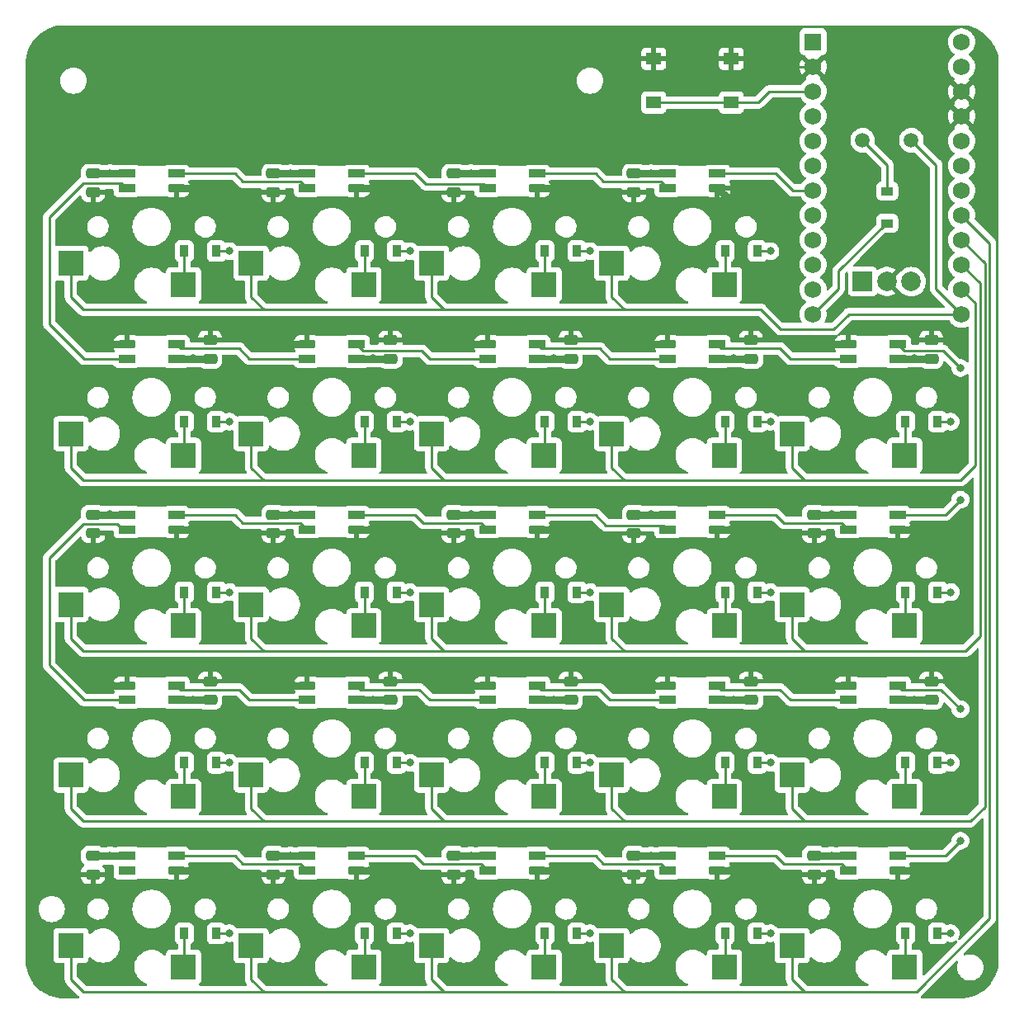
<source format=gbr>
%TF.GenerationSoftware,KiCad,Pcbnew,7.0.10*%
%TF.CreationDate,2024-03-08T11:43:41+01:00*%
%TF.ProjectId,eepypad,65657079-7061-4642-9e6b-696361645f70,1.0*%
%TF.SameCoordinates,Original*%
%TF.FileFunction,Copper,L4,Bot*%
%TF.FilePolarity,Positive*%
%FSLAX46Y46*%
G04 Gerber Fmt 4.6, Leading zero omitted, Abs format (unit mm)*
G04 Created by KiCad (PCBNEW 7.0.10) date 2024-03-08 11:43:41*
%MOMM*%
%LPD*%
G01*
G04 APERTURE LIST*
G04 Aperture macros list*
%AMRoundRect*
0 Rectangle with rounded corners*
0 $1 Rounding radius*
0 $2 $3 $4 $5 $6 $7 $8 $9 X,Y pos of 4 corners*
0 Add a 4 corners polygon primitive as box body*
4,1,4,$2,$3,$4,$5,$6,$7,$8,$9,$2,$3,0*
0 Add four circle primitives for the rounded corners*
1,1,$1+$1,$2,$3*
1,1,$1+$1,$4,$5*
1,1,$1+$1,$6,$7*
1,1,$1+$1,$8,$9*
0 Add four rect primitives between the rounded corners*
20,1,$1+$1,$2,$3,$4,$5,0*
20,1,$1+$1,$4,$5,$6,$7,0*
20,1,$1+$1,$6,$7,$8,$9,0*
20,1,$1+$1,$8,$9,$2,$3,0*%
G04 Aperture macros list end*
%TA.AperFunction,SMDPad,CuDef*%
%ADD10R,2.600000X2.600000*%
%TD*%
%TA.AperFunction,SMDPad,CuDef*%
%ADD11R,1.700000X0.820000*%
%TD*%
%TA.AperFunction,SMDPad,CuDef*%
%ADD12RoundRect,0.205000X-0.645000X-0.205000X0.645000X-0.205000X0.645000X0.205000X-0.645000X0.205000X0*%
%TD*%
%TA.AperFunction,SMDPad,CuDef*%
%ADD13RoundRect,0.205000X0.645000X0.205000X-0.645000X0.205000X-0.645000X-0.205000X0.645000X-0.205000X0*%
%TD*%
%TA.AperFunction,ComponentPad*%
%ADD14R,1.752600X1.752600*%
%TD*%
%TA.AperFunction,ComponentPad*%
%ADD15C,1.752600*%
%TD*%
%TA.AperFunction,ComponentPad*%
%ADD16C,1.500000*%
%TD*%
%TA.AperFunction,ComponentPad*%
%ADD17R,2.000000X2.000000*%
%TD*%
%TA.AperFunction,ComponentPad*%
%ADD18C,2.000000*%
%TD*%
%TA.AperFunction,SMDPad,CuDef*%
%ADD19R,1.550000X1.300000*%
%TD*%
%TA.AperFunction,SMDPad,CuDef*%
%ADD20RoundRect,0.250000X-0.475000X0.250000X-0.475000X-0.250000X0.475000X-0.250000X0.475000X0.250000X0*%
%TD*%
%TA.AperFunction,SMDPad,CuDef*%
%ADD21RoundRect,0.250000X0.475000X-0.250000X0.475000X0.250000X-0.475000X0.250000X-0.475000X-0.250000X0*%
%TD*%
%TA.AperFunction,SMDPad,CuDef*%
%ADD22R,0.900000X1.200000*%
%TD*%
%TA.AperFunction,SMDPad,CuDef*%
%ADD23R,1.200000X0.900000*%
%TD*%
%TA.AperFunction,ViaPad*%
%ADD24C,0.800000*%
%TD*%
%TA.AperFunction,Conductor*%
%ADD25C,0.250000*%
%TD*%
%TA.AperFunction,Conductor*%
%ADD26C,0.750000*%
%TD*%
G04 APERTURE END LIST*
D10*
%TO.P,S16,1*%
%TO.N,four_one*%
X158775000Y-155950000D03*
%TO.P,S16,2*%
%TO.N,P5*%
X147225000Y-153750000D03*
%TD*%
D11*
%TO.P,LED9,1*%
%TO.N,VCC*%
X134450000Y-74550000D03*
%TO.P,LED9,2*%
%TO.N,led_dout_three_five*%
X134450000Y-76050000D03*
D12*
%TO.P,LED9,3*%
%TO.N,GND*%
X139550000Y-76050000D03*
D11*
%TO.P,LED9,4*%
%TO.N,led_dout_four_five*%
X139550000Y-74550000D03*
%TD*%
D10*
%TO.P,S7,1*%
%TO.N,two_two*%
X121775000Y-138450000D03*
%TO.P,S7,2*%
%TO.N,P6*%
X110225000Y-136250000D03*
%TD*%
%TO.P,S5,1*%
%TO.N,one_five*%
X103275000Y-85950000D03*
%TO.P,S5,2*%
%TO.N,P9*%
X91725000Y-83750000D03*
%TD*%
D11*
%TO.P,LED18,1*%
%TO.N,VCC*%
X121050000Y-93550000D03*
%TO.P,LED18,2*%
%TO.N,led_dout_two_four*%
X121050000Y-92050000D03*
D13*
%TO.P,LED18,3*%
%TO.N,GND*%
X115950000Y-92050000D03*
D11*
%TO.P,LED18,4*%
%TO.N,led_dout_one_four*%
X115950000Y-93550000D03*
%TD*%
%TO.P,LED12,1*%
%TO.N,VCC*%
X152950000Y-74550000D03*
%TO.P,LED12,2*%
%TO.N,led_dout_four_five*%
X152950000Y-76050000D03*
D12*
%TO.P,LED12,3*%
%TO.N,GND*%
X158050000Y-76050000D03*
D11*
%TO.P,LED12,4*%
%TO.N,P19*%
X158050000Y-74550000D03*
%TD*%
%TO.P,LED16,1*%
%TO.N,VCC*%
X102550000Y-93550000D03*
%TO.P,LED16,2*%
%TO.N,led_dout_one_four*%
X102550000Y-92050000D03*
D13*
%TO.P,LED16,3*%
%TO.N,GND*%
X97450000Y-92050000D03*
D11*
%TO.P,LED16,4*%
%TO.N,led_dout_one_five*%
X97450000Y-93550000D03*
%TD*%
%TO.P,LED5,1*%
%TO.N,VCC*%
X115950000Y-109550000D03*
%TO.P,LED5,2*%
%TO.N,led_dout_two_three*%
X115950000Y-111050000D03*
D12*
%TO.P,LED5,3*%
%TO.N,GND*%
X121050000Y-111050000D03*
D11*
%TO.P,LED5,4*%
%TO.N,led_dout_three_three*%
X121050000Y-109550000D03*
%TD*%
%TO.P,LED4,1*%
%TO.N,VCC*%
X115950000Y-144550000D03*
%TO.P,LED4,2*%
%TO.N,led_dout_two_one*%
X115950000Y-146050000D03*
D12*
%TO.P,LED4,3*%
%TO.N,GND*%
X121050000Y-146050000D03*
D11*
%TO.P,LED4,4*%
%TO.N,led_dout_three_one*%
X121050000Y-144550000D03*
%TD*%
%TO.P,LED2,1*%
%TO.N,VCC*%
X97450000Y-109550000D03*
%TO.P,LED2,2*%
%TO.N,led_dout_one_three*%
X97450000Y-111050000D03*
D12*
%TO.P,LED2,3*%
%TO.N,GND*%
X102550000Y-111050000D03*
D11*
%TO.P,LED2,4*%
%TO.N,led_dout_two_three*%
X102550000Y-109550000D03*
%TD*%
D10*
%TO.P,S15,1*%
%TO.N,three_five*%
X140275000Y-85950000D03*
%TO.P,S15,2*%
%TO.N,P9*%
X128725000Y-83750000D03*
%TD*%
%TO.P,S1,1*%
%TO.N,one_one*%
X103275000Y-155950000D03*
%TO.P,S1,2*%
%TO.N,P5*%
X91725000Y-153750000D03*
%TD*%
D11*
%TO.P,LED17,1*%
%TO.N,VCC*%
X121050000Y-128550000D03*
%TO.P,LED17,2*%
%TO.N,led_dout_two_two*%
X121050000Y-127050000D03*
D13*
%TO.P,LED17,3*%
%TO.N,GND*%
X115950000Y-127050000D03*
D11*
%TO.P,LED17,4*%
%TO.N,led_dout_one_two*%
X115950000Y-128550000D03*
%TD*%
%TO.P,LED23,1*%
%TO.N,VCC*%
X176550000Y-128550000D03*
%TO.P,LED23,2*%
%TO.N,led_dout_five_two*%
X176550000Y-127050000D03*
D13*
%TO.P,LED23,3*%
%TO.N,GND*%
X171450000Y-127050000D03*
D11*
%TO.P,LED23,4*%
%TO.N,led_dout_four_two*%
X171450000Y-128550000D03*
%TD*%
D10*
%TO.P,S2,1*%
%TO.N,one_two*%
X103275000Y-138450000D03*
%TO.P,S2,2*%
%TO.N,P6*%
X91725000Y-136250000D03*
%TD*%
%TO.P,S9,1*%
%TO.N,two_four*%
X121775000Y-103450000D03*
%TO.P,S9,2*%
%TO.N,P8*%
X110225000Y-101250000D03*
%TD*%
%TO.P,S22,1*%
%TO.N,five_two*%
X177275000Y-138450000D03*
%TO.P,S22,2*%
%TO.N,P6*%
X165725000Y-136250000D03*
%TD*%
D11*
%TO.P,LED10,1*%
%TO.N,VCC*%
X152950000Y-144550000D03*
%TO.P,LED10,2*%
%TO.N,led_dout_four_one*%
X152950000Y-146050000D03*
D12*
%TO.P,LED10,3*%
%TO.N,GND*%
X158050000Y-146050000D03*
D11*
%TO.P,LED10,4*%
%TO.N,led_dout_five_one*%
X158050000Y-144550000D03*
%TD*%
D10*
%TO.P,S21,1*%
%TO.N,five_one*%
X177275000Y-155950000D03*
%TO.P,S21,2*%
%TO.N,P5*%
X165725000Y-153750000D03*
%TD*%
%TO.P,S8,1*%
%TO.N,two_three*%
X121775000Y-120950000D03*
%TO.P,S8,2*%
%TO.N,P7*%
X110225000Y-118750000D03*
%TD*%
D11*
%TO.P,LED8,1*%
%TO.N,VCC*%
X134450000Y-109550000D03*
%TO.P,LED8,2*%
%TO.N,led_dout_three_three*%
X134450000Y-111050000D03*
D12*
%TO.P,LED8,3*%
%TO.N,GND*%
X139550000Y-111050000D03*
D11*
%TO.P,LED8,4*%
%TO.N,led_dout_four_three*%
X139550000Y-109550000D03*
%TD*%
D10*
%TO.P,S24,1*%
%TO.N,five_four*%
X177275000Y-103450000D03*
%TO.P,S24,2*%
%TO.N,P8*%
X165725000Y-101250000D03*
%TD*%
D14*
%TO.P,MCU1,1*%
%TO.N,RAW*%
X167880000Y-61030000D03*
D15*
%TO.P,MCU1,2*%
%TO.N,GND*%
X167880000Y-63570000D03*
%TO.P,MCU1,3*%
%TO.N,RST*%
X167880000Y-66110000D03*
%TO.P,MCU1,4*%
%TO.N,VCC*%
X167880000Y-68650000D03*
%TO.P,MCU1,5*%
%TO.N,P21*%
X167880000Y-71190000D03*
%TO.P,MCU1,6*%
%TO.N,P20*%
X167880000Y-73730000D03*
%TO.P,MCU1,7*%
%TO.N,P19*%
X167880000Y-76270000D03*
%TO.P,MCU1,8*%
%TO.N,P18*%
X167880000Y-78810000D03*
%TO.P,MCU1,9*%
%TO.N,P15*%
X167880000Y-81350000D03*
%TO.P,MCU1,10*%
%TO.N,P14*%
X167880000Y-83890000D03*
%TO.P,MCU1,11*%
%TO.N,P16*%
X167880000Y-86430000D03*
%TO.P,MCU1,12*%
%TO.N,P10*%
X167880000Y-88970000D03*
%TO.P,MCU1,13*%
%TO.N,P1*%
X183120000Y-61030000D03*
%TO.P,MCU1,14*%
%TO.N,P0*%
X183120000Y-63570000D03*
%TO.P,MCU1,15*%
%TO.N,GND*%
X183120000Y-66110000D03*
%TO.P,MCU1,16*%
X183120000Y-68650000D03*
%TO.P,MCU1,17*%
%TO.N,P2*%
X183120000Y-71190000D03*
%TO.P,MCU1,18*%
%TO.N,P3*%
X183120000Y-73730000D03*
%TO.P,MCU1,19*%
%TO.N,P4*%
X183120000Y-76270000D03*
%TO.P,MCU1,20*%
%TO.N,P5*%
X183120000Y-78810000D03*
%TO.P,MCU1,21*%
%TO.N,P6*%
X183120000Y-81350000D03*
%TO.P,MCU1,22*%
%TO.N,P7*%
X183120000Y-83890000D03*
%TO.P,MCU1,23*%
%TO.N,P8*%
X183120000Y-86430000D03*
%TO.P,MCU1,24*%
%TO.N,P9*%
X183120000Y-88970000D03*
%TD*%
D11*
%TO.P,LED1,1*%
%TO.N,VCC*%
X97450000Y-144550000D03*
%TO.P,LED1,2*%
%TO.N,led_dout_one_one*%
X97450000Y-146050000D03*
D12*
%TO.P,LED1,3*%
%TO.N,GND*%
X102550000Y-146050000D03*
D11*
%TO.P,LED1,4*%
%TO.N,led_dout_two_one*%
X102550000Y-144550000D03*
%TD*%
%TO.P,LED3,1*%
%TO.N,VCC*%
X97450000Y-74550000D03*
%TO.P,LED3,2*%
%TO.N,led_dout_one_five*%
X97450000Y-76050000D03*
D12*
%TO.P,LED3,3*%
%TO.N,GND*%
X102550000Y-76050000D03*
D11*
%TO.P,LED3,4*%
%TO.N,led_dout_two_five*%
X102550000Y-74550000D03*
%TD*%
D10*
%TO.P,S11,1*%
%TO.N,three_one*%
X140275000Y-155950000D03*
%TO.P,S11,2*%
%TO.N,P5*%
X128725000Y-153750000D03*
%TD*%
%TO.P,S13,1*%
%TO.N,three_three*%
X140275000Y-120950000D03*
%TO.P,S13,2*%
%TO.N,P7*%
X128725000Y-118750000D03*
%TD*%
D11*
%TO.P,LED15,1*%
%TO.N,VCC*%
X102550000Y-128550000D03*
%TO.P,LED15,2*%
%TO.N,led_dout_one_two*%
X102550000Y-127050000D03*
D13*
%TO.P,LED15,3*%
%TO.N,GND*%
X97450000Y-127050000D03*
D11*
%TO.P,LED15,4*%
%TO.N,led_dout_one_three*%
X97450000Y-128550000D03*
%TD*%
D10*
%TO.P,S12,1*%
%TO.N,three_two*%
X140275000Y-138450000D03*
%TO.P,S12,2*%
%TO.N,P6*%
X128725000Y-136250000D03*
%TD*%
D16*
%TO.P,ROT1,1*%
%TO.N,five_five*%
X172960000Y-71120000D03*
%TO.P,ROT1,2*%
%TO.N,P9*%
X177960000Y-71120000D03*
D17*
%TO.P,ROT1,A*%
%TO.N,P3*%
X172960000Y-85620000D03*
D18*
%TO.P,ROT1,B*%
%TO.N,P4*%
X177960000Y-85620000D03*
%TO.P,ROT1,C*%
%TO.N,GND*%
X175460000Y-85620000D03*
%TD*%
D11*
%TO.P,LED19,1*%
%TO.N,VCC*%
X139550000Y-128550000D03*
%TO.P,LED19,2*%
%TO.N,led_dout_three_two*%
X139550000Y-127050000D03*
D13*
%TO.P,LED19,3*%
%TO.N,GND*%
X134450000Y-127050000D03*
D11*
%TO.P,LED19,4*%
%TO.N,led_dout_two_two*%
X134450000Y-128550000D03*
%TD*%
D10*
%TO.P,S10,1*%
%TO.N,two_five*%
X121775000Y-85950000D03*
%TO.P,S10,2*%
%TO.N,P9*%
X110225000Y-83750000D03*
%TD*%
D11*
%TO.P,LED24,1*%
%TO.N,VCC*%
X176550000Y-93550000D03*
%TO.P,LED24,2*%
%TO.N,led_dout_five_four*%
X176550000Y-92050000D03*
D13*
%TO.P,LED24,3*%
%TO.N,GND*%
X171450000Y-92050000D03*
D11*
%TO.P,LED24,4*%
%TO.N,led_dout_four_four*%
X171450000Y-93550000D03*
%TD*%
%TO.P,LED22,1*%
%TO.N,VCC*%
X158050000Y-93550000D03*
%TO.P,LED22,2*%
%TO.N,led_dout_four_four*%
X158050000Y-92050000D03*
D13*
%TO.P,LED22,3*%
%TO.N,GND*%
X152950000Y-92050000D03*
D11*
%TO.P,LED22,4*%
%TO.N,led_dout_three_four*%
X152950000Y-93550000D03*
%TD*%
%TO.P,LED11,1*%
%TO.N,VCC*%
X152950000Y-109550000D03*
%TO.P,LED11,2*%
%TO.N,led_dout_four_three*%
X152950000Y-111050000D03*
D12*
%TO.P,LED11,3*%
%TO.N,GND*%
X158050000Y-111050000D03*
D11*
%TO.P,LED11,4*%
%TO.N,led_dout_five_three*%
X158050000Y-109550000D03*
%TD*%
D10*
%TO.P,S18,1*%
%TO.N,four_three*%
X158775000Y-120950000D03*
%TO.P,S18,2*%
%TO.N,P7*%
X147225000Y-118750000D03*
%TD*%
D19*
%TO.P,B1,1*%
%TO.N,GND*%
X151525000Y-62750000D03*
X159475000Y-62750000D03*
%TO.P,B1,2*%
%TO.N,RST*%
X151525000Y-67250000D03*
X159475000Y-67250000D03*
%TD*%
D10*
%TO.P,S14,1*%
%TO.N,three_four*%
X140275000Y-103450000D03*
%TO.P,S14,2*%
%TO.N,P8*%
X128725000Y-101250000D03*
%TD*%
%TO.P,S19,1*%
%TO.N,four_four*%
X158775000Y-103450000D03*
%TO.P,S19,2*%
%TO.N,P8*%
X147225000Y-101250000D03*
%TD*%
D11*
%TO.P,LED7,1*%
%TO.N,VCC*%
X134450000Y-144550000D03*
%TO.P,LED7,2*%
%TO.N,led_dout_three_one*%
X134450000Y-146050000D03*
D12*
%TO.P,LED7,3*%
%TO.N,GND*%
X139550000Y-146050000D03*
D11*
%TO.P,LED7,4*%
%TO.N,led_dout_four_one*%
X139550000Y-144550000D03*
%TD*%
%TO.P,LED20,1*%
%TO.N,VCC*%
X139550000Y-93550000D03*
%TO.P,LED20,2*%
%TO.N,led_dout_three_four*%
X139550000Y-92050000D03*
D13*
%TO.P,LED20,3*%
%TO.N,GND*%
X134450000Y-92050000D03*
D11*
%TO.P,LED20,4*%
%TO.N,led_dout_two_four*%
X134450000Y-93550000D03*
%TD*%
%TO.P,LED14,1*%
%TO.N,VCC*%
X171450000Y-109550000D03*
%TO.P,LED14,2*%
%TO.N,led_dout_five_three*%
X171450000Y-111050000D03*
D12*
%TO.P,LED14,3*%
%TO.N,GND*%
X176550000Y-111050000D03*
D11*
%TO.P,LED14,4*%
%TO.N,led_dout_five_four*%
X176550000Y-109550000D03*
%TD*%
%TO.P,LED13,1*%
%TO.N,VCC*%
X171450000Y-144550000D03*
%TO.P,LED13,2*%
%TO.N,led_dout_five_one*%
X171450000Y-146050000D03*
D12*
%TO.P,LED13,3*%
%TO.N,GND*%
X176550000Y-146050000D03*
D11*
%TO.P,LED13,4*%
%TO.N,led_dout_five_two*%
X176550000Y-144550000D03*
%TD*%
D10*
%TO.P,S3,1*%
%TO.N,one_three*%
X103275000Y-120950000D03*
%TO.P,S3,2*%
%TO.N,P7*%
X91725000Y-118750000D03*
%TD*%
%TO.P,S23,1*%
%TO.N,five_three*%
X177275000Y-120950000D03*
%TO.P,S23,2*%
%TO.N,P7*%
X165725000Y-118750000D03*
%TD*%
D11*
%TO.P,LED6,1*%
%TO.N,VCC*%
X115950000Y-74550000D03*
%TO.P,LED6,2*%
%TO.N,led_dout_two_five*%
X115950000Y-76050000D03*
D12*
%TO.P,LED6,3*%
%TO.N,GND*%
X121050000Y-76050000D03*
D11*
%TO.P,LED6,4*%
%TO.N,led_dout_three_five*%
X121050000Y-74550000D03*
%TD*%
D10*
%TO.P,S4,1*%
%TO.N,one_four*%
X103275000Y-103450000D03*
%TO.P,S4,2*%
%TO.N,P8*%
X91725000Y-101250000D03*
%TD*%
%TO.P,S6,1*%
%TO.N,two_one*%
X121775000Y-155950000D03*
%TO.P,S6,2*%
%TO.N,P5*%
X110225000Y-153750000D03*
%TD*%
%TO.P,S17,1*%
%TO.N,four_two*%
X158775000Y-138450000D03*
%TO.P,S17,2*%
%TO.N,P6*%
X147225000Y-136250000D03*
%TD*%
D11*
%TO.P,LED21,1*%
%TO.N,VCC*%
X158050000Y-128550000D03*
%TO.P,LED21,2*%
%TO.N,led_dout_four_two*%
X158050000Y-127050000D03*
D13*
%TO.P,LED21,3*%
%TO.N,GND*%
X152950000Y-127050000D03*
D11*
%TO.P,LED21,4*%
%TO.N,led_dout_three_two*%
X152950000Y-128550000D03*
%TD*%
D10*
%TO.P,S20,1*%
%TO.N,four_five*%
X158775000Y-85950000D03*
%TO.P,S20,2*%
%TO.N,P9*%
X147225000Y-83750000D03*
%TD*%
D20*
%TO.P,C18,1*%
%TO.N,GND*%
X124500000Y-91650000D03*
%TO.P,C18,2*%
%TO.N,VCC*%
X124500000Y-93550000D03*
%TD*%
%TO.P,C22,1*%
%TO.N,GND*%
X161500000Y-91650000D03*
%TO.P,C22,2*%
%TO.N,VCC*%
X161500000Y-93550000D03*
%TD*%
D21*
%TO.P,C9,1*%
%TO.N,GND*%
X131000000Y-76450000D03*
%TO.P,C9,2*%
%TO.N,VCC*%
X131000000Y-74550000D03*
%TD*%
%TO.P,C10,1*%
%TO.N,GND*%
X149500000Y-146450000D03*
%TO.P,C10,2*%
%TO.N,VCC*%
X149500000Y-144550000D03*
%TD*%
D22*
%TO.P,D1,1*%
%TO.N,P18*%
X106650000Y-152500000D03*
%TO.P,D1,2*%
%TO.N,one_one*%
X103350000Y-152500000D03*
%TD*%
%TO.P,D20,1*%
%TO.N,P16*%
X162150000Y-82500000D03*
%TO.P,D20,2*%
%TO.N,four_five*%
X158850000Y-82500000D03*
%TD*%
D21*
%TO.P,C11,1*%
%TO.N,GND*%
X149500000Y-111450000D03*
%TO.P,C11,2*%
%TO.N,VCC*%
X149500000Y-109550000D03*
%TD*%
D20*
%TO.P,C15,1*%
%TO.N,GND*%
X106000000Y-126650000D03*
%TO.P,C15,2*%
%TO.N,VCC*%
X106000000Y-128550000D03*
%TD*%
D22*
%TO.P,D13,1*%
%TO.N,P14*%
X143650000Y-117500000D03*
%TO.P,D13,2*%
%TO.N,three_three*%
X140350000Y-117500000D03*
%TD*%
%TO.P,D6,1*%
%TO.N,P15*%
X125150000Y-152500000D03*
%TO.P,D6,2*%
%TO.N,two_one*%
X121850000Y-152500000D03*
%TD*%
%TO.P,D5,1*%
%TO.N,P18*%
X106650000Y-82500000D03*
%TO.P,D5,2*%
%TO.N,one_five*%
X103350000Y-82500000D03*
%TD*%
%TO.P,D15,1*%
%TO.N,P14*%
X143650000Y-82500000D03*
%TO.P,D15,2*%
%TO.N,three_five*%
X140350000Y-82500000D03*
%TD*%
%TO.P,D14,1*%
%TO.N,P14*%
X143650000Y-100000000D03*
%TO.P,D14,2*%
%TO.N,three_four*%
X140350000Y-100000000D03*
%TD*%
%TO.P,D23,1*%
%TO.N,P10*%
X180650000Y-117500000D03*
%TO.P,D23,2*%
%TO.N,five_three*%
X177350000Y-117500000D03*
%TD*%
D23*
%TO.P,D25,1*%
%TO.N,P10*%
X175500000Y-79650000D03*
%TO.P,D25,2*%
%TO.N,five_five*%
X175500000Y-76350000D03*
%TD*%
D21*
%TO.P,C13,1*%
%TO.N,GND*%
X168000000Y-146450000D03*
%TO.P,C13,2*%
%TO.N,VCC*%
X168000000Y-144550000D03*
%TD*%
D20*
%TO.P,C16,1*%
%TO.N,GND*%
X106000000Y-91650000D03*
%TO.P,C16,2*%
%TO.N,VCC*%
X106000000Y-93550000D03*
%TD*%
D21*
%TO.P,C1,1*%
%TO.N,GND*%
X94000000Y-146450000D03*
%TO.P,C1,2*%
%TO.N,VCC*%
X94000000Y-144550000D03*
%TD*%
%TO.P,C5,1*%
%TO.N,GND*%
X112500000Y-111450000D03*
%TO.P,C5,2*%
%TO.N,VCC*%
X112500000Y-109550000D03*
%TD*%
D22*
%TO.P,D10,1*%
%TO.N,P15*%
X125150000Y-82500000D03*
%TO.P,D10,2*%
%TO.N,two_five*%
X121850000Y-82500000D03*
%TD*%
%TO.P,D7,1*%
%TO.N,P15*%
X125150000Y-135000000D03*
%TO.P,D7,2*%
%TO.N,two_two*%
X121850000Y-135000000D03*
%TD*%
%TO.P,D22,1*%
%TO.N,P10*%
X180650000Y-135000000D03*
%TO.P,D22,2*%
%TO.N,five_two*%
X177350000Y-135000000D03*
%TD*%
%TO.P,D24,1*%
%TO.N,P10*%
X180650000Y-100000000D03*
%TO.P,D24,2*%
%TO.N,five_four*%
X177350000Y-100000000D03*
%TD*%
D21*
%TO.P,C8,1*%
%TO.N,GND*%
X131000000Y-111450000D03*
%TO.P,C8,2*%
%TO.N,VCC*%
X131000000Y-109550000D03*
%TD*%
%TO.P,C4,1*%
%TO.N,GND*%
X112500000Y-146450000D03*
%TO.P,C4,2*%
%TO.N,VCC*%
X112500000Y-144550000D03*
%TD*%
D20*
%TO.P,C21,1*%
%TO.N,GND*%
X161500000Y-126650000D03*
%TO.P,C21,2*%
%TO.N,VCC*%
X161500000Y-128550000D03*
%TD*%
%TO.P,C19,1*%
%TO.N,GND*%
X143000000Y-126650000D03*
%TO.P,C19,2*%
%TO.N,VCC*%
X143000000Y-128550000D03*
%TD*%
D22*
%TO.P,D11,1*%
%TO.N,P14*%
X143650000Y-152500000D03*
%TO.P,D11,2*%
%TO.N,three_one*%
X140350000Y-152500000D03*
%TD*%
%TO.P,D3,1*%
%TO.N,P18*%
X106650000Y-117500000D03*
%TO.P,D3,2*%
%TO.N,one_three*%
X103350000Y-117500000D03*
%TD*%
D20*
%TO.P,C17,1*%
%TO.N,GND*%
X124500000Y-126650000D03*
%TO.P,C17,2*%
%TO.N,VCC*%
X124500000Y-128550000D03*
%TD*%
D21*
%TO.P,C2,1*%
%TO.N,GND*%
X94000000Y-111450000D03*
%TO.P,C2,2*%
%TO.N,VCC*%
X94000000Y-109550000D03*
%TD*%
D22*
%TO.P,D16,1*%
%TO.N,P16*%
X162150000Y-152500000D03*
%TO.P,D16,2*%
%TO.N,four_one*%
X158850000Y-152500000D03*
%TD*%
D21*
%TO.P,C12,1*%
%TO.N,GND*%
X149500000Y-76450000D03*
%TO.P,C12,2*%
%TO.N,VCC*%
X149500000Y-74550000D03*
%TD*%
%TO.P,C3,1*%
%TO.N,GND*%
X94000000Y-76450000D03*
%TO.P,C3,2*%
%TO.N,VCC*%
X94000000Y-74550000D03*
%TD*%
D22*
%TO.P,D19,1*%
%TO.N,P16*%
X162150000Y-100000000D03*
%TO.P,D19,2*%
%TO.N,four_four*%
X158850000Y-100000000D03*
%TD*%
D20*
%TO.P,C24,1*%
%TO.N,GND*%
X180000000Y-91650000D03*
%TO.P,C24,2*%
%TO.N,VCC*%
X180000000Y-93550000D03*
%TD*%
D22*
%TO.P,D2,1*%
%TO.N,P18*%
X106650000Y-135000000D03*
%TO.P,D2,2*%
%TO.N,one_two*%
X103350000Y-135000000D03*
%TD*%
D21*
%TO.P,C14,1*%
%TO.N,GND*%
X168000000Y-111450000D03*
%TO.P,C14,2*%
%TO.N,VCC*%
X168000000Y-109550000D03*
%TD*%
%TO.P,C6,1*%
%TO.N,GND*%
X112500000Y-76450000D03*
%TO.P,C6,2*%
%TO.N,VCC*%
X112500000Y-74550000D03*
%TD*%
D20*
%TO.P,C20,1*%
%TO.N,GND*%
X143000000Y-91650000D03*
%TO.P,C20,2*%
%TO.N,VCC*%
X143000000Y-93550000D03*
%TD*%
D22*
%TO.P,D8,1*%
%TO.N,P15*%
X125150000Y-117500000D03*
%TO.P,D8,2*%
%TO.N,two_three*%
X121850000Y-117500000D03*
%TD*%
%TO.P,D12,1*%
%TO.N,P14*%
X143650000Y-135000000D03*
%TO.P,D12,2*%
%TO.N,three_two*%
X140350000Y-135000000D03*
%TD*%
%TO.P,D9,1*%
%TO.N,P15*%
X125150000Y-100000000D03*
%TO.P,D9,2*%
%TO.N,two_four*%
X121850000Y-100000000D03*
%TD*%
%TO.P,D21,1*%
%TO.N,P10*%
X180650000Y-152500000D03*
%TO.P,D21,2*%
%TO.N,five_one*%
X177350000Y-152500000D03*
%TD*%
D21*
%TO.P,C7,1*%
%TO.N,GND*%
X131000000Y-146450000D03*
%TO.P,C7,2*%
%TO.N,VCC*%
X131000000Y-144550000D03*
%TD*%
D22*
%TO.P,D4,1*%
%TO.N,P18*%
X106650000Y-100000000D03*
%TO.P,D4,2*%
%TO.N,one_four*%
X103350000Y-100000000D03*
%TD*%
%TO.P,D18,1*%
%TO.N,P16*%
X162150000Y-117500000D03*
%TO.P,D18,2*%
%TO.N,four_three*%
X158850000Y-117500000D03*
%TD*%
%TO.P,D17,1*%
%TO.N,P16*%
X162150000Y-135000000D03*
%TO.P,D17,2*%
%TO.N,four_two*%
X158850000Y-135000000D03*
%TD*%
D20*
%TO.P,C23,1*%
%TO.N,GND*%
X180000000Y-126650000D03*
%TO.P,C23,2*%
%TO.N,VCC*%
X180000000Y-128550000D03*
%TD*%
D24*
%TO.N,GND*%
X151500000Y-92000000D03*
X122500000Y-111000000D03*
X159000000Y-77000000D03*
X96000000Y-127000000D03*
X159500000Y-111000000D03*
X151500000Y-127000000D03*
X122500000Y-146000000D03*
X178000000Y-146000000D03*
X133000000Y-92000000D03*
X170000000Y-92000000D03*
X114500000Y-92000000D03*
X141000000Y-146000000D03*
X104000000Y-111000000D03*
X114500000Y-127000000D03*
X159500000Y-146000000D03*
X96000000Y-92000000D03*
X141000000Y-111000000D03*
X178000000Y-111000000D03*
X133000000Y-127000000D03*
X141000000Y-76000000D03*
X104000000Y-146000000D03*
X170000000Y-127000000D03*
X104000000Y-76000000D03*
X122500000Y-76000000D03*
%TO.N,P18*%
X108000000Y-152500000D03*
X108000000Y-100000000D03*
X108000000Y-82500000D03*
X108000000Y-135000000D03*
X108000000Y-117500000D03*
%TO.N,P15*%
X126500000Y-117500000D03*
X126500000Y-152500000D03*
X126500000Y-135000000D03*
X126500000Y-100000000D03*
X126500000Y-82500000D03*
%TO.N,P14*%
X145000000Y-117500000D03*
X145000000Y-135000000D03*
X145000000Y-100000000D03*
X145000000Y-152500000D03*
X145000000Y-82500000D03*
%TO.N,P16*%
X163500000Y-100000000D03*
X163500000Y-82500000D03*
X163500000Y-135000000D03*
X163500000Y-117500000D03*
X163500000Y-152500000D03*
%TO.N,P10*%
X182000000Y-152500000D03*
X182000000Y-100000000D03*
X182000000Y-135000000D03*
X182000000Y-117500000D03*
%TO.N,VCC*%
X178250000Y-128500000D03*
X104250000Y-128500000D03*
X132750000Y-144500000D03*
X114250000Y-109500000D03*
X132750000Y-109500000D03*
X95750000Y-109500000D03*
X122750000Y-93500000D03*
X122750000Y-128500000D03*
X141250000Y-93500000D03*
X159750000Y-93500000D03*
X151250000Y-144500000D03*
X159750000Y-128500000D03*
X95750000Y-74500000D03*
X132750000Y-74500000D03*
X114250000Y-144500000D03*
X178250000Y-93500000D03*
X104250000Y-93500000D03*
X114250000Y-74500000D03*
X141250000Y-128500000D03*
X151250000Y-74500000D03*
X169750000Y-109500000D03*
X95750000Y-144500000D03*
X151250000Y-109500000D03*
X169750000Y-144500000D03*
%TO.N,led_dout_five_two*%
X183000000Y-143000000D03*
X183000000Y-129500000D03*
%TO.N,led_dout_five_four*%
X183000000Y-108000000D03*
X183000000Y-94500000D03*
%TD*%
D25*
%TO.N,one_one*%
X103350000Y-152500000D02*
X103350000Y-155875000D01*
X103350000Y-155875000D02*
X103275000Y-155950000D01*
%TO.N,P5*%
X148500000Y-158500000D02*
X167000000Y-158500000D01*
X186000000Y-151000000D02*
X186000000Y-81690000D01*
X93000000Y-158500000D02*
X111500000Y-158500000D01*
X91725000Y-157225000D02*
X93000000Y-158500000D01*
X128725000Y-157225000D02*
X130000000Y-158500000D01*
X111500000Y-158500000D02*
X130000000Y-158500000D01*
X165725000Y-153750000D02*
X165725000Y-157225000D01*
X167000000Y-158500000D02*
X178500000Y-158500000D01*
X178500000Y-158500000D02*
X186000000Y-151000000D01*
X128725000Y-153750000D02*
X128725000Y-157225000D01*
X147225000Y-153750000D02*
X147225000Y-157225000D01*
X186000000Y-81690000D02*
X183120000Y-78810000D01*
X110225000Y-157225000D02*
X111500000Y-158500000D01*
X165725000Y-157225000D02*
X167000000Y-158500000D01*
X147225000Y-157225000D02*
X148500000Y-158500000D01*
X91725000Y-153750000D02*
X91725000Y-157225000D01*
X130000000Y-158500000D02*
X148500000Y-158500000D01*
X110225000Y-153750000D02*
X110225000Y-157225000D01*
%TO.N,one_two*%
X103350000Y-138375000D02*
X103275000Y-138450000D01*
X103350000Y-135000000D02*
X103350000Y-138375000D01*
%TO.N,P6*%
X110225000Y-136250000D02*
X110225000Y-139725000D01*
X185500000Y-139500000D02*
X184000000Y-141000000D01*
X93000000Y-141000000D02*
X111500000Y-141000000D01*
X91725000Y-139725000D02*
X93000000Y-141000000D01*
X130000000Y-141000000D02*
X148500000Y-141000000D01*
X184000000Y-141000000D02*
X167000000Y-141000000D01*
X148500000Y-141000000D02*
X167000000Y-141000000D01*
X185500000Y-83730000D02*
X185500000Y-139500000D01*
X91725000Y-136250000D02*
X91725000Y-139725000D01*
X111500000Y-141000000D02*
X130000000Y-141000000D01*
X183120000Y-81350000D02*
X185500000Y-83730000D01*
X147225000Y-136250000D02*
X147225000Y-139725000D01*
X165725000Y-136250000D02*
X165725000Y-139725000D01*
X128725000Y-139725000D02*
X130000000Y-141000000D01*
X147225000Y-139725000D02*
X148500000Y-141000000D01*
X128725000Y-136250000D02*
X128725000Y-139725000D01*
X110225000Y-139725000D02*
X111500000Y-141000000D01*
X165725000Y-139725000D02*
X167000000Y-141000000D01*
%TO.N,one_three*%
X103350000Y-117500000D02*
X103350000Y-120875000D01*
X103350000Y-120875000D02*
X103275000Y-120950000D01*
%TO.N,P7*%
X183120000Y-83890000D02*
X185000000Y-85770000D01*
X147225000Y-118750000D02*
X147225000Y-122225000D01*
X111500000Y-123500000D02*
X130000000Y-123500000D01*
X165725000Y-122225000D02*
X167000000Y-123500000D01*
X185000000Y-122000000D02*
X183500000Y-123500000D01*
X110225000Y-122225000D02*
X111500000Y-123500000D01*
X93000000Y-123500000D02*
X111500000Y-123500000D01*
X91725000Y-118750000D02*
X91725000Y-122225000D01*
X185000000Y-85770000D02*
X185000000Y-122000000D01*
X130000000Y-123500000D02*
X148500000Y-123500000D01*
X128725000Y-122225000D02*
X130000000Y-123500000D01*
X110225000Y-118750000D02*
X110225000Y-122225000D01*
X147225000Y-122225000D02*
X148500000Y-123500000D01*
X128725000Y-118750000D02*
X128725000Y-122225000D01*
X148500000Y-123500000D02*
X167000000Y-123500000D01*
X165725000Y-118750000D02*
X165725000Y-122225000D01*
X183500000Y-123500000D02*
X167000000Y-123500000D01*
X91725000Y-122225000D02*
X93000000Y-123500000D01*
%TO.N,one_four*%
X103350000Y-100000000D02*
X103350000Y-103375000D01*
X103350000Y-103375000D02*
X103275000Y-103450000D01*
%TO.N,P8*%
X147225000Y-104725000D02*
X148500000Y-106000000D01*
X183000000Y-106000000D02*
X167000000Y-106000000D01*
X165725000Y-104725000D02*
X167000000Y-106000000D01*
X128725000Y-104725000D02*
X130000000Y-106000000D01*
X111500000Y-106000000D02*
X130000000Y-106000000D01*
X184500000Y-104500000D02*
X183000000Y-106000000D01*
X147225000Y-101250000D02*
X147225000Y-104725000D01*
X183120000Y-86430000D02*
X184500000Y-87810000D01*
X93000000Y-106000000D02*
X111500000Y-106000000D01*
X148500000Y-106000000D02*
X167000000Y-106000000D01*
X91725000Y-104725000D02*
X93000000Y-106000000D01*
X165725000Y-101250000D02*
X165725000Y-104725000D01*
X110225000Y-101250000D02*
X110225000Y-104725000D01*
X130000000Y-106000000D02*
X148500000Y-106000000D01*
X110225000Y-104725000D02*
X111500000Y-106000000D01*
X91725000Y-101250000D02*
X91725000Y-104725000D01*
X184500000Y-87810000D02*
X184500000Y-104500000D01*
X128725000Y-101250000D02*
X128725000Y-104725000D01*
%TO.N,one_five*%
X103350000Y-85875000D02*
X103275000Y-85950000D01*
X103350000Y-82500000D02*
X103350000Y-85875000D01*
%TO.N,P9*%
X110225000Y-83750000D02*
X110225000Y-87225000D01*
X171530000Y-88970000D02*
X183120000Y-88970000D01*
X111500000Y-88500000D02*
X130000000Y-88500000D01*
X180500000Y-86350000D02*
X183120000Y-88970000D01*
X162500000Y-88500000D02*
X164500000Y-90500000D01*
X147225000Y-87225000D02*
X148500000Y-88500000D01*
X110225000Y-87225000D02*
X111500000Y-88500000D01*
X164500000Y-90500000D02*
X170000000Y-90500000D01*
X91725000Y-87225000D02*
X93000000Y-88500000D01*
X93000000Y-88500000D02*
X111500000Y-88500000D01*
X148500000Y-88500000D02*
X162500000Y-88500000D01*
X180500000Y-73660000D02*
X180500000Y-86350000D01*
X91725000Y-83750000D02*
X91725000Y-87225000D01*
X147225000Y-83750000D02*
X147225000Y-87225000D01*
X170000000Y-90500000D02*
X171530000Y-88970000D01*
X177960000Y-71120000D02*
X180500000Y-73660000D01*
X130000000Y-88500000D02*
X148500000Y-88500000D01*
X128725000Y-83750000D02*
X128725000Y-87225000D01*
X128725000Y-87225000D02*
X130000000Y-88500000D01*
%TO.N,two_one*%
X121850000Y-152500000D02*
X121850000Y-155875000D01*
X121850000Y-155875000D02*
X121775000Y-155950000D01*
%TO.N,two_two*%
X121850000Y-135000000D02*
X121850000Y-138375000D01*
X121850000Y-138375000D02*
X121775000Y-138450000D01*
%TO.N,two_three*%
X121850000Y-120875000D02*
X121775000Y-120950000D01*
X121850000Y-117500000D02*
X121850000Y-120875000D01*
%TO.N,two_four*%
X121850000Y-103375000D02*
X121775000Y-103450000D01*
X121850000Y-100000000D02*
X121850000Y-103375000D01*
%TO.N,two_five*%
X121850000Y-82500000D02*
X121850000Y-85875000D01*
X121850000Y-85875000D02*
X121775000Y-85950000D01*
%TO.N,three_one*%
X140350000Y-152500000D02*
X140350000Y-155875000D01*
X140350000Y-155875000D02*
X140275000Y-155950000D01*
%TO.N,three_two*%
X140350000Y-138375000D02*
X140275000Y-138450000D01*
X140350000Y-135000000D02*
X140350000Y-138375000D01*
%TO.N,three_three*%
X140350000Y-120875000D02*
X140275000Y-120950000D01*
X140350000Y-117500000D02*
X140350000Y-120875000D01*
%TO.N,three_four*%
X140350000Y-103375000D02*
X140275000Y-103450000D01*
X140350000Y-100000000D02*
X140350000Y-103375000D01*
%TO.N,three_five*%
X140350000Y-82500000D02*
X140350000Y-85875000D01*
X140350000Y-85875000D02*
X140275000Y-85950000D01*
%TO.N,four_one*%
X158850000Y-155875000D02*
X158775000Y-155950000D01*
X158850000Y-152500000D02*
X158850000Y-155875000D01*
%TO.N,four_two*%
X158850000Y-135000000D02*
X158850000Y-138375000D01*
X158850000Y-138375000D02*
X158775000Y-138450000D01*
%TO.N,four_three*%
X158850000Y-117500000D02*
X158850000Y-120875000D01*
X158850000Y-120875000D02*
X158775000Y-120950000D01*
%TO.N,four_four*%
X158850000Y-103375000D02*
X158775000Y-103450000D01*
X158850000Y-100000000D02*
X158850000Y-103375000D01*
%TO.N,four_five*%
X158850000Y-85875000D02*
X158775000Y-85950000D01*
X158850000Y-82500000D02*
X158850000Y-85875000D01*
%TO.N,five_one*%
X177350000Y-155875000D02*
X177275000Y-155950000D01*
X177350000Y-152500000D02*
X177350000Y-155875000D01*
%TO.N,five_two*%
X177350000Y-135000000D02*
X177350000Y-138375000D01*
X177350000Y-138375000D02*
X177275000Y-138450000D01*
%TO.N,five_three*%
X177350000Y-117500000D02*
X177350000Y-120875000D01*
X177350000Y-120875000D02*
X177275000Y-120950000D01*
%TO.N,five_four*%
X177350000Y-103375000D02*
X177275000Y-103450000D01*
X177350000Y-100000000D02*
X177350000Y-103375000D01*
%TO.N,five_five*%
X172960000Y-71120000D02*
X175500000Y-73660000D01*
X175500000Y-73660000D02*
X175500000Y-76350000D01*
D26*
%TO.N,GND*%
X170050000Y-92050000D02*
X170000000Y-92000000D01*
X122450000Y-111050000D02*
X122500000Y-111000000D01*
X140950000Y-146050000D02*
X141000000Y-146000000D01*
D25*
X151525000Y-62750000D02*
X159475000Y-62750000D01*
X167880000Y-63570000D02*
X163320000Y-63570000D01*
D26*
X122450000Y-76050000D02*
X122500000Y-76000000D01*
X176550000Y-146050000D02*
X177950000Y-146050000D01*
X121050000Y-146050000D02*
X122450000Y-146050000D01*
X176550000Y-111050000D02*
X177950000Y-111050000D01*
X170050000Y-127050000D02*
X170000000Y-127000000D01*
X177950000Y-146050000D02*
X178000000Y-146000000D01*
X103950000Y-111050000D02*
X104000000Y-111000000D01*
X151550000Y-127050000D02*
X151500000Y-127000000D01*
X103950000Y-76050000D02*
X104000000Y-76000000D01*
X158050000Y-76050000D02*
X159000000Y-77000000D01*
X134450000Y-127050000D02*
X133050000Y-127050000D01*
X114550000Y-127050000D02*
X114500000Y-127000000D01*
X158050000Y-146050000D02*
X159450000Y-146050000D01*
X171450000Y-92050000D02*
X170050000Y-92050000D01*
X133050000Y-92050000D02*
X133000000Y-92000000D01*
X133050000Y-127050000D02*
X133000000Y-127000000D01*
X158050000Y-111050000D02*
X159450000Y-111050000D01*
X140950000Y-76050000D02*
X141000000Y-76000000D01*
X152950000Y-127050000D02*
X151550000Y-127050000D01*
X121050000Y-76050000D02*
X122450000Y-76050000D01*
X139550000Y-76050000D02*
X140950000Y-76050000D01*
X121050000Y-111050000D02*
X122450000Y-111050000D01*
X115950000Y-92050000D02*
X114550000Y-92050000D01*
X122450000Y-146050000D02*
X122500000Y-146000000D01*
X151550000Y-92050000D02*
X151500000Y-92000000D01*
X152950000Y-92050000D02*
X151550000Y-92050000D01*
X159450000Y-146050000D02*
X159500000Y-146000000D01*
X103950000Y-146050000D02*
X104000000Y-146000000D01*
X139550000Y-111050000D02*
X140950000Y-111050000D01*
X96050000Y-92050000D02*
X96000000Y-92000000D01*
X102550000Y-146050000D02*
X103950000Y-146050000D01*
X115950000Y-127050000D02*
X114550000Y-127050000D01*
X159450000Y-111050000D02*
X159500000Y-111000000D01*
X171450000Y-127050000D02*
X170050000Y-127050000D01*
X139550000Y-146050000D02*
X140950000Y-146050000D01*
X177950000Y-111050000D02*
X178000000Y-111000000D01*
X102550000Y-111050000D02*
X103950000Y-111050000D01*
X140950000Y-111050000D02*
X141000000Y-111000000D01*
X97450000Y-127050000D02*
X96050000Y-127050000D01*
X134450000Y-92050000D02*
X133050000Y-92050000D01*
D25*
X163320000Y-63570000D02*
X162500000Y-62750000D01*
D26*
X102550000Y-76050000D02*
X103950000Y-76050000D01*
X97450000Y-92050000D02*
X96050000Y-92050000D01*
X114550000Y-92050000D02*
X114500000Y-92000000D01*
D25*
X162500000Y-62750000D02*
X159475000Y-62750000D01*
D26*
X96050000Y-127050000D02*
X96000000Y-127000000D01*
D25*
%TO.N,P18*%
X106650000Y-82500000D02*
X108000000Y-82500000D01*
X106650000Y-135000000D02*
X108000000Y-135000000D01*
X106650000Y-152500000D02*
X108000000Y-152500000D01*
X106650000Y-100000000D02*
X108000000Y-100000000D01*
X106650000Y-117500000D02*
X108000000Y-117500000D01*
%TO.N,P15*%
X126500000Y-152500000D02*
X125150000Y-152500000D01*
X125150000Y-135000000D02*
X126500000Y-135000000D01*
X125150000Y-82500000D02*
X126500000Y-82500000D01*
X125150000Y-117500000D02*
X126500000Y-117500000D01*
X125150000Y-100000000D02*
X126500000Y-100000000D01*
%TO.N,P14*%
X143650000Y-135000000D02*
X145000000Y-135000000D01*
X143650000Y-152500000D02*
X145000000Y-152500000D01*
X143650000Y-100000000D02*
X145000000Y-100000000D01*
X143650000Y-82500000D02*
X145000000Y-82500000D01*
X143650000Y-117500000D02*
X145000000Y-117500000D01*
%TO.N,P16*%
X162150000Y-135000000D02*
X163500000Y-135000000D01*
X162150000Y-117500000D02*
X163500000Y-117500000D01*
X163500000Y-152500000D02*
X162150000Y-152500000D01*
X162150000Y-82500000D02*
X163500000Y-82500000D01*
X162150000Y-100000000D02*
X163500000Y-100000000D01*
%TO.N,P10*%
X170500000Y-86350000D02*
X167880000Y-88970000D01*
X180650000Y-117500000D02*
X182000000Y-117500000D01*
X175500000Y-79650000D02*
X175350000Y-79650000D01*
X180650000Y-100000000D02*
X182000000Y-100000000D01*
X180650000Y-135000000D02*
X182000000Y-135000000D01*
X175350000Y-79650000D02*
X170500000Y-84500000D01*
X170500000Y-84500000D02*
X170500000Y-86350000D01*
X180650000Y-152500000D02*
X182000000Y-152500000D01*
%TO.N,led_dout_two_one*%
X115275000Y-145375000D02*
X115950000Y-146050000D01*
X109375000Y-145375000D02*
X115275000Y-145375000D01*
X102550000Y-144550000D02*
X108550000Y-144550000D01*
X108550000Y-144550000D02*
X109375000Y-145375000D01*
D26*
%TO.N,VCC*%
X141300000Y-93550000D02*
X143000000Y-93550000D01*
X141200000Y-93550000D02*
X141250000Y-93500000D01*
X104300000Y-128550000D02*
X106000000Y-128550000D01*
X159700000Y-93550000D02*
X159750000Y-93500000D01*
X151300000Y-109550000D02*
X152950000Y-109550000D01*
X151300000Y-74550000D02*
X151250000Y-74500000D01*
X131000000Y-109550000D02*
X132700000Y-109550000D01*
X169800000Y-144550000D02*
X169750000Y-144500000D01*
X151200000Y-144550000D02*
X149500000Y-144550000D01*
X161500000Y-128550000D02*
X159800000Y-128550000D01*
X122800000Y-93550000D02*
X124500000Y-93550000D01*
X159800000Y-93550000D02*
X161500000Y-93550000D01*
X171450000Y-109550000D02*
X169800000Y-109550000D01*
X149500000Y-109550000D02*
X151200000Y-109550000D01*
X178200000Y-93550000D02*
X178250000Y-93500000D01*
X132700000Y-74550000D02*
X132750000Y-74500000D01*
X114300000Y-109550000D02*
X114250000Y-109500000D01*
X169750000Y-144500000D02*
X169700000Y-144550000D01*
X104250000Y-128500000D02*
X104300000Y-128550000D01*
X178200000Y-128550000D02*
X176550000Y-128550000D01*
X114300000Y-74550000D02*
X114250000Y-74500000D01*
X178250000Y-93500000D02*
X178300000Y-93550000D01*
X95800000Y-74550000D02*
X95750000Y-74500000D01*
X112500000Y-144550000D02*
X114200000Y-144550000D01*
X95800000Y-109550000D02*
X95750000Y-109500000D01*
X139550000Y-93550000D02*
X141200000Y-93550000D01*
X132700000Y-144550000D02*
X131000000Y-144550000D01*
X169800000Y-109550000D02*
X169750000Y-109500000D01*
X132750000Y-144500000D02*
X132700000Y-144550000D01*
X159750000Y-93500000D02*
X159800000Y-93550000D01*
X131000000Y-74550000D02*
X132700000Y-74550000D01*
X151250000Y-109500000D02*
X151300000Y-109550000D01*
X141200000Y-128550000D02*
X139550000Y-128550000D01*
X95800000Y-144550000D02*
X95750000Y-144500000D01*
X97450000Y-144550000D02*
X95800000Y-144550000D01*
X114250000Y-109500000D02*
X114200000Y-109550000D01*
X122750000Y-128500000D02*
X122700000Y-128550000D01*
X97450000Y-109550000D02*
X95800000Y-109550000D01*
X159750000Y-128500000D02*
X159700000Y-128550000D01*
X178300000Y-128550000D02*
X178250000Y-128500000D01*
X169700000Y-144550000D02*
X168000000Y-144550000D01*
X152950000Y-74550000D02*
X151300000Y-74550000D01*
X102550000Y-128550000D02*
X104200000Y-128550000D01*
X158050000Y-93550000D02*
X159700000Y-93550000D01*
X122700000Y-128550000D02*
X121050000Y-128550000D01*
X178300000Y-93550000D02*
X180000000Y-93550000D01*
X171450000Y-144550000D02*
X169800000Y-144550000D01*
X104300000Y-93550000D02*
X106000000Y-93550000D01*
X151200000Y-109550000D02*
X151250000Y-109500000D01*
X176550000Y-93550000D02*
X178200000Y-93550000D01*
X132700000Y-109550000D02*
X132750000Y-109500000D01*
X169750000Y-109500000D02*
X169700000Y-109550000D01*
X122800000Y-128550000D02*
X122750000Y-128500000D01*
X122700000Y-93550000D02*
X122750000Y-93500000D01*
X95750000Y-109500000D02*
X95700000Y-109550000D01*
X141300000Y-128550000D02*
X141250000Y-128500000D01*
X95700000Y-144550000D02*
X94000000Y-144550000D01*
X122750000Y-93500000D02*
X122800000Y-93550000D01*
X124500000Y-128550000D02*
X122800000Y-128550000D01*
X95700000Y-109550000D02*
X94000000Y-109550000D01*
X159800000Y-128550000D02*
X159750000Y-128500000D01*
X114300000Y-144550000D02*
X115950000Y-144550000D01*
X152950000Y-144550000D02*
X151300000Y-144550000D01*
X104200000Y-128550000D02*
X104250000Y-128500000D01*
X141250000Y-93500000D02*
X141300000Y-93550000D01*
X95750000Y-74500000D02*
X95700000Y-74550000D01*
X151250000Y-74500000D02*
X151200000Y-74550000D01*
X132750000Y-109500000D02*
X132800000Y-109550000D01*
X114200000Y-109550000D02*
X112500000Y-109550000D01*
X114200000Y-74550000D02*
X112500000Y-74550000D01*
X159700000Y-128550000D02*
X158050000Y-128550000D01*
X95750000Y-144500000D02*
X95700000Y-144550000D01*
X151200000Y-74550000D02*
X149500000Y-74550000D01*
X102550000Y-93550000D02*
X104200000Y-93550000D01*
X132800000Y-74550000D02*
X134450000Y-74550000D01*
X134450000Y-144550000D02*
X132800000Y-144550000D01*
X114250000Y-144500000D02*
X114300000Y-144550000D01*
X121050000Y-93550000D02*
X122700000Y-93550000D01*
X151250000Y-144500000D02*
X151200000Y-144550000D01*
X132800000Y-144550000D02*
X132750000Y-144500000D01*
X151300000Y-144550000D02*
X151250000Y-144500000D01*
X114250000Y-74500000D02*
X114200000Y-74550000D01*
X115950000Y-109550000D02*
X114300000Y-109550000D01*
X115950000Y-74550000D02*
X114300000Y-74550000D01*
X104200000Y-93550000D02*
X104250000Y-93500000D01*
X141250000Y-128500000D02*
X141200000Y-128550000D01*
X132750000Y-74500000D02*
X132800000Y-74550000D01*
X180000000Y-128550000D02*
X178300000Y-128550000D01*
X132800000Y-109550000D02*
X134450000Y-109550000D01*
X178250000Y-128500000D02*
X178200000Y-128550000D01*
X97450000Y-74550000D02*
X95800000Y-74550000D01*
X114200000Y-144550000D02*
X114250000Y-144500000D01*
X95700000Y-74550000D02*
X94000000Y-74550000D01*
X169700000Y-109550000D02*
X168000000Y-109550000D01*
X104250000Y-93500000D02*
X104300000Y-93550000D01*
X143000000Y-128550000D02*
X141300000Y-128550000D01*
D25*
%TO.N,led_dout_two_three*%
X108550000Y-109550000D02*
X109375000Y-110375000D01*
X109375000Y-110375000D02*
X115275000Y-110375000D01*
X102550000Y-109550000D02*
X108550000Y-109550000D01*
X115275000Y-110375000D02*
X115950000Y-111050000D01*
%TO.N,led_dout_one_three*%
X97040000Y-111050000D02*
X96490000Y-110500000D01*
X89500000Y-125000000D02*
X93050000Y-128550000D01*
X93050000Y-128550000D02*
X97450000Y-128550000D01*
X89500000Y-114000000D02*
X89500000Y-125000000D01*
X96490000Y-110500000D02*
X93000000Y-110500000D01*
X97450000Y-111050000D02*
X97040000Y-111050000D01*
X93000000Y-110500000D02*
X89500000Y-114000000D01*
%TO.N,led_dout_two_five*%
X102550000Y-74550000D02*
X108550000Y-74550000D01*
X108550000Y-74550000D02*
X109375000Y-75375000D01*
X109375000Y-75375000D02*
X115275000Y-75375000D01*
X115275000Y-75375000D02*
X115950000Y-76050000D01*
%TO.N,led_dout_one_five*%
X93050000Y-93550000D02*
X97450000Y-93550000D01*
X97450000Y-76050000D02*
X96900000Y-75500000D01*
X93000000Y-75500000D02*
X89500000Y-79000000D01*
X89500000Y-90000000D02*
X93050000Y-93550000D01*
X89500000Y-79000000D02*
X89500000Y-90000000D01*
X96900000Y-75500000D02*
X93000000Y-75500000D01*
%TO.N,led_dout_three_one*%
X127050000Y-144550000D02*
X127875000Y-145375000D01*
X133775000Y-145375000D02*
X134450000Y-146050000D01*
X121050000Y-144550000D02*
X127050000Y-144550000D01*
X127875000Y-145375000D02*
X133775000Y-145375000D01*
%TO.N,led_dout_three_three*%
X121050000Y-109550000D02*
X127050000Y-109550000D01*
X133775000Y-110375000D02*
X134450000Y-111050000D01*
X127875000Y-110375000D02*
X133775000Y-110375000D01*
X127050000Y-109550000D02*
X127875000Y-110375000D01*
%TO.N,led_dout_three_five*%
X121050000Y-74550000D02*
X127050000Y-74550000D01*
X128125000Y-75625000D02*
X134025000Y-75625000D01*
X127050000Y-74550000D02*
X128125000Y-75625000D01*
X134025000Y-75625000D02*
X134450000Y-76050000D01*
%TO.N,led_dout_four_one*%
X145550000Y-144550000D02*
X146375000Y-145375000D01*
X139550000Y-144550000D02*
X145550000Y-144550000D01*
X146375000Y-145375000D02*
X152275000Y-145375000D01*
X152275000Y-145375000D02*
X152950000Y-146050000D01*
%TO.N,led_dout_four_three*%
X152525000Y-110625000D02*
X152950000Y-111050000D01*
X139550000Y-109550000D02*
X145550000Y-109550000D01*
X146625000Y-110625000D02*
X152525000Y-110625000D01*
X145550000Y-109550000D02*
X146625000Y-110625000D01*
%TO.N,led_dout_four_five*%
X146375000Y-75375000D02*
X152275000Y-75375000D01*
X139550000Y-74550000D02*
X145550000Y-74550000D01*
X145550000Y-74550000D02*
X146375000Y-75375000D01*
X152275000Y-75375000D02*
X152950000Y-76050000D01*
%TO.N,led_dout_five_one*%
X164050000Y-144550000D02*
X164875000Y-145375000D01*
X170775000Y-145375000D02*
X171450000Y-146050000D01*
X158050000Y-144550000D02*
X164050000Y-144550000D01*
X164875000Y-145375000D02*
X170775000Y-145375000D01*
%TO.N,led_dout_five_three*%
X164050000Y-109550000D02*
X164875000Y-110375000D01*
X170775000Y-110375000D02*
X171450000Y-111050000D01*
X158050000Y-109550000D02*
X164050000Y-109550000D01*
X164875000Y-110375000D02*
X170775000Y-110375000D01*
%TO.N,P19*%
X165770000Y-76270000D02*
X167880000Y-76270000D01*
X158050000Y-74550000D02*
X164050000Y-74550000D01*
X164050000Y-74550000D02*
X165770000Y-76270000D01*
%TO.N,led_dout_five_two*%
X180975000Y-127475000D02*
X183000000Y-129500000D01*
X176550000Y-127050000D02*
X176975000Y-127475000D01*
X181450000Y-144550000D02*
X176550000Y-144550000D01*
X176975000Y-127475000D02*
X180975000Y-127475000D01*
X183000000Y-143000000D02*
X181450000Y-144550000D01*
%TO.N,led_dout_five_four*%
X181450000Y-109550000D02*
X176550000Y-109550000D01*
X176550000Y-92050000D02*
X177225000Y-92725000D01*
X177225000Y-92725000D02*
X181225000Y-92725000D01*
X183000000Y-108000000D02*
X181450000Y-109550000D01*
X181225000Y-92725000D02*
X183000000Y-94500000D01*
%TO.N,led_dout_one_two*%
X102550000Y-127050000D02*
X102975000Y-127475000D01*
X102975000Y-127475000D02*
X108975000Y-127475000D01*
X108975000Y-127475000D02*
X110050000Y-128550000D01*
X110050000Y-128550000D02*
X115950000Y-128550000D01*
%TO.N,led_dout_one_four*%
X108975000Y-92475000D02*
X110050000Y-93550000D01*
X110050000Y-93550000D02*
X115950000Y-93550000D01*
X102550000Y-92050000D02*
X102975000Y-92475000D01*
X102975000Y-92475000D02*
X108975000Y-92475000D01*
%TO.N,led_dout_two_two*%
X127475000Y-127475000D02*
X128550000Y-128550000D01*
X121475000Y-127475000D02*
X127475000Y-127475000D01*
X128550000Y-128550000D02*
X134450000Y-128550000D01*
X121050000Y-127050000D02*
X121475000Y-127475000D01*
%TO.N,led_dout_two_four*%
X121050000Y-92050000D02*
X121725000Y-92725000D01*
X127725000Y-92725000D02*
X128550000Y-93550000D01*
X128550000Y-93550000D02*
X134450000Y-93550000D01*
X121725000Y-92725000D02*
X127725000Y-92725000D01*
%TO.N,led_dout_three_two*%
X145975000Y-127475000D02*
X147050000Y-128550000D01*
X139975000Y-127475000D02*
X145975000Y-127475000D01*
X139550000Y-127050000D02*
X139975000Y-127475000D01*
X147050000Y-128550000D02*
X152950000Y-128550000D01*
%TO.N,led_dout_three_four*%
X145975000Y-92475000D02*
X147050000Y-93550000D01*
X147050000Y-93550000D02*
X152950000Y-93550000D01*
X139550000Y-92050000D02*
X139975000Y-92475000D01*
X139975000Y-92475000D02*
X145975000Y-92475000D01*
%TO.N,led_dout_four_two*%
X164475000Y-127475000D02*
X165550000Y-128550000D01*
X158475000Y-127475000D02*
X164475000Y-127475000D01*
X158050000Y-127050000D02*
X158475000Y-127475000D01*
X165550000Y-128550000D02*
X171450000Y-128550000D01*
%TO.N,led_dout_four_four*%
X158050000Y-92050000D02*
X158475000Y-92475000D01*
X158475000Y-92475000D02*
X164475000Y-92475000D01*
X165550000Y-93550000D02*
X171450000Y-93550000D01*
X164475000Y-92475000D02*
X165550000Y-93550000D01*
%TO.N,RST*%
X159475000Y-67250000D02*
X162250000Y-67250000D01*
X162250000Y-67250000D02*
X163390000Y-66110000D01*
X151525000Y-67250000D02*
X159475000Y-67250000D01*
X163390000Y-66110000D02*
X167880000Y-66110000D01*
%TD*%
%TA.AperFunction,Conductor*%
%TO.N,GND*%
G36*
X183002855Y-59325632D02*
G01*
X183356390Y-59341976D01*
X183367779Y-59343032D01*
X183715457Y-59391531D01*
X183726701Y-59393633D01*
X184068419Y-59474004D01*
X184079409Y-59477131D01*
X184412275Y-59588697D01*
X184422929Y-59592825D01*
X184744065Y-59734620D01*
X184754292Y-59739712D01*
X184992694Y-59872501D01*
X185060970Y-59910531D01*
X185070708Y-59916560D01*
X185360315Y-60114944D01*
X185369452Y-60121845D01*
X185435301Y-60176525D01*
X185639508Y-60346097D01*
X185647972Y-60353813D01*
X185896186Y-60602027D01*
X185903902Y-60610491D01*
X186128152Y-60880544D01*
X186135055Y-60889684D01*
X186333439Y-61179291D01*
X186339468Y-61189029D01*
X186381631Y-61264725D01*
X186502198Y-61481185D01*
X186510280Y-61495694D01*
X186515383Y-61505943D01*
X186581925Y-61656645D01*
X186657169Y-61827057D01*
X186661307Y-61837737D01*
X186772864Y-62170577D01*
X186775998Y-62181593D01*
X186856364Y-62523290D01*
X186858469Y-62534549D01*
X186906966Y-62882212D01*
X186908023Y-62893616D01*
X186924368Y-63247144D01*
X186924500Y-63252871D01*
X186924500Y-155247128D01*
X186924368Y-155252855D01*
X186908023Y-155606383D01*
X186906966Y-155617787D01*
X186858469Y-155965450D01*
X186856364Y-155976709D01*
X186775998Y-156318406D01*
X186772864Y-156329422D01*
X186661307Y-156662262D01*
X186657169Y-156672942D01*
X186515385Y-156994052D01*
X186510280Y-157004305D01*
X186339468Y-157310970D01*
X186333439Y-157320708D01*
X186135055Y-157610315D01*
X186128152Y-157619455D01*
X185903902Y-157889508D01*
X185896186Y-157897972D01*
X185647972Y-158146186D01*
X185639508Y-158153902D01*
X185369455Y-158378152D01*
X185360315Y-158385055D01*
X185070708Y-158583439D01*
X185060970Y-158589468D01*
X184754305Y-158760280D01*
X184744052Y-158765385D01*
X184422942Y-158907169D01*
X184412262Y-158911307D01*
X184079422Y-159022864D01*
X184068406Y-159025998D01*
X183726709Y-159106364D01*
X183715450Y-159108469D01*
X183367787Y-159156966D01*
X183356383Y-159158023D01*
X183002855Y-159174368D01*
X182997128Y-159174500D01*
X179027697Y-159174500D01*
X178960658Y-159154815D01*
X178914903Y-159102011D01*
X178904959Y-159032853D01*
X178932152Y-158971461D01*
X178937105Y-158965473D01*
X178937107Y-158965472D01*
X178965359Y-158931319D01*
X178973203Y-158922699D01*
X182549087Y-155346815D01*
X182610408Y-155313332D01*
X182680100Y-155318316D01*
X182736033Y-155360188D01*
X182760450Y-155425652D01*
X182749149Y-155486902D01*
X182726096Y-155536339D01*
X182726094Y-155536344D01*
X182664938Y-155764586D01*
X182664936Y-155764596D01*
X182644341Y-155999999D01*
X182644341Y-156000000D01*
X182664936Y-156235403D01*
X182664938Y-156235413D01*
X182726094Y-156463655D01*
X182726096Y-156463659D01*
X182726097Y-156463663D01*
X182776031Y-156570746D01*
X182825964Y-156677828D01*
X182825965Y-156677830D01*
X182961505Y-156871402D01*
X183128597Y-157038494D01*
X183322169Y-157174034D01*
X183322171Y-157174035D01*
X183536337Y-157273903D01*
X183536343Y-157273904D01*
X183536344Y-157273905D01*
X183561323Y-157280598D01*
X183764592Y-157335063D01*
X183941032Y-157350499D01*
X183941033Y-157350500D01*
X183941034Y-157350500D01*
X184058967Y-157350500D01*
X184058967Y-157350499D01*
X184235408Y-157335063D01*
X184463663Y-157273903D01*
X184677829Y-157174035D01*
X184871401Y-157038495D01*
X185038495Y-156871401D01*
X185174035Y-156677830D01*
X185273903Y-156463663D01*
X185335063Y-156235408D01*
X185355659Y-156000000D01*
X185335063Y-155764592D01*
X185280076Y-155559376D01*
X185273905Y-155536344D01*
X185273904Y-155536343D01*
X185273903Y-155536337D01*
X185174035Y-155322171D01*
X185174034Y-155322169D01*
X185038494Y-155128597D01*
X184871402Y-154961505D01*
X184677830Y-154825965D01*
X184677828Y-154825964D01*
X184544283Y-154763691D01*
X184463663Y-154726097D01*
X184463659Y-154726096D01*
X184463655Y-154726094D01*
X184235413Y-154664938D01*
X184235403Y-154664936D01*
X184058967Y-154649500D01*
X184058966Y-154649500D01*
X183941034Y-154649500D01*
X183941033Y-154649500D01*
X183764596Y-154664936D01*
X183764586Y-154664938D01*
X183536344Y-154726094D01*
X183536339Y-154726096D01*
X183486902Y-154749149D01*
X183417824Y-154759640D01*
X183354040Y-154731119D01*
X183315801Y-154672642D01*
X183315248Y-154602775D01*
X183346815Y-154549087D01*
X186388815Y-151507087D01*
X186401180Y-151497183D01*
X186401006Y-151496973D01*
X186407012Y-151492003D01*
X186407018Y-151492000D01*
X186453706Y-151442280D01*
X186456355Y-151439547D01*
X186476135Y-151419769D01*
X186478670Y-151416499D01*
X186486259Y-151407615D01*
X186501392Y-151391500D01*
X186516586Y-151375321D01*
X186526420Y-151357429D01*
X186537103Y-151341167D01*
X186549614Y-151325041D01*
X186567207Y-151284381D01*
X186572350Y-151273885D01*
X186593693Y-151235064D01*
X186593693Y-151235063D01*
X186593695Y-151235060D01*
X186598774Y-151215273D01*
X186605070Y-151196885D01*
X186613181Y-151178145D01*
X186620113Y-151134372D01*
X186622478Y-151122953D01*
X186633500Y-151080030D01*
X186633500Y-151059615D01*
X186635027Y-151040214D01*
X186638220Y-151020057D01*
X186634050Y-150975942D01*
X186633500Y-150964273D01*
X186633500Y-81773631D01*
X186635238Y-81757881D01*
X186634968Y-81757856D01*
X186635701Y-81750094D01*
X186635702Y-81750091D01*
X186633561Y-81681982D01*
X186633500Y-81678086D01*
X186633500Y-81650146D01*
X186632982Y-81646049D01*
X186632064Y-81634390D01*
X186631964Y-81631205D01*
X186630673Y-81590111D01*
X186624977Y-81570509D01*
X186621032Y-81551459D01*
X186618474Y-81531203D01*
X186602162Y-81490004D01*
X186598379Y-81478956D01*
X186586018Y-81436407D01*
X186575622Y-81418829D01*
X186567066Y-81401362D01*
X186559552Y-81382383D01*
X186533510Y-81346539D01*
X186527099Y-81336781D01*
X186515017Y-81316351D01*
X186504542Y-81298638D01*
X186490108Y-81284204D01*
X186477471Y-81269409D01*
X186465472Y-81252893D01*
X186465469Y-81252891D01*
X186465469Y-81252890D01*
X186431325Y-81224643D01*
X186422685Y-81216781D01*
X184490711Y-79284806D01*
X184457226Y-79223483D01*
X184458187Y-79166684D01*
X184462067Y-79151362D01*
X184490594Y-79038712D01*
X184497134Y-78959783D01*
X184509546Y-78810005D01*
X184509546Y-78809994D01*
X184494190Y-78624681D01*
X184490594Y-78581288D01*
X184434257Y-78358815D01*
X184342069Y-78148649D01*
X184267819Y-78035000D01*
X184216549Y-77956525D01*
X184197809Y-77936168D01*
X184061114Y-77787678D01*
X183993072Y-77734718D01*
X183880012Y-77646720D01*
X183875718Y-77643915D01*
X183877095Y-77641805D01*
X183834861Y-77600063D01*
X183819609Y-77531879D01*
X183843642Y-77466272D01*
X183876716Y-77437613D01*
X183875718Y-77436085D01*
X183880006Y-77433283D01*
X183880010Y-77433281D01*
X184061114Y-77292322D01*
X184216547Y-77123477D01*
X184342069Y-76931351D01*
X184434257Y-76721185D01*
X184490594Y-76498712D01*
X184504492Y-76330989D01*
X184509546Y-76270005D01*
X184509546Y-76269994D01*
X184490594Y-76041291D01*
X184490594Y-76041288D01*
X184434257Y-75818815D01*
X184342069Y-75608649D01*
X184291207Y-75530799D01*
X184216549Y-75416525D01*
X184175083Y-75371481D01*
X184061114Y-75247678D01*
X183978658Y-75183500D01*
X183880012Y-75106720D01*
X183875718Y-75103915D01*
X183877095Y-75101805D01*
X183834861Y-75060063D01*
X183819609Y-74991879D01*
X183843642Y-74926272D01*
X183876716Y-74897613D01*
X183875718Y-74896085D01*
X183880006Y-74893283D01*
X183880010Y-74893281D01*
X184061114Y-74752322D01*
X184216547Y-74583477D01*
X184342069Y-74391351D01*
X184434257Y-74181185D01*
X184490594Y-73958712D01*
X184509546Y-73730000D01*
X184509370Y-73727881D01*
X184495468Y-73560109D01*
X184490594Y-73501288D01*
X184434257Y-73278815D01*
X184342069Y-73068649D01*
X184216549Y-72876525D01*
X184197809Y-72856168D01*
X184061114Y-72707678D01*
X183993072Y-72654718D01*
X183880012Y-72566720D01*
X183875718Y-72563915D01*
X183877095Y-72561805D01*
X183834861Y-72520063D01*
X183819609Y-72451879D01*
X183843642Y-72386272D01*
X183876716Y-72357613D01*
X183875718Y-72356085D01*
X183880006Y-72353283D01*
X183880010Y-72353281D01*
X184061114Y-72212322D01*
X184216547Y-72043477D01*
X184342069Y-71851351D01*
X184434257Y-71641185D01*
X184490594Y-71418712D01*
X184509546Y-71190000D01*
X184503745Y-71119997D01*
X184490594Y-70961291D01*
X184490594Y-70961288D01*
X184434257Y-70738815D01*
X184342069Y-70528649D01*
X184216549Y-70336525D01*
X184190253Y-70307960D01*
X184061114Y-70167678D01*
X183993072Y-70114718D01*
X183880012Y-70026720D01*
X183880007Y-70026717D01*
X183875393Y-70024220D01*
X183825804Y-69974999D01*
X183810698Y-69906782D01*
X183834870Y-69841227D01*
X183871438Y-69809545D01*
X183871048Y-69808948D01*
X183875349Y-69806137D01*
X183901910Y-69785463D01*
X183288603Y-69172156D01*
X183406412Y-69120985D01*
X183522862Y-69026246D01*
X183609433Y-68903603D01*
X183640300Y-68816748D01*
X184254063Y-69430511D01*
X184334569Y-69307287D01*
X184426190Y-69098415D01*
X184482182Y-68877304D01*
X184501017Y-68650005D01*
X184501017Y-68649994D01*
X184482182Y-68422695D01*
X184426190Y-68201584D01*
X184334568Y-67992709D01*
X184254063Y-67869487D01*
X183642630Y-68480920D01*
X183639406Y-68465403D01*
X183570342Y-68332114D01*
X183467877Y-68222402D01*
X183339612Y-68144402D01*
X183286833Y-68129614D01*
X183901910Y-67514537D01*
X183901909Y-67514535D01*
X183875349Y-67493862D01*
X183875348Y-67493861D01*
X183866468Y-67489056D01*
X183816877Y-67439837D01*
X183801767Y-67371621D01*
X183825937Y-67306065D01*
X183866468Y-67270944D01*
X183875346Y-67266139D01*
X183875349Y-67266137D01*
X183901910Y-67245463D01*
X183288603Y-66632156D01*
X183406412Y-66580985D01*
X183522862Y-66486246D01*
X183609433Y-66363603D01*
X183640300Y-66276748D01*
X184254063Y-66890511D01*
X184334569Y-66767287D01*
X184426190Y-66558415D01*
X184482182Y-66337304D01*
X184501017Y-66110005D01*
X184501017Y-66109994D01*
X184482182Y-65882695D01*
X184426190Y-65661584D01*
X184334568Y-65452709D01*
X184254063Y-65329487D01*
X183642630Y-65940920D01*
X183639406Y-65925403D01*
X183570342Y-65792114D01*
X183467877Y-65682402D01*
X183339612Y-65604402D01*
X183286833Y-65589614D01*
X183901910Y-64974537D01*
X183901909Y-64974535D01*
X183875349Y-64953862D01*
X183871054Y-64951056D01*
X183871639Y-64950159D01*
X183825802Y-64904660D01*
X183810698Y-64836443D01*
X183834873Y-64770889D01*
X183875403Y-64735774D01*
X183880010Y-64733281D01*
X184061114Y-64592322D01*
X184216547Y-64423477D01*
X184342069Y-64231351D01*
X184434257Y-64021185D01*
X184490594Y-63798712D01*
X184509546Y-63570000D01*
X184504356Y-63507372D01*
X184496911Y-63417525D01*
X184490594Y-63341288D01*
X184434257Y-63118815D01*
X184342069Y-62908649D01*
X184216549Y-62716525D01*
X184188763Y-62686342D01*
X184061114Y-62547678D01*
X183894034Y-62417634D01*
X183880012Y-62406720D01*
X183875718Y-62403915D01*
X183877095Y-62401805D01*
X183834861Y-62360063D01*
X183819609Y-62291879D01*
X183843642Y-62226272D01*
X183876716Y-62197613D01*
X183875718Y-62196085D01*
X183880006Y-62193283D01*
X183880010Y-62193281D01*
X184061114Y-62052322D01*
X184216547Y-61883477D01*
X184342069Y-61691351D01*
X184434257Y-61481185D01*
X184490594Y-61258712D01*
X184509546Y-61030000D01*
X184490594Y-60801288D01*
X184434257Y-60578815D01*
X184342069Y-60368649D01*
X184327335Y-60346097D01*
X184216549Y-60176525D01*
X184150762Y-60105062D01*
X184061114Y-60007678D01*
X183936300Y-59910531D01*
X183880012Y-59866720D01*
X183880007Y-59866717D01*
X183678180Y-59757494D01*
X183678177Y-59757492D01*
X183678174Y-59757491D01*
X183678171Y-59757490D01*
X183678169Y-59757489D01*
X183461115Y-59682974D01*
X183310203Y-59657791D01*
X183234748Y-59645200D01*
X183005252Y-59645200D01*
X182966234Y-59651711D01*
X182778884Y-59682974D01*
X182561830Y-59757489D01*
X182561819Y-59757494D01*
X182359992Y-59866717D01*
X182359987Y-59866720D01*
X182178888Y-60007676D01*
X182023450Y-60176525D01*
X181897930Y-60368649D01*
X181805743Y-60578814D01*
X181749405Y-60801291D01*
X181730454Y-61029994D01*
X181730454Y-61030005D01*
X181749405Y-61258708D01*
X181805743Y-61481185D01*
X181897930Y-61691350D01*
X182023450Y-61883474D01*
X182023453Y-61883477D01*
X182178886Y-62052322D01*
X182359990Y-62193281D01*
X182359993Y-62193283D01*
X182364291Y-62196091D01*
X182362941Y-62198156D01*
X182405267Y-62240170D01*
X182420372Y-62308387D01*
X182396198Y-62373942D01*
X182363323Y-62402428D01*
X182364291Y-62403909D01*
X182359993Y-62406716D01*
X182178887Y-62547677D01*
X182023450Y-62716525D01*
X181897930Y-62908649D01*
X181805743Y-63118814D01*
X181749405Y-63341291D01*
X181730454Y-63569994D01*
X181730454Y-63570005D01*
X181749405Y-63798708D01*
X181805743Y-64021185D01*
X181897930Y-64231350D01*
X182023450Y-64423474D01*
X182023453Y-64423477D01*
X182178886Y-64592322D01*
X182291948Y-64680321D01*
X182359987Y-64733279D01*
X182359996Y-64733285D01*
X182364601Y-64735777D01*
X182414192Y-64784995D01*
X182429302Y-64853212D01*
X182405131Y-64918768D01*
X182368558Y-64950460D01*
X182368947Y-64951055D01*
X182364646Y-64953864D01*
X182338089Y-64974534D01*
X182338089Y-64974536D01*
X182951396Y-65587843D01*
X182833588Y-65639015D01*
X182717138Y-65733754D01*
X182630567Y-65856397D01*
X182599699Y-65943251D01*
X181985935Y-65329488D01*
X181905431Y-65452710D01*
X181905429Y-65452714D01*
X181813809Y-65661584D01*
X181757817Y-65882695D01*
X181738983Y-66109994D01*
X181738983Y-66110005D01*
X181757817Y-66337304D01*
X181813809Y-66558415D01*
X181905431Y-66767290D01*
X181985934Y-66890510D01*
X182597368Y-66279077D01*
X182600594Y-66294597D01*
X182669658Y-66427886D01*
X182772123Y-66537598D01*
X182900388Y-66615598D01*
X182953166Y-66630385D01*
X182338088Y-67245462D01*
X182338089Y-67245463D01*
X182364651Y-67266137D01*
X182364652Y-67266138D01*
X182373530Y-67270943D01*
X182423121Y-67320162D01*
X182438231Y-67388379D01*
X182414061Y-67453935D01*
X182373540Y-67489049D01*
X182364662Y-67493854D01*
X182364646Y-67493864D01*
X182338089Y-67514534D01*
X182338089Y-67514536D01*
X182951396Y-68127843D01*
X182833588Y-68179015D01*
X182717138Y-68273754D01*
X182630567Y-68396397D01*
X182599699Y-68483252D01*
X181985935Y-67869488D01*
X181905431Y-67992710D01*
X181905429Y-67992714D01*
X181813809Y-68201584D01*
X181757817Y-68422695D01*
X181738983Y-68649994D01*
X181738983Y-68650005D01*
X181757817Y-68877304D01*
X181813809Y-69098415D01*
X181905431Y-69307290D01*
X181985934Y-69430510D01*
X182597368Y-68819077D01*
X182600594Y-68834597D01*
X182669658Y-68967886D01*
X182772123Y-69077598D01*
X182900388Y-69155598D01*
X182953166Y-69170385D01*
X182338088Y-69785462D01*
X182338089Y-69785463D01*
X182364651Y-69806137D01*
X182368949Y-69808946D01*
X182368362Y-69809844D01*
X182414192Y-69855330D01*
X182429302Y-69923546D01*
X182405132Y-69989102D01*
X182364611Y-70024217D01*
X182359997Y-70026714D01*
X182359987Y-70026720D01*
X182178888Y-70167676D01*
X182023450Y-70336525D01*
X181897930Y-70528649D01*
X181805743Y-70738814D01*
X181749405Y-70961291D01*
X181730454Y-71189994D01*
X181730454Y-71190005D01*
X181749405Y-71418708D01*
X181805743Y-71641185D01*
X181897930Y-71851350D01*
X182023450Y-72043474D01*
X182023453Y-72043477D01*
X182178886Y-72212322D01*
X182359990Y-72353281D01*
X182359993Y-72353283D01*
X182364291Y-72356091D01*
X182362941Y-72358156D01*
X182405267Y-72400170D01*
X182420372Y-72468387D01*
X182396198Y-72533942D01*
X182363323Y-72562428D01*
X182364291Y-72563909D01*
X182359993Y-72566716D01*
X182178887Y-72707677D01*
X182023450Y-72876525D01*
X181897930Y-73068649D01*
X181805743Y-73278814D01*
X181749405Y-73501291D01*
X181730454Y-73729994D01*
X181730454Y-73730005D01*
X181749405Y-73958708D01*
X181805743Y-74181185D01*
X181897930Y-74391350D01*
X182023450Y-74583474D01*
X182023453Y-74583477D01*
X182178886Y-74752322D01*
X182359990Y-74893281D01*
X182359993Y-74893283D01*
X182364291Y-74896091D01*
X182362941Y-74898156D01*
X182405267Y-74940170D01*
X182420372Y-75008387D01*
X182396198Y-75073942D01*
X182363323Y-75102428D01*
X182364291Y-75103909D01*
X182359993Y-75106716D01*
X182178887Y-75247677D01*
X182023450Y-75416525D01*
X181897930Y-75608649D01*
X181805743Y-75818814D01*
X181749405Y-76041291D01*
X181730454Y-76269994D01*
X181730454Y-76270005D01*
X181749405Y-76498708D01*
X181805743Y-76721185D01*
X181897930Y-76931350D01*
X182023450Y-77123474D01*
X182023452Y-77123476D01*
X182023453Y-77123477D01*
X182178886Y-77292322D01*
X182359990Y-77433281D01*
X182359993Y-77433283D01*
X182364291Y-77436091D01*
X182362941Y-77438156D01*
X182405267Y-77480170D01*
X182420372Y-77548387D01*
X182396198Y-77613942D01*
X182363323Y-77642428D01*
X182364291Y-77643909D01*
X182359993Y-77646716D01*
X182178887Y-77787677D01*
X182023450Y-77956525D01*
X181897930Y-78148649D01*
X181805743Y-78358814D01*
X181749405Y-78581291D01*
X181730454Y-78809994D01*
X181730454Y-78810005D01*
X181749405Y-79038708D01*
X181805743Y-79261185D01*
X181897930Y-79471350D01*
X182023450Y-79663474D01*
X182023453Y-79663477D01*
X182178886Y-79832322D01*
X182359990Y-79973281D01*
X182359993Y-79973283D01*
X182364291Y-79976091D01*
X182362941Y-79978156D01*
X182405267Y-80020170D01*
X182420372Y-80088387D01*
X182396198Y-80153942D01*
X182363323Y-80182428D01*
X182364291Y-80183909D01*
X182359993Y-80186716D01*
X182178887Y-80327677D01*
X182023450Y-80496525D01*
X181897930Y-80688649D01*
X181805743Y-80898814D01*
X181749405Y-81121291D01*
X181730454Y-81349994D01*
X181730454Y-81350005D01*
X181749405Y-81578708D01*
X181805743Y-81801185D01*
X181897930Y-82011350D01*
X182023450Y-82203474D01*
X182053362Y-82235967D01*
X182178886Y-82372322D01*
X182359990Y-82513281D01*
X182359993Y-82513283D01*
X182364291Y-82516091D01*
X182362941Y-82518156D01*
X182405267Y-82560170D01*
X182420372Y-82628387D01*
X182396198Y-82693942D01*
X182363323Y-82722428D01*
X182364291Y-82723909D01*
X182359993Y-82726716D01*
X182178887Y-82867677D01*
X182178886Y-82867678D01*
X182175316Y-82871556D01*
X182023450Y-83036525D01*
X181897930Y-83228649D01*
X181805743Y-83438814D01*
X181749405Y-83661291D01*
X181730454Y-83889994D01*
X181730454Y-83890005D01*
X181749405Y-84118708D01*
X181749406Y-84118710D01*
X181749406Y-84118712D01*
X181769864Y-84199500D01*
X181805743Y-84341185D01*
X181897930Y-84551350D01*
X182023450Y-84743474D01*
X182042061Y-84763691D01*
X182178886Y-84912322D01*
X182359990Y-85053281D01*
X182359993Y-85053283D01*
X182364291Y-85056091D01*
X182362941Y-85058156D01*
X182405267Y-85100170D01*
X182420372Y-85168387D01*
X182396198Y-85233942D01*
X182363323Y-85262428D01*
X182364291Y-85263909D01*
X182359993Y-85266716D01*
X182178887Y-85407677D01*
X182178886Y-85407678D01*
X182168916Y-85418508D01*
X182023450Y-85576525D01*
X181897930Y-85768649D01*
X181805743Y-85978814D01*
X181749405Y-86201291D01*
X181733066Y-86398464D01*
X181707913Y-86463648D01*
X181651510Y-86504886D01*
X181581767Y-86509084D01*
X181521809Y-86475904D01*
X181169819Y-86123914D01*
X181136334Y-86062591D01*
X181133500Y-86036233D01*
X181133500Y-73743626D01*
X181135238Y-73727881D01*
X181134967Y-73727856D01*
X181135701Y-73720093D01*
X181133561Y-73651999D01*
X181133500Y-73648104D01*
X181133500Y-73620150D01*
X181133500Y-73620144D01*
X181132980Y-73616031D01*
X181132064Y-73604389D01*
X181130673Y-73560109D01*
X181128448Y-73552455D01*
X181124977Y-73540508D01*
X181121032Y-73521457D01*
X181118474Y-73501203D01*
X181102165Y-73460011D01*
X181098380Y-73448958D01*
X181086018Y-73406406D01*
X181075625Y-73388833D01*
X181067063Y-73371355D01*
X181059552Y-73352383D01*
X181059550Y-73352380D01*
X181059549Y-73352378D01*
X181033512Y-73316541D01*
X181027098Y-73306778D01*
X181010561Y-73278815D01*
X181004542Y-73268637D01*
X180990108Y-73254203D01*
X180977469Y-73239406D01*
X180965471Y-73222892D01*
X180931336Y-73194653D01*
X180922696Y-73186791D01*
X179227510Y-71491605D01*
X179194025Y-71430282D01*
X179195416Y-71371831D01*
X179204115Y-71339371D01*
X179217183Y-71190000D01*
X179223307Y-71120002D01*
X179223307Y-71119997D01*
X179204115Y-70900634D01*
X179204115Y-70900629D01*
X179147120Y-70687924D01*
X179054056Y-70488347D01*
X179054054Y-70488344D01*
X179054053Y-70488342D01*
X178947749Y-70336525D01*
X178927749Y-70307962D01*
X178772038Y-70152251D01*
X178591654Y-70025944D01*
X178587957Y-70024220D01*
X178392081Y-69932882D01*
X178392079Y-69932881D01*
X178392076Y-69932880D01*
X178240777Y-69892339D01*
X178179372Y-69875885D01*
X178179365Y-69875884D01*
X177960002Y-69856693D01*
X177959998Y-69856693D01*
X177740634Y-69875884D01*
X177740627Y-69875885D01*
X177527920Y-69932881D01*
X177328346Y-70025944D01*
X177328342Y-70025946D01*
X177147967Y-70152247D01*
X177147960Y-70152252D01*
X176992252Y-70307960D01*
X176992247Y-70307967D01*
X176865946Y-70488342D01*
X176865944Y-70488346D01*
X176772881Y-70687920D01*
X176715885Y-70900627D01*
X176715884Y-70900634D01*
X176696693Y-71119997D01*
X176696693Y-71120002D01*
X176702816Y-71189994D01*
X176715885Y-71339371D01*
X176772880Y-71552076D01*
X176865944Y-71751654D01*
X176992251Y-71932038D01*
X177147962Y-72087749D01*
X177328346Y-72214056D01*
X177527924Y-72307120D01*
X177740629Y-72364115D01*
X177897322Y-72377823D01*
X177959998Y-72383307D01*
X177960000Y-72383307D01*
X177960002Y-72383307D01*
X177990405Y-72380646D01*
X178179371Y-72364115D01*
X178211830Y-72355417D01*
X178281678Y-72357078D01*
X178331606Y-72387510D01*
X179830181Y-73886085D01*
X179863666Y-73947408D01*
X179866500Y-73973766D01*
X179866500Y-86266366D01*
X179864761Y-86282113D01*
X179865032Y-86282139D01*
X179864298Y-86289905D01*
X179866439Y-86358016D01*
X179866500Y-86361912D01*
X179866500Y-86389859D01*
X179867018Y-86393958D01*
X179867934Y-86405598D01*
X179869326Y-86449889D01*
X179869327Y-86449891D01*
X179875022Y-86469495D01*
X179878967Y-86488542D01*
X179881526Y-86508797D01*
X179881527Y-86508800D01*
X179881528Y-86508804D01*
X179897838Y-86550000D01*
X179901621Y-86561049D01*
X179913981Y-86603592D01*
X179924372Y-86621162D01*
X179932932Y-86638635D01*
X179940447Y-86657617D01*
X179966491Y-86693463D01*
X179972905Y-86703227D01*
X179988268Y-86729204D01*
X179995458Y-86741362D01*
X179995462Y-86741366D01*
X180009889Y-86755793D01*
X180022526Y-86770588D01*
X180034528Y-86787107D01*
X180039118Y-86790904D01*
X180068668Y-86815350D01*
X180077309Y-86823213D01*
X181378915Y-88124819D01*
X181412400Y-88186142D01*
X181407416Y-88255834D01*
X181365544Y-88311767D01*
X181300080Y-88336184D01*
X181291234Y-88336500D01*
X171613632Y-88336500D01*
X171597880Y-88334760D01*
X171597855Y-88335032D01*
X171590093Y-88334298D01*
X171590092Y-88334298D01*
X171521970Y-88336439D01*
X171518075Y-88336500D01*
X171490144Y-88336500D01*
X171490141Y-88336500D01*
X171490125Y-88336501D01*
X171486032Y-88337018D01*
X171474404Y-88337933D01*
X171430113Y-88339325D01*
X171430107Y-88339326D01*
X171410500Y-88345022D01*
X171391461Y-88348965D01*
X171371211Y-88351524D01*
X171371205Y-88351525D01*
X171371203Y-88351526D01*
X171360425Y-88355792D01*
X171330006Y-88367836D01*
X171318960Y-88371617D01*
X171276413Y-88383979D01*
X171276407Y-88383981D01*
X171258833Y-88394374D01*
X171241372Y-88402928D01*
X171222386Y-88410446D01*
X171222385Y-88410446D01*
X171186535Y-88436492D01*
X171176776Y-88442902D01*
X171138637Y-88465457D01*
X171124201Y-88479894D01*
X171109415Y-88492523D01*
X171092893Y-88504528D01*
X171092891Y-88504529D01*
X171092891Y-88504530D01*
X171092888Y-88504533D01*
X171064642Y-88538674D01*
X171056783Y-88547311D01*
X169773914Y-89830181D01*
X169712591Y-89863666D01*
X169686233Y-89866500D01*
X169177570Y-89866500D01*
X169110531Y-89846815D01*
X169064776Y-89794011D01*
X169054832Y-89724853D01*
X169073760Y-89674679D01*
X169102069Y-89631351D01*
X169194257Y-89421185D01*
X169250594Y-89198712D01*
X169262949Y-89049613D01*
X169269546Y-88970005D01*
X169269546Y-88969994D01*
X169250594Y-88741291D01*
X169250594Y-88741288D01*
X169218186Y-88613309D01*
X169220811Y-88543492D01*
X169250709Y-88495193D01*
X170888815Y-86857087D01*
X170901180Y-86847183D01*
X170901006Y-86846973D01*
X170907012Y-86842003D01*
X170907018Y-86842000D01*
X170953706Y-86792280D01*
X170956355Y-86789547D01*
X170976135Y-86769769D01*
X170978670Y-86766499D01*
X170986259Y-86757615D01*
X171001522Y-86741362D01*
X171016586Y-86725321D01*
X171026420Y-86707430D01*
X171037098Y-86691174D01*
X171049614Y-86675040D01*
X171067209Y-86634378D01*
X171072350Y-86623885D01*
X171083507Y-86603592D01*
X171093695Y-86585060D01*
X171098774Y-86565274D01*
X171105072Y-86546882D01*
X171113181Y-86528145D01*
X171120113Y-86484372D01*
X171122478Y-86472953D01*
X171133500Y-86430030D01*
X171133500Y-86409615D01*
X171135027Y-86390214D01*
X171138220Y-86370057D01*
X171134050Y-86325942D01*
X171133500Y-86314273D01*
X171133500Y-84813765D01*
X171153185Y-84746726D01*
X171169815Y-84726088D01*
X171239820Y-84656083D01*
X171301142Y-84622599D01*
X171370834Y-84627583D01*
X171426767Y-84669455D01*
X171451184Y-84734919D01*
X171451500Y-84743765D01*
X171451500Y-86668654D01*
X171458011Y-86729202D01*
X171458011Y-86729204D01*
X171500896Y-86844179D01*
X171509111Y-86866204D01*
X171596739Y-86983261D01*
X171713796Y-87070889D01*
X171850799Y-87121989D01*
X171878050Y-87124918D01*
X171911345Y-87128499D01*
X171911362Y-87128500D01*
X174008638Y-87128500D01*
X174008654Y-87128499D01*
X174035692Y-87125591D01*
X174069201Y-87121989D01*
X174206204Y-87070889D01*
X174323261Y-86983261D01*
X174410889Y-86866204D01*
X174410889Y-86866202D01*
X174411774Y-86865021D01*
X174467707Y-86823149D01*
X174537399Y-86818165D01*
X174587204Y-86841478D01*
X174636763Y-86880052D01*
X174636768Y-86880055D01*
X174855385Y-86998364D01*
X174855396Y-86998369D01*
X175090506Y-87079083D01*
X175335707Y-87120000D01*
X175584293Y-87120000D01*
X175829493Y-87079083D01*
X176064603Y-86998369D01*
X176064614Y-86998364D01*
X176283228Y-86880057D01*
X176283231Y-86880055D01*
X176330056Y-86843609D01*
X175592533Y-86106086D01*
X175602315Y-86104680D01*
X175733100Y-86044952D01*
X175841761Y-85950798D01*
X175919493Y-85829844D01*
X175943076Y-85749524D01*
X176694725Y-86501173D01*
X176720162Y-86505861D01*
X176758533Y-86536005D01*
X176890031Y-86689969D01*
X176983459Y-86769764D01*
X177070586Y-86844178D01*
X177070589Y-86844179D01*
X177273037Y-86968240D01*
X177273040Y-86968242D01*
X177492403Y-87059104D01*
X177492404Y-87059104D01*
X177492406Y-87059105D01*
X177723289Y-87114535D01*
X177960000Y-87133165D01*
X178196711Y-87114535D01*
X178427594Y-87059105D01*
X178427596Y-87059104D01*
X178427597Y-87059104D01*
X178646959Y-86968242D01*
X178646960Y-86968241D01*
X178646963Y-86968240D01*
X178849416Y-86844176D01*
X179029969Y-86689969D01*
X179184176Y-86509416D01*
X179308240Y-86306963D01*
X179318523Y-86282139D01*
X179399104Y-86087597D01*
X179399104Y-86087596D01*
X179399105Y-86087594D01*
X179454535Y-85856711D01*
X179473165Y-85620000D01*
X179454535Y-85383289D01*
X179399105Y-85152406D01*
X179399104Y-85152403D01*
X179399104Y-85152402D01*
X179308242Y-84933040D01*
X179308240Y-84933037D01*
X179190311Y-84740595D01*
X179184178Y-84730588D01*
X179184178Y-84730586D01*
X179126627Y-84663203D01*
X179029969Y-84550031D01*
X178882597Y-84424163D01*
X178849413Y-84395821D01*
X178849410Y-84395820D01*
X178646962Y-84271759D01*
X178646959Y-84271757D01*
X178427596Y-84180895D01*
X178196714Y-84125465D01*
X177960000Y-84106835D01*
X177723285Y-84125465D01*
X177492404Y-84180895D01*
X177492402Y-84180895D01*
X177273040Y-84271757D01*
X177273037Y-84271759D01*
X177070589Y-84395820D01*
X177070586Y-84395821D01*
X176890031Y-84550031D01*
X176758534Y-84703993D01*
X176700027Y-84742186D01*
X176690455Y-84743095D01*
X175943076Y-85490475D01*
X175919493Y-85410156D01*
X175841761Y-85289202D01*
X175733100Y-85195048D01*
X175602315Y-85135320D01*
X175592533Y-85133913D01*
X176330057Y-84396389D01*
X176283229Y-84359943D01*
X176064614Y-84241635D01*
X176064603Y-84241630D01*
X175829493Y-84160916D01*
X175584293Y-84120000D01*
X175335707Y-84120000D01*
X175090506Y-84160916D01*
X174855396Y-84241630D01*
X174855385Y-84241635D01*
X174636768Y-84359944D01*
X174636766Y-84359945D01*
X174587202Y-84398522D01*
X174522207Y-84424163D01*
X174453668Y-84410596D01*
X174411774Y-84374978D01*
X174399329Y-84358354D01*
X174323261Y-84256739D01*
X174206204Y-84169111D01*
X174157961Y-84151117D01*
X174069203Y-84118011D01*
X174008654Y-84111500D01*
X174008638Y-84111500D01*
X172083765Y-84111500D01*
X172016726Y-84091815D01*
X171970971Y-84039011D01*
X171961027Y-83969853D01*
X171990052Y-83906297D01*
X171996084Y-83899819D01*
X172667255Y-83228649D01*
X175251086Y-80644819D01*
X175312409Y-80611334D01*
X175338767Y-80608500D01*
X176148638Y-80608500D01*
X176148654Y-80608499D01*
X176175692Y-80605591D01*
X176209201Y-80601989D01*
X176346204Y-80550889D01*
X176463261Y-80463261D01*
X176550889Y-80346204D01*
X176601989Y-80209201D01*
X176605591Y-80175692D01*
X176608499Y-80148654D01*
X176608500Y-80148637D01*
X176608500Y-79151362D01*
X176608499Y-79151345D01*
X176605157Y-79120270D01*
X176601989Y-79090799D01*
X176593943Y-79069228D01*
X176574308Y-79016584D01*
X176550889Y-78953796D01*
X176463261Y-78836739D01*
X176346204Y-78749111D01*
X176209203Y-78698011D01*
X176148654Y-78691500D01*
X176148638Y-78691500D01*
X174851362Y-78691500D01*
X174851345Y-78691500D01*
X174790797Y-78698011D01*
X174790795Y-78698011D01*
X174653795Y-78749111D01*
X174536739Y-78836739D01*
X174449111Y-78953795D01*
X174398011Y-79090795D01*
X174398011Y-79090797D01*
X174391500Y-79151345D01*
X174391500Y-79661232D01*
X174371815Y-79728271D01*
X174355181Y-79748913D01*
X170111179Y-83992914D01*
X170098820Y-84002818D01*
X170098993Y-84003027D01*
X170092982Y-84008000D01*
X170046338Y-84057669D01*
X170043633Y-84060460D01*
X170023873Y-84080221D01*
X170023858Y-84080238D01*
X170021317Y-84083513D01*
X170013753Y-84092367D01*
X169983420Y-84124671D01*
X169983412Y-84124681D01*
X169973579Y-84142567D01*
X169962903Y-84158820D01*
X169950386Y-84174957D01*
X169950385Y-84174960D01*
X169932785Y-84215629D01*
X169927648Y-84226115D01*
X169906303Y-84264941D01*
X169906303Y-84264942D01*
X169901225Y-84284720D01*
X169894925Y-84303122D01*
X169886818Y-84321857D01*
X169879888Y-84365609D01*
X169877520Y-84377045D01*
X169866500Y-84419965D01*
X169866500Y-84440384D01*
X169864972Y-84459783D01*
X169861780Y-84479943D01*
X169864458Y-84508272D01*
X169865950Y-84524057D01*
X169866500Y-84535726D01*
X169866500Y-86036232D01*
X169846815Y-86103271D01*
X169830181Y-86123913D01*
X169478190Y-86475904D01*
X169416867Y-86509389D01*
X169347175Y-86504405D01*
X169291242Y-86462533D01*
X169266933Y-86398463D01*
X169250594Y-86201291D01*
X169250594Y-86201288D01*
X169194257Y-85978815D01*
X169102069Y-85768649D01*
X169062237Y-85707681D01*
X168976549Y-85576525D01*
X168935854Y-85532319D01*
X168821114Y-85407678D01*
X168693918Y-85308677D01*
X168640012Y-85266720D01*
X168635718Y-85263915D01*
X168637095Y-85261805D01*
X168594861Y-85220063D01*
X168579609Y-85151879D01*
X168603642Y-85086272D01*
X168636716Y-85057613D01*
X168635718Y-85056085D01*
X168640006Y-85053283D01*
X168640010Y-85053281D01*
X168821114Y-84912322D01*
X168976547Y-84743477D01*
X169102069Y-84551351D01*
X169194257Y-84341185D01*
X169250594Y-84118712D01*
X169268196Y-83906297D01*
X169269546Y-83890005D01*
X169269546Y-83889994D01*
X169250594Y-83661291D01*
X169250594Y-83661288D01*
X169194257Y-83438815D01*
X169102069Y-83228649D01*
X169049806Y-83148654D01*
X168976549Y-83036525D01*
X168957809Y-83016168D01*
X168821114Y-82867678D01*
X168725799Y-82793491D01*
X168640012Y-82726720D01*
X168635718Y-82723915D01*
X168637095Y-82721805D01*
X168594861Y-82680063D01*
X168579609Y-82611879D01*
X168603642Y-82546272D01*
X168636716Y-82517613D01*
X168635718Y-82516085D01*
X168640006Y-82513283D01*
X168640010Y-82513281D01*
X168821114Y-82372322D01*
X168976547Y-82203477D01*
X169102069Y-82011351D01*
X169194257Y-81801185D01*
X169250594Y-81578712D01*
X169269546Y-81350000D01*
X169268867Y-81341808D01*
X169250594Y-81121291D01*
X169250594Y-81121288D01*
X169194257Y-80898815D01*
X169102069Y-80688649D01*
X168976549Y-80496525D01*
X168942574Y-80459619D01*
X168821114Y-80327678D01*
X168668899Y-80209204D01*
X168640012Y-80186720D01*
X168635718Y-80183915D01*
X168637095Y-80181805D01*
X168594861Y-80140063D01*
X168579609Y-80071879D01*
X168603642Y-80006272D01*
X168636716Y-79977613D01*
X168635718Y-79976085D01*
X168640006Y-79973283D01*
X168640010Y-79973281D01*
X168821114Y-79832322D01*
X168976547Y-79663477D01*
X169102069Y-79471351D01*
X169194257Y-79261185D01*
X169250594Y-79038712D01*
X169262204Y-78898600D01*
X169269546Y-78810005D01*
X169269546Y-78809994D01*
X169254190Y-78624681D01*
X169250594Y-78581288D01*
X169194257Y-78358815D01*
X169102069Y-78148649D01*
X169027819Y-78035000D01*
X168976549Y-77956525D01*
X168957809Y-77936168D01*
X168821114Y-77787678D01*
X168753072Y-77734718D01*
X168640012Y-77646720D01*
X168635718Y-77643915D01*
X168637095Y-77641805D01*
X168594861Y-77600063D01*
X168579609Y-77531879D01*
X168603642Y-77466272D01*
X168636716Y-77437613D01*
X168635718Y-77436085D01*
X168640006Y-77433283D01*
X168640010Y-77433281D01*
X168821114Y-77292322D01*
X168976547Y-77123477D01*
X169102069Y-76931351D01*
X169194257Y-76721185D01*
X169250594Y-76498712D01*
X169264492Y-76330989D01*
X169269546Y-76270005D01*
X169269546Y-76269994D01*
X169250594Y-76041291D01*
X169250594Y-76041288D01*
X169194257Y-75818815D01*
X169102069Y-75608649D01*
X169051207Y-75530799D01*
X168976549Y-75416525D01*
X168935083Y-75371481D01*
X168821114Y-75247678D01*
X168738658Y-75183500D01*
X168640012Y-75106720D01*
X168635718Y-75103915D01*
X168637095Y-75101805D01*
X168594861Y-75060063D01*
X168579609Y-74991879D01*
X168603642Y-74926272D01*
X168636716Y-74897613D01*
X168635718Y-74896085D01*
X168640006Y-74893283D01*
X168640010Y-74893281D01*
X168821114Y-74752322D01*
X168976547Y-74583477D01*
X169102069Y-74391351D01*
X169194257Y-74181185D01*
X169250594Y-73958712D01*
X169269546Y-73730000D01*
X169269370Y-73727881D01*
X169255468Y-73560109D01*
X169250594Y-73501288D01*
X169194257Y-73278815D01*
X169102069Y-73068649D01*
X168976549Y-72876525D01*
X168957809Y-72856168D01*
X168821114Y-72707678D01*
X168753072Y-72654718D01*
X168640012Y-72566720D01*
X168635718Y-72563915D01*
X168637095Y-72561805D01*
X168594861Y-72520063D01*
X168579609Y-72451879D01*
X168603642Y-72386272D01*
X168636716Y-72357613D01*
X168635718Y-72356085D01*
X168640006Y-72353283D01*
X168640010Y-72353281D01*
X168821114Y-72212322D01*
X168976547Y-72043477D01*
X169102069Y-71851351D01*
X169194257Y-71641185D01*
X169250594Y-71418712D01*
X169269546Y-71190000D01*
X169263745Y-71120002D01*
X171696693Y-71120002D01*
X171702816Y-71189994D01*
X171715885Y-71339371D01*
X171772880Y-71552076D01*
X171865944Y-71751654D01*
X171992251Y-71932038D01*
X172147962Y-72087749D01*
X172328346Y-72214056D01*
X172527924Y-72307120D01*
X172740629Y-72364115D01*
X172897322Y-72377823D01*
X172959998Y-72383307D01*
X172960000Y-72383307D01*
X172960002Y-72383307D01*
X172990405Y-72380646D01*
X173179371Y-72364115D01*
X173211830Y-72355417D01*
X173281678Y-72357078D01*
X173331606Y-72387510D01*
X174830181Y-73886085D01*
X174863666Y-73947408D01*
X174866500Y-73973766D01*
X174866500Y-75283680D01*
X174846815Y-75350719D01*
X174794011Y-75396474D01*
X174785835Y-75399861D01*
X174653795Y-75449111D01*
X174536739Y-75536739D01*
X174449111Y-75653795D01*
X174398011Y-75790795D01*
X174398011Y-75790797D01*
X174391500Y-75851345D01*
X174391500Y-76848654D01*
X174398011Y-76909202D01*
X174398011Y-76909204D01*
X174449111Y-77046204D01*
X174536739Y-77163261D01*
X174653796Y-77250889D01*
X174790799Y-77301989D01*
X174818050Y-77304918D01*
X174851345Y-77308499D01*
X174851362Y-77308500D01*
X176148638Y-77308500D01*
X176148654Y-77308499D01*
X176175692Y-77305591D01*
X176209201Y-77301989D01*
X176346204Y-77250889D01*
X176463261Y-77163261D01*
X176550889Y-77046204D01*
X176596773Y-76923185D01*
X176601988Y-76909204D01*
X176601988Y-76909203D01*
X176601989Y-76909201D01*
X176606075Y-76871199D01*
X176608499Y-76848654D01*
X176608500Y-76848637D01*
X176608500Y-75851362D01*
X176608499Y-75851345D01*
X176602978Y-75800000D01*
X176601989Y-75790799D01*
X176600953Y-75788022D01*
X176579522Y-75730564D01*
X176550889Y-75653796D01*
X176463261Y-75536739D01*
X176346204Y-75449111D01*
X176214165Y-75399861D01*
X176158232Y-75357989D01*
X176133816Y-75292524D01*
X176133500Y-75283680D01*
X176133500Y-73743626D01*
X176135238Y-73727881D01*
X176134967Y-73727856D01*
X176135701Y-73720093D01*
X176133561Y-73651999D01*
X176133500Y-73648104D01*
X176133500Y-73620150D01*
X176133500Y-73620144D01*
X176132980Y-73616031D01*
X176132064Y-73604389D01*
X176130673Y-73560109D01*
X176128448Y-73552455D01*
X176124977Y-73540508D01*
X176121032Y-73521457D01*
X176118474Y-73501203D01*
X176102165Y-73460011D01*
X176098380Y-73448958D01*
X176086018Y-73406406D01*
X176075625Y-73388833D01*
X176067063Y-73371355D01*
X176059552Y-73352383D01*
X176059550Y-73352380D01*
X176059549Y-73352378D01*
X176033512Y-73316541D01*
X176027098Y-73306778D01*
X176010561Y-73278815D01*
X176004542Y-73268637D01*
X175990108Y-73254203D01*
X175977469Y-73239406D01*
X175965471Y-73222892D01*
X175931336Y-73194653D01*
X175922696Y-73186791D01*
X174227510Y-71491605D01*
X174194025Y-71430282D01*
X174195416Y-71371831D01*
X174204115Y-71339371D01*
X174217183Y-71190000D01*
X174223307Y-71120002D01*
X174223307Y-71119997D01*
X174204115Y-70900634D01*
X174204115Y-70900629D01*
X174147120Y-70687924D01*
X174054056Y-70488347D01*
X174054054Y-70488344D01*
X174054053Y-70488342D01*
X173947749Y-70336525D01*
X173927749Y-70307962D01*
X173772038Y-70152251D01*
X173591654Y-70025944D01*
X173587957Y-70024220D01*
X173392081Y-69932882D01*
X173392079Y-69932881D01*
X173392076Y-69932880D01*
X173240777Y-69892339D01*
X173179372Y-69875885D01*
X173179365Y-69875884D01*
X172960002Y-69856693D01*
X172959998Y-69856693D01*
X172740634Y-69875884D01*
X172740627Y-69875885D01*
X172527920Y-69932881D01*
X172328346Y-70025944D01*
X172328342Y-70025946D01*
X172147967Y-70152247D01*
X172147960Y-70152252D01*
X171992252Y-70307960D01*
X171992247Y-70307967D01*
X171865946Y-70488342D01*
X171865944Y-70488346D01*
X171772881Y-70687920D01*
X171715885Y-70900627D01*
X171715884Y-70900634D01*
X171696693Y-71119997D01*
X171696693Y-71120002D01*
X169263745Y-71120002D01*
X169263745Y-71119997D01*
X169250594Y-70961291D01*
X169250594Y-70961288D01*
X169194257Y-70738815D01*
X169102069Y-70528649D01*
X168976549Y-70336525D01*
X168950253Y-70307960D01*
X168821114Y-70167678D01*
X168753072Y-70114718D01*
X168640012Y-70026720D01*
X168635718Y-70023915D01*
X168637095Y-70021805D01*
X168594861Y-69980063D01*
X168579609Y-69911879D01*
X168603642Y-69846272D01*
X168636716Y-69817613D01*
X168635718Y-69816085D01*
X168640006Y-69813283D01*
X168640010Y-69813281D01*
X168821114Y-69672322D01*
X168976547Y-69503477D01*
X169102069Y-69311351D01*
X169194257Y-69101185D01*
X169250594Y-68878712D01*
X169269546Y-68650000D01*
X169250594Y-68421288D01*
X169194257Y-68198815D01*
X169102069Y-67988649D01*
X169037518Y-67889846D01*
X168976549Y-67796525D01*
X168957809Y-67776168D01*
X168821114Y-67627678D01*
X168675751Y-67514537D01*
X168640012Y-67486720D01*
X168635718Y-67483915D01*
X168637095Y-67481805D01*
X168594861Y-67440063D01*
X168579609Y-67371879D01*
X168603642Y-67306272D01*
X168636716Y-67277613D01*
X168635718Y-67276085D01*
X168640006Y-67273283D01*
X168640010Y-67273281D01*
X168821114Y-67132322D01*
X168976547Y-66963477D01*
X169102069Y-66771351D01*
X169194257Y-66561185D01*
X169250594Y-66338712D01*
X169269546Y-66110000D01*
X169250594Y-65881288D01*
X169194257Y-65658815D01*
X169102069Y-65448649D01*
X169083562Y-65420322D01*
X168976549Y-65256525D01*
X168957105Y-65235403D01*
X168821114Y-65087678D01*
X168753072Y-65034718D01*
X168640012Y-64946720D01*
X168640007Y-64946717D01*
X168635393Y-64944220D01*
X168585804Y-64894999D01*
X168570698Y-64826782D01*
X168594870Y-64761227D01*
X168631438Y-64729545D01*
X168631048Y-64728948D01*
X168635349Y-64726137D01*
X168661910Y-64705463D01*
X168048603Y-64092156D01*
X168166412Y-64040985D01*
X168282862Y-63946246D01*
X168369433Y-63823603D01*
X168400300Y-63736748D01*
X169014063Y-64350511D01*
X169094569Y-64227287D01*
X169186190Y-64018415D01*
X169242182Y-63797304D01*
X169261017Y-63570005D01*
X169261017Y-63569994D01*
X169242182Y-63342695D01*
X169186190Y-63121584D01*
X169094568Y-62912709D01*
X169014063Y-62789487D01*
X168402630Y-63400920D01*
X168399406Y-63385403D01*
X168330342Y-63252114D01*
X168227877Y-63142402D01*
X168099612Y-63064402D01*
X168046833Y-63049614D01*
X168645328Y-62451119D01*
X168706651Y-62417634D01*
X168733009Y-62414800D01*
X168804938Y-62414800D01*
X168804954Y-62414799D01*
X168831992Y-62411891D01*
X168865501Y-62408289D01*
X168869711Y-62406719D01*
X168882885Y-62401805D01*
X169002504Y-62357189D01*
X169119561Y-62269561D01*
X169207189Y-62152504D01*
X169258289Y-62015501D01*
X169261891Y-61981992D01*
X169264799Y-61954954D01*
X169264800Y-61954937D01*
X169264800Y-60105062D01*
X169264799Y-60105045D01*
X169261457Y-60073970D01*
X169258289Y-60044499D01*
X169244555Y-60007678D01*
X169235822Y-59984264D01*
X169207189Y-59907496D01*
X169119561Y-59790439D01*
X169002504Y-59702811D01*
X168865503Y-59651711D01*
X168804954Y-59645200D01*
X168804938Y-59645200D01*
X166955062Y-59645200D01*
X166955045Y-59645200D01*
X166894497Y-59651711D01*
X166894495Y-59651711D01*
X166757495Y-59702811D01*
X166640439Y-59790439D01*
X166552811Y-59907495D01*
X166501711Y-60044495D01*
X166501711Y-60044497D01*
X166495200Y-60105045D01*
X166495200Y-61954954D01*
X166501711Y-62015502D01*
X166501711Y-62015504D01*
X166552811Y-62152504D01*
X166640439Y-62269561D01*
X166757496Y-62357189D01*
X166872649Y-62400139D01*
X166890289Y-62406719D01*
X166894499Y-62408289D01*
X166921750Y-62411218D01*
X166955045Y-62414799D01*
X166955062Y-62414800D01*
X167026991Y-62414800D01*
X167094030Y-62434485D01*
X167114672Y-62451119D01*
X167711396Y-63047843D01*
X167593588Y-63099015D01*
X167477138Y-63193754D01*
X167390567Y-63316397D01*
X167359699Y-63403252D01*
X166745935Y-62789488D01*
X166665431Y-62912710D01*
X166665429Y-62912714D01*
X166573809Y-63121584D01*
X166517817Y-63342695D01*
X166498983Y-63569994D01*
X166498983Y-63570005D01*
X166517817Y-63797304D01*
X166573809Y-64018415D01*
X166665431Y-64227290D01*
X166745934Y-64350510D01*
X167357368Y-63739077D01*
X167360594Y-63754597D01*
X167429658Y-63887886D01*
X167532123Y-63997598D01*
X167660388Y-64075598D01*
X167713166Y-64090385D01*
X167098088Y-64705462D01*
X167098089Y-64705463D01*
X167124651Y-64726137D01*
X167128949Y-64728946D01*
X167128362Y-64729844D01*
X167174192Y-64775330D01*
X167189302Y-64843546D01*
X167165132Y-64909102D01*
X167124611Y-64944217D01*
X167119997Y-64946714D01*
X167119987Y-64946720D01*
X166938888Y-65087676D01*
X166783453Y-65256523D01*
X166676438Y-65420322D01*
X166623291Y-65465678D01*
X166572629Y-65476500D01*
X163473629Y-65476500D01*
X163457886Y-65474761D01*
X163457861Y-65475033D01*
X163450093Y-65474298D01*
X163382001Y-65476439D01*
X163378106Y-65476500D01*
X163350143Y-65476500D01*
X163346031Y-65477019D01*
X163334402Y-65477934D01*
X163290111Y-65479326D01*
X163290108Y-65479327D01*
X163270505Y-65485022D01*
X163251459Y-65488966D01*
X163231203Y-65491526D01*
X163231201Y-65491526D01*
X163190007Y-65507835D01*
X163178964Y-65511616D01*
X163136404Y-65523982D01*
X163136403Y-65523983D01*
X163118824Y-65534378D01*
X163101364Y-65542932D01*
X163082384Y-65550447D01*
X163082382Y-65550448D01*
X163046545Y-65576485D01*
X163036785Y-65582896D01*
X162998638Y-65605456D01*
X162984196Y-65619898D01*
X162969408Y-65632527D01*
X162952897Y-65644523D01*
X162952892Y-65644528D01*
X162924652Y-65678663D01*
X162916792Y-65687301D01*
X162023914Y-66580181D01*
X161962591Y-66613666D01*
X161936233Y-66616500D01*
X160876886Y-66616500D01*
X160809847Y-66596815D01*
X160764092Y-66544011D01*
X160753597Y-66505760D01*
X160751989Y-66490799D01*
X160751987Y-66490794D01*
X160751987Y-66490792D01*
X160726770Y-66423185D01*
X160700889Y-66353796D01*
X160613261Y-66236739D01*
X160496204Y-66149111D01*
X160492201Y-66147618D01*
X160359203Y-66098011D01*
X160298654Y-66091500D01*
X160298638Y-66091500D01*
X158651362Y-66091500D01*
X158651345Y-66091500D01*
X158590797Y-66098011D01*
X158590795Y-66098011D01*
X158453795Y-66149111D01*
X158336739Y-66236739D01*
X158249111Y-66353795D01*
X158198012Y-66490792D01*
X158198011Y-66490798D01*
X158198011Y-66490799D01*
X158196402Y-66505757D01*
X158169666Y-66570306D01*
X158112273Y-66610154D01*
X158073114Y-66616500D01*
X152926886Y-66616500D01*
X152859847Y-66596815D01*
X152814092Y-66544011D01*
X152803597Y-66505760D01*
X152801989Y-66490799D01*
X152801987Y-66490794D01*
X152801987Y-66490792D01*
X152776770Y-66423185D01*
X152750889Y-66353796D01*
X152663261Y-66236739D01*
X152546204Y-66149111D01*
X152542201Y-66147618D01*
X152409203Y-66098011D01*
X152348654Y-66091500D01*
X152348638Y-66091500D01*
X150701362Y-66091500D01*
X150701345Y-66091500D01*
X150640797Y-66098011D01*
X150640795Y-66098011D01*
X150503795Y-66149111D01*
X150386739Y-66236739D01*
X150299111Y-66353795D01*
X150248011Y-66490795D01*
X150248011Y-66490797D01*
X150241500Y-66551345D01*
X150241500Y-67948654D01*
X150248011Y-68009202D01*
X150248011Y-68009204D01*
X150298439Y-68144402D01*
X150299111Y-68146204D01*
X150386739Y-68263261D01*
X150503796Y-68350889D01*
X150640799Y-68401989D01*
X150668050Y-68404918D01*
X150701345Y-68408499D01*
X150701362Y-68408500D01*
X152348638Y-68408500D01*
X152348654Y-68408499D01*
X152375692Y-68405591D01*
X152409201Y-68401989D01*
X152546204Y-68350889D01*
X152663261Y-68263261D01*
X152750889Y-68146204D01*
X152801989Y-68009201D01*
X152803597Y-67994242D01*
X152830334Y-67929694D01*
X152887727Y-67889846D01*
X152926886Y-67883500D01*
X158073114Y-67883500D01*
X158140153Y-67903185D01*
X158185908Y-67955989D01*
X158196402Y-67994239D01*
X158198011Y-68009201D01*
X158198012Y-68009207D01*
X158248439Y-68144402D01*
X158249111Y-68146204D01*
X158336739Y-68263261D01*
X158453796Y-68350889D01*
X158590799Y-68401989D01*
X158618050Y-68404918D01*
X158651345Y-68408499D01*
X158651362Y-68408500D01*
X160298638Y-68408500D01*
X160298654Y-68408499D01*
X160325692Y-68405591D01*
X160359201Y-68401989D01*
X160496204Y-68350889D01*
X160613261Y-68263261D01*
X160700889Y-68146204D01*
X160751989Y-68009201D01*
X160753597Y-67994242D01*
X160780334Y-67929694D01*
X160837727Y-67889846D01*
X160876886Y-67883500D01*
X162166366Y-67883500D01*
X162182113Y-67885238D01*
X162182139Y-67884968D01*
X162189905Y-67885701D01*
X162189909Y-67885702D01*
X162258017Y-67883560D01*
X162261913Y-67883500D01*
X162289858Y-67883500D01*
X162289860Y-67883499D01*
X162291262Y-67883322D01*
X162293949Y-67882983D01*
X162305608Y-67882064D01*
X162349889Y-67880673D01*
X162369481Y-67874980D01*
X162388538Y-67871032D01*
X162408797Y-67868474D01*
X162450006Y-67852157D01*
X162461043Y-67848379D01*
X162503593Y-67836018D01*
X162521165Y-67825625D01*
X162538632Y-67817068D01*
X162557617Y-67809552D01*
X162593461Y-67783508D01*
X162603230Y-67777092D01*
X162641362Y-67754542D01*
X162655802Y-67740100D01*
X162670592Y-67727470D01*
X162687107Y-67715472D01*
X162715359Y-67681319D01*
X162723203Y-67672699D01*
X163616085Y-66779819D01*
X163677408Y-66746334D01*
X163703766Y-66743500D01*
X166572629Y-66743500D01*
X166639668Y-66763185D01*
X166676437Y-66799677D01*
X166783453Y-66963477D01*
X166938886Y-67132322D01*
X167119990Y-67273281D01*
X167119993Y-67273283D01*
X167124291Y-67276091D01*
X167122941Y-67278156D01*
X167165267Y-67320170D01*
X167180372Y-67388387D01*
X167156198Y-67453942D01*
X167123323Y-67482428D01*
X167124291Y-67483909D01*
X167119993Y-67486716D01*
X166938887Y-67627677D01*
X166783450Y-67796525D01*
X166657930Y-67988649D01*
X166565743Y-68198814D01*
X166509405Y-68421291D01*
X166490454Y-68649994D01*
X166490454Y-68650005D01*
X166509405Y-68878708D01*
X166565743Y-69101185D01*
X166657930Y-69311350D01*
X166783450Y-69503474D01*
X166783453Y-69503477D01*
X166938886Y-69672322D01*
X167119990Y-69813281D01*
X167119993Y-69813283D01*
X167124291Y-69816091D01*
X167122941Y-69818156D01*
X167165267Y-69860170D01*
X167180372Y-69928387D01*
X167156198Y-69993942D01*
X167123323Y-70022428D01*
X167124291Y-70023909D01*
X167119993Y-70026716D01*
X166938887Y-70167677D01*
X166783450Y-70336525D01*
X166657930Y-70528649D01*
X166565743Y-70738814D01*
X166509405Y-70961291D01*
X166490454Y-71189994D01*
X166490454Y-71190005D01*
X166509405Y-71418708D01*
X166565743Y-71641185D01*
X166657930Y-71851350D01*
X166783450Y-72043474D01*
X166783453Y-72043477D01*
X166938886Y-72212322D01*
X167119990Y-72353281D01*
X167119993Y-72353283D01*
X167124291Y-72356091D01*
X167122941Y-72358156D01*
X167165267Y-72400170D01*
X167180372Y-72468387D01*
X167156198Y-72533942D01*
X167123323Y-72562428D01*
X167124291Y-72563909D01*
X167119993Y-72566716D01*
X166938887Y-72707677D01*
X166783450Y-72876525D01*
X166657930Y-73068649D01*
X166565743Y-73278814D01*
X166509405Y-73501291D01*
X166490454Y-73729994D01*
X166490454Y-73730005D01*
X166509405Y-73958708D01*
X166565743Y-74181185D01*
X166657930Y-74391350D01*
X166783450Y-74583474D01*
X166783453Y-74583477D01*
X166938886Y-74752322D01*
X167119990Y-74893281D01*
X167119993Y-74893283D01*
X167124291Y-74896091D01*
X167122941Y-74898156D01*
X167165267Y-74940170D01*
X167180372Y-75008387D01*
X167156198Y-75073942D01*
X167123323Y-75102428D01*
X167124291Y-75103909D01*
X167119993Y-75106716D01*
X166938887Y-75247677D01*
X166783453Y-75416523D01*
X166676438Y-75580322D01*
X166623291Y-75625678D01*
X166572629Y-75636500D01*
X166083767Y-75636500D01*
X166016728Y-75616815D01*
X165996086Y-75600181D01*
X164557088Y-74161183D01*
X164547187Y-74148823D01*
X164546977Y-74148998D01*
X164542001Y-74142984D01*
X164542000Y-74142982D01*
X164492315Y-74096325D01*
X164489550Y-74093645D01*
X164469766Y-74073861D01*
X164466504Y-74071331D01*
X164457619Y-74063743D01*
X164425321Y-74033414D01*
X164425319Y-74033412D01*
X164407431Y-74023578D01*
X164391170Y-74012897D01*
X164375039Y-74000384D01*
X164334375Y-73982788D01*
X164323885Y-73977649D01*
X164285060Y-73956305D01*
X164285056Y-73956304D01*
X164265287Y-73951228D01*
X164246881Y-73944926D01*
X164228144Y-73936818D01*
X164228145Y-73936818D01*
X164184383Y-73929887D01*
X164172947Y-73927519D01*
X164153025Y-73922404D01*
X164130032Y-73916500D01*
X164130030Y-73916500D01*
X164109616Y-73916500D01*
X164090217Y-73914973D01*
X164070058Y-73911780D01*
X164070057Y-73911780D01*
X164025943Y-73915950D01*
X164014274Y-73916500D01*
X159429955Y-73916500D01*
X159362916Y-73896815D01*
X159330688Y-73866811D01*
X159263261Y-73776739D01*
X159146204Y-73689111D01*
X159009203Y-73638011D01*
X158948654Y-73631500D01*
X158948638Y-73631500D01*
X157151362Y-73631500D01*
X157151345Y-73631500D01*
X157090797Y-73638011D01*
X157090795Y-73638011D01*
X156953795Y-73689111D01*
X156939560Y-73699768D01*
X156874095Y-73724184D01*
X156865250Y-73724500D01*
X154134750Y-73724500D01*
X154067711Y-73704815D01*
X154060440Y-73699768D01*
X154046204Y-73689111D01*
X153909203Y-73638011D01*
X153848654Y-73631500D01*
X153848638Y-73631500D01*
X152051362Y-73631500D01*
X152051345Y-73631500D01*
X151990800Y-73638010D01*
X151935378Y-73658682D01*
X151892045Y-73666500D01*
X151637917Y-73666500D01*
X151587482Y-73655780D01*
X151578990Y-73651999D01*
X151532288Y-73631206D01*
X151532286Y-73631205D01*
X151345487Y-73591500D01*
X151154513Y-73591500D01*
X150967714Y-73631205D01*
X150912518Y-73655780D01*
X150862083Y-73666500D01*
X150427935Y-73666500D01*
X150362839Y-73648039D01*
X150297735Y-73607883D01*
X150129428Y-73552113D01*
X150025546Y-73541500D01*
X148974462Y-73541500D01*
X148974446Y-73541501D01*
X148870572Y-73552113D01*
X148702264Y-73607884D01*
X148702259Y-73607886D01*
X148551346Y-73700971D01*
X148425971Y-73826346D01*
X148332886Y-73977259D01*
X148332884Y-73977264D01*
X148277113Y-74145572D01*
X148266500Y-74249447D01*
X148266500Y-74249460D01*
X148266501Y-74617500D01*
X148246817Y-74684539D01*
X148194013Y-74730294D01*
X148142501Y-74741500D01*
X146688767Y-74741500D01*
X146621728Y-74721815D01*
X146601086Y-74705181D01*
X146057088Y-74161183D01*
X146047187Y-74148823D01*
X146046977Y-74148998D01*
X146042001Y-74142984D01*
X146042000Y-74142982D01*
X145992315Y-74096325D01*
X145989550Y-74093645D01*
X145969766Y-74073861D01*
X145966504Y-74071331D01*
X145957619Y-74063743D01*
X145925321Y-74033414D01*
X145925319Y-74033412D01*
X145907431Y-74023578D01*
X145891170Y-74012897D01*
X145875039Y-74000384D01*
X145834375Y-73982788D01*
X145823885Y-73977649D01*
X145785060Y-73956305D01*
X145785056Y-73956304D01*
X145765287Y-73951228D01*
X145746881Y-73944926D01*
X145728144Y-73936818D01*
X145728145Y-73936818D01*
X145684383Y-73929887D01*
X145672947Y-73927519D01*
X145653025Y-73922404D01*
X145630032Y-73916500D01*
X145630030Y-73916500D01*
X145609616Y-73916500D01*
X145590217Y-73914973D01*
X145570058Y-73911780D01*
X145570057Y-73911780D01*
X145525943Y-73915950D01*
X145514274Y-73916500D01*
X140929955Y-73916500D01*
X140862916Y-73896815D01*
X140830688Y-73866811D01*
X140763261Y-73776739D01*
X140646204Y-73689111D01*
X140509203Y-73638011D01*
X140448654Y-73631500D01*
X140448638Y-73631500D01*
X138651362Y-73631500D01*
X138651345Y-73631500D01*
X138590797Y-73638011D01*
X138590795Y-73638011D01*
X138453795Y-73689111D01*
X138439560Y-73699768D01*
X138374095Y-73724184D01*
X138365250Y-73724500D01*
X135634750Y-73724500D01*
X135567711Y-73704815D01*
X135560440Y-73699768D01*
X135546204Y-73689111D01*
X135409203Y-73638011D01*
X135348654Y-73631500D01*
X135348638Y-73631500D01*
X133551362Y-73631500D01*
X133551345Y-73631500D01*
X133490800Y-73638010D01*
X133435378Y-73658682D01*
X133392045Y-73666500D01*
X133137917Y-73666500D01*
X133087482Y-73655780D01*
X133078990Y-73651999D01*
X133032288Y-73631206D01*
X133032286Y-73631205D01*
X132845487Y-73591500D01*
X132654513Y-73591500D01*
X132467714Y-73631205D01*
X132412518Y-73655780D01*
X132362083Y-73666500D01*
X131927935Y-73666500D01*
X131862839Y-73648039D01*
X131797735Y-73607883D01*
X131629428Y-73552113D01*
X131525546Y-73541500D01*
X130474462Y-73541500D01*
X130474446Y-73541501D01*
X130370572Y-73552113D01*
X130202264Y-73607884D01*
X130202259Y-73607886D01*
X130051346Y-73700971D01*
X129925971Y-73826346D01*
X129832886Y-73977259D01*
X129832884Y-73977264D01*
X129777113Y-74145572D01*
X129766500Y-74249447D01*
X129766500Y-74850537D01*
X129766502Y-74850560D01*
X129766945Y-74854893D01*
X129754179Y-74923586D01*
X129706301Y-74974473D01*
X129643588Y-74991500D01*
X128438766Y-74991500D01*
X128371727Y-74971815D01*
X128351085Y-74955181D01*
X127557091Y-74161187D01*
X127547188Y-74148825D01*
X127546978Y-74149000D01*
X127541999Y-74142981D01*
X127492331Y-74096340D01*
X127489534Y-74093629D01*
X127469766Y-74073861D01*
X127466504Y-74071331D01*
X127457619Y-74063743D01*
X127425321Y-74033414D01*
X127425319Y-74033412D01*
X127407431Y-74023578D01*
X127391170Y-74012897D01*
X127375039Y-74000384D01*
X127334375Y-73982788D01*
X127323885Y-73977649D01*
X127285060Y-73956305D01*
X127285056Y-73956304D01*
X127265287Y-73951228D01*
X127246881Y-73944926D01*
X127228144Y-73936818D01*
X127228145Y-73936818D01*
X127184383Y-73929887D01*
X127172947Y-73927519D01*
X127153025Y-73922404D01*
X127130032Y-73916500D01*
X127130030Y-73916500D01*
X127109616Y-73916500D01*
X127090217Y-73914973D01*
X127070058Y-73911780D01*
X127070057Y-73911780D01*
X127025943Y-73915950D01*
X127014274Y-73916500D01*
X122429955Y-73916500D01*
X122362916Y-73896815D01*
X122330688Y-73866811D01*
X122263261Y-73776739D01*
X122146204Y-73689111D01*
X122009203Y-73638011D01*
X121948654Y-73631500D01*
X121948638Y-73631500D01*
X120151362Y-73631500D01*
X120151345Y-73631500D01*
X120090797Y-73638011D01*
X120090795Y-73638011D01*
X119953795Y-73689111D01*
X119939560Y-73699768D01*
X119874095Y-73724184D01*
X119865250Y-73724500D01*
X117134750Y-73724500D01*
X117067711Y-73704815D01*
X117060440Y-73699768D01*
X117046204Y-73689111D01*
X116909203Y-73638011D01*
X116848654Y-73631500D01*
X116848638Y-73631500D01*
X115051362Y-73631500D01*
X115051345Y-73631500D01*
X114990800Y-73638010D01*
X114935378Y-73658682D01*
X114892045Y-73666500D01*
X114637917Y-73666500D01*
X114587482Y-73655780D01*
X114578990Y-73651999D01*
X114532288Y-73631206D01*
X114532286Y-73631205D01*
X114345487Y-73591500D01*
X114154513Y-73591500D01*
X113967714Y-73631205D01*
X113912518Y-73655780D01*
X113862083Y-73666500D01*
X113427935Y-73666500D01*
X113362839Y-73648039D01*
X113297735Y-73607883D01*
X113129428Y-73552113D01*
X113025546Y-73541500D01*
X111974462Y-73541500D01*
X111974446Y-73541501D01*
X111870572Y-73552113D01*
X111702264Y-73607884D01*
X111702259Y-73607886D01*
X111551346Y-73700971D01*
X111425971Y-73826346D01*
X111332886Y-73977259D01*
X111332884Y-73977264D01*
X111277113Y-74145572D01*
X111266500Y-74249447D01*
X111266500Y-74249460D01*
X111266501Y-74617500D01*
X111246817Y-74684539D01*
X111194013Y-74730294D01*
X111142501Y-74741500D01*
X109688767Y-74741500D01*
X109621728Y-74721815D01*
X109601086Y-74705181D01*
X109057088Y-74161183D01*
X109047187Y-74148823D01*
X109046977Y-74148998D01*
X109042001Y-74142984D01*
X109042000Y-74142982D01*
X108992315Y-74096325D01*
X108989550Y-74093645D01*
X108969766Y-74073861D01*
X108966504Y-74071331D01*
X108957619Y-74063743D01*
X108925321Y-74033414D01*
X108925319Y-74033412D01*
X108907431Y-74023578D01*
X108891170Y-74012897D01*
X108875039Y-74000384D01*
X108834375Y-73982788D01*
X108823885Y-73977649D01*
X108785060Y-73956305D01*
X108785056Y-73956304D01*
X108765287Y-73951228D01*
X108746881Y-73944926D01*
X108728144Y-73936818D01*
X108728145Y-73936818D01*
X108684383Y-73929887D01*
X108672947Y-73927519D01*
X108653025Y-73922404D01*
X108630032Y-73916500D01*
X108630030Y-73916500D01*
X108609616Y-73916500D01*
X108590217Y-73914973D01*
X108570058Y-73911780D01*
X108570057Y-73911780D01*
X108525943Y-73915950D01*
X108514274Y-73916500D01*
X103929955Y-73916500D01*
X103862916Y-73896815D01*
X103830688Y-73866811D01*
X103763261Y-73776739D01*
X103646204Y-73689111D01*
X103509203Y-73638011D01*
X103448654Y-73631500D01*
X103448638Y-73631500D01*
X101651362Y-73631500D01*
X101651345Y-73631500D01*
X101590797Y-73638011D01*
X101590795Y-73638011D01*
X101453795Y-73689111D01*
X101439560Y-73699768D01*
X101374095Y-73724184D01*
X101365250Y-73724500D01*
X98634750Y-73724500D01*
X98567711Y-73704815D01*
X98560440Y-73699768D01*
X98546204Y-73689111D01*
X98409203Y-73638011D01*
X98348654Y-73631500D01*
X98348638Y-73631500D01*
X96551362Y-73631500D01*
X96551345Y-73631500D01*
X96490800Y-73638010D01*
X96435378Y-73658682D01*
X96392045Y-73666500D01*
X96137917Y-73666500D01*
X96087482Y-73655780D01*
X96078990Y-73651999D01*
X96032288Y-73631206D01*
X96032286Y-73631205D01*
X95845487Y-73591500D01*
X95654513Y-73591500D01*
X95467714Y-73631205D01*
X95412518Y-73655780D01*
X95362083Y-73666500D01*
X94927935Y-73666500D01*
X94862839Y-73648039D01*
X94797735Y-73607883D01*
X94629428Y-73552113D01*
X94525546Y-73541500D01*
X93474462Y-73541500D01*
X93474446Y-73541501D01*
X93370572Y-73552113D01*
X93202264Y-73607884D01*
X93202259Y-73607886D01*
X93051346Y-73700971D01*
X92925971Y-73826346D01*
X92832886Y-73977259D01*
X92832884Y-73977264D01*
X92777113Y-74145572D01*
X92766500Y-74249447D01*
X92766500Y-74826832D01*
X92746815Y-74893871D01*
X92698630Y-74935622D01*
X92699218Y-74936691D01*
X92694239Y-74939427D01*
X92694011Y-74939626D01*
X92693423Y-74939876D01*
X92692382Y-74940448D01*
X92656545Y-74966485D01*
X92646785Y-74972896D01*
X92608638Y-74995456D01*
X92594196Y-75009898D01*
X92579408Y-75022527D01*
X92562897Y-75034523D01*
X92562892Y-75034528D01*
X92534652Y-75068663D01*
X92526792Y-75077301D01*
X89111179Y-78492914D01*
X89098820Y-78502818D01*
X89098993Y-78503027D01*
X89092982Y-78508000D01*
X89046338Y-78557669D01*
X89043633Y-78560460D01*
X89023873Y-78580221D01*
X89023858Y-78580238D01*
X89021317Y-78583513D01*
X89013753Y-78592367D01*
X88983420Y-78624671D01*
X88983412Y-78624681D01*
X88973579Y-78642567D01*
X88962903Y-78658820D01*
X88950386Y-78674957D01*
X88950385Y-78674960D01*
X88932785Y-78715629D01*
X88927648Y-78726115D01*
X88906303Y-78764941D01*
X88906303Y-78764942D01*
X88901225Y-78784720D01*
X88894925Y-78803122D01*
X88886818Y-78821857D01*
X88879888Y-78865609D01*
X88877520Y-78877045D01*
X88866500Y-78919965D01*
X88866500Y-78940384D01*
X88864973Y-78959783D01*
X88861780Y-78979941D01*
X88861780Y-78979942D01*
X88865950Y-79024057D01*
X88866500Y-79035726D01*
X88866500Y-89916366D01*
X88864761Y-89932113D01*
X88865032Y-89932139D01*
X88864298Y-89939905D01*
X88866439Y-90008016D01*
X88866500Y-90011912D01*
X88866500Y-90039859D01*
X88867018Y-90043958D01*
X88867934Y-90055598D01*
X88869326Y-90099889D01*
X88869327Y-90099891D01*
X88875022Y-90119495D01*
X88878967Y-90138542D01*
X88881526Y-90158797D01*
X88881527Y-90158800D01*
X88881528Y-90158804D01*
X88897838Y-90200000D01*
X88901621Y-90211049D01*
X88913981Y-90253592D01*
X88924372Y-90271162D01*
X88932932Y-90288635D01*
X88940447Y-90307617D01*
X88966491Y-90343463D01*
X88972905Y-90353227D01*
X88995456Y-90391359D01*
X88995458Y-90391362D01*
X88995462Y-90391366D01*
X89009889Y-90405793D01*
X89022526Y-90420588D01*
X89034528Y-90437107D01*
X89067207Y-90464142D01*
X89068668Y-90465350D01*
X89077309Y-90473213D01*
X92542910Y-93938814D01*
X92552816Y-93951178D01*
X92553026Y-93951005D01*
X92557997Y-93957013D01*
X92558000Y-93957018D01*
X92607701Y-94003690D01*
X92610465Y-94006369D01*
X92630230Y-94026134D01*
X92633504Y-94028673D01*
X92642370Y-94036247D01*
X92674678Y-94066586D01*
X92692567Y-94076420D01*
X92708833Y-94087104D01*
X92724959Y-94099613D01*
X92765616Y-94117207D01*
X92776107Y-94122346D01*
X92814940Y-94143695D01*
X92834718Y-94148773D01*
X92853119Y-94155073D01*
X92871855Y-94163181D01*
X92915630Y-94170113D01*
X92927045Y-94172478D01*
X92969970Y-94183500D01*
X92990384Y-94183500D01*
X93009783Y-94185027D01*
X93029943Y-94188220D01*
X93074057Y-94184050D01*
X93085726Y-94183500D01*
X96070045Y-94183500D01*
X96137084Y-94203185D01*
X96169311Y-94233188D01*
X96236739Y-94323261D01*
X96353796Y-94410889D01*
X96490799Y-94461989D01*
X96518050Y-94464918D01*
X96551345Y-94468499D01*
X96551362Y-94468500D01*
X98348638Y-94468500D01*
X98348654Y-94468499D01*
X98375692Y-94465591D01*
X98409201Y-94461989D01*
X98546204Y-94410889D01*
X98560440Y-94400231D01*
X98625905Y-94375816D01*
X98634750Y-94375500D01*
X101365250Y-94375500D01*
X101432289Y-94395185D01*
X101439559Y-94400231D01*
X101453796Y-94410889D01*
X101590799Y-94461989D01*
X101618050Y-94464918D01*
X101651345Y-94468499D01*
X101651362Y-94468500D01*
X103448638Y-94468500D01*
X103448654Y-94468499D01*
X103495277Y-94463485D01*
X103509201Y-94461989D01*
X103551760Y-94446114D01*
X103564622Y-94441318D01*
X103607955Y-94433500D01*
X104120704Y-94433500D01*
X104140103Y-94435026D01*
X104153507Y-94437150D01*
X104219907Y-94433669D01*
X104226397Y-94433500D01*
X104249559Y-94433500D01*
X104249559Y-94433659D01*
X104250441Y-94433659D01*
X104250441Y-94433500D01*
X104253694Y-94433500D01*
X104273603Y-94433500D01*
X104280092Y-94433669D01*
X104346493Y-94437150D01*
X104359897Y-94435027D01*
X104379296Y-94433500D01*
X105072065Y-94433500D01*
X105137161Y-94451961D01*
X105163974Y-94468499D01*
X105189225Y-94484074D01*
X105202264Y-94492116D01*
X105258068Y-94510607D01*
X105370574Y-94547887D01*
X105474455Y-94558500D01*
X106525544Y-94558499D01*
X106629426Y-94547887D01*
X106797738Y-94492115D01*
X106948652Y-94399030D01*
X107074030Y-94273652D01*
X107167115Y-94122738D01*
X107222887Y-93954426D01*
X107233500Y-93850545D01*
X107233499Y-93249456D01*
X107233055Y-93245107D01*
X107245821Y-93176414D01*
X107293699Y-93125527D01*
X107356412Y-93108500D01*
X108661234Y-93108500D01*
X108728273Y-93128185D01*
X108748915Y-93144819D01*
X109542910Y-93938814D01*
X109552816Y-93951178D01*
X109553026Y-93951005D01*
X109557997Y-93957013D01*
X109558000Y-93957018D01*
X109607702Y-94003690D01*
X109610466Y-94006370D01*
X109630224Y-94026129D01*
X109630228Y-94026132D01*
X109630231Y-94026135D01*
X109633499Y-94028670D01*
X109642379Y-94036254D01*
X109674679Y-94066586D01*
X109674683Y-94066589D01*
X109692563Y-94076418D01*
X109708827Y-94087101D01*
X109724960Y-94099614D01*
X109765619Y-94117209D01*
X109776106Y-94122346D01*
X109814940Y-94143695D01*
X109834718Y-94148773D01*
X109853119Y-94155073D01*
X109871855Y-94163181D01*
X109915630Y-94170113D01*
X109927045Y-94172478D01*
X109969970Y-94183500D01*
X109990384Y-94183500D01*
X110009783Y-94185027D01*
X110029943Y-94188220D01*
X110074057Y-94184050D01*
X110085726Y-94183500D01*
X114570045Y-94183500D01*
X114637084Y-94203185D01*
X114669311Y-94233188D01*
X114736739Y-94323261D01*
X114853796Y-94410889D01*
X114990799Y-94461989D01*
X115018050Y-94464918D01*
X115051345Y-94468499D01*
X115051362Y-94468500D01*
X116848638Y-94468500D01*
X116848654Y-94468499D01*
X116875692Y-94465591D01*
X116909201Y-94461989D01*
X117046204Y-94410889D01*
X117060440Y-94400231D01*
X117125905Y-94375816D01*
X117134750Y-94375500D01*
X119865250Y-94375500D01*
X119932289Y-94395185D01*
X119939559Y-94400231D01*
X119953796Y-94410889D01*
X120090799Y-94461989D01*
X120118050Y-94464918D01*
X120151345Y-94468499D01*
X120151362Y-94468500D01*
X121948638Y-94468500D01*
X121948654Y-94468499D01*
X121995277Y-94463485D01*
X122009201Y-94461989D01*
X122051760Y-94446114D01*
X122064622Y-94441318D01*
X122107955Y-94433500D01*
X122620704Y-94433500D01*
X122640103Y-94435026D01*
X122653507Y-94437150D01*
X122719907Y-94433669D01*
X122726397Y-94433500D01*
X122749559Y-94433500D01*
X122749559Y-94433659D01*
X122750441Y-94433659D01*
X122750441Y-94433500D01*
X122753694Y-94433500D01*
X122773603Y-94433500D01*
X122780092Y-94433669D01*
X122846493Y-94437150D01*
X122859897Y-94435027D01*
X122879296Y-94433500D01*
X123572065Y-94433500D01*
X123637161Y-94451961D01*
X123663974Y-94468499D01*
X123689225Y-94484074D01*
X123702264Y-94492116D01*
X123758068Y-94510607D01*
X123870574Y-94547887D01*
X123974455Y-94558500D01*
X125025544Y-94558499D01*
X125129426Y-94547887D01*
X125297738Y-94492115D01*
X125448652Y-94399030D01*
X125574030Y-94273652D01*
X125667115Y-94122738D01*
X125722887Y-93954426D01*
X125733500Y-93850545D01*
X125733499Y-93482499D01*
X125753183Y-93415461D01*
X125805987Y-93369706D01*
X125857499Y-93358500D01*
X127411234Y-93358500D01*
X127478273Y-93378185D01*
X127498915Y-93394819D01*
X128042910Y-93938814D01*
X128052816Y-93951178D01*
X128053026Y-93951005D01*
X128057997Y-93957013D01*
X128058000Y-93957018D01*
X128107701Y-94003690D01*
X128110465Y-94006369D01*
X128130230Y-94026134D01*
X128133504Y-94028673D01*
X128142370Y-94036247D01*
X128174678Y-94066586D01*
X128192567Y-94076420D01*
X128208833Y-94087104D01*
X128224959Y-94099613D01*
X128265616Y-94117207D01*
X128276107Y-94122346D01*
X128314940Y-94143695D01*
X128334718Y-94148773D01*
X128353119Y-94155073D01*
X128371855Y-94163181D01*
X128415630Y-94170113D01*
X128427045Y-94172478D01*
X128469970Y-94183500D01*
X128490384Y-94183500D01*
X128509783Y-94185027D01*
X128529943Y-94188220D01*
X128574057Y-94184050D01*
X128585726Y-94183500D01*
X133070045Y-94183500D01*
X133137084Y-94203185D01*
X133169311Y-94233188D01*
X133236739Y-94323261D01*
X133353796Y-94410889D01*
X133490799Y-94461989D01*
X133518050Y-94464918D01*
X133551345Y-94468499D01*
X133551362Y-94468500D01*
X135348638Y-94468500D01*
X135348654Y-94468499D01*
X135375692Y-94465591D01*
X135409201Y-94461989D01*
X135546204Y-94410889D01*
X135560440Y-94400231D01*
X135625905Y-94375816D01*
X135634750Y-94375500D01*
X138365250Y-94375500D01*
X138432289Y-94395185D01*
X138439559Y-94400231D01*
X138453796Y-94410889D01*
X138590799Y-94461989D01*
X138618050Y-94464918D01*
X138651345Y-94468499D01*
X138651362Y-94468500D01*
X140448638Y-94468500D01*
X140448654Y-94468499D01*
X140495277Y-94463485D01*
X140509201Y-94461989D01*
X140551760Y-94446114D01*
X140564622Y-94441318D01*
X140607955Y-94433500D01*
X141120704Y-94433500D01*
X141140103Y-94435026D01*
X141153507Y-94437150D01*
X141219907Y-94433669D01*
X141226397Y-94433500D01*
X141249559Y-94433500D01*
X141249559Y-94433659D01*
X141250441Y-94433659D01*
X141250441Y-94433500D01*
X141253694Y-94433500D01*
X141273603Y-94433500D01*
X141280092Y-94433669D01*
X141346493Y-94437150D01*
X141359897Y-94435027D01*
X141379296Y-94433500D01*
X142072065Y-94433500D01*
X142137161Y-94451961D01*
X142163974Y-94468499D01*
X142189225Y-94484074D01*
X142202264Y-94492116D01*
X142258068Y-94510607D01*
X142370574Y-94547887D01*
X142474455Y-94558500D01*
X143525544Y-94558499D01*
X143629426Y-94547887D01*
X143797738Y-94492115D01*
X143948652Y-94399030D01*
X144074030Y-94273652D01*
X144167115Y-94122738D01*
X144222887Y-93954426D01*
X144233500Y-93850545D01*
X144233499Y-93249456D01*
X144233055Y-93245107D01*
X144245821Y-93176414D01*
X144293699Y-93125527D01*
X144356412Y-93108500D01*
X145661234Y-93108500D01*
X145728273Y-93128185D01*
X145748915Y-93144819D01*
X146542910Y-93938814D01*
X146552816Y-93951178D01*
X146553026Y-93951005D01*
X146557997Y-93957013D01*
X146558000Y-93957018D01*
X146607702Y-94003690D01*
X146610466Y-94006370D01*
X146630224Y-94026129D01*
X146630228Y-94026132D01*
X146630231Y-94026135D01*
X146633499Y-94028670D01*
X146642379Y-94036254D01*
X146674679Y-94066586D01*
X146674683Y-94066589D01*
X146692563Y-94076418D01*
X146708827Y-94087101D01*
X146724960Y-94099614D01*
X146765619Y-94117209D01*
X146776106Y-94122346D01*
X146814940Y-94143695D01*
X146834718Y-94148773D01*
X146853119Y-94155073D01*
X146871855Y-94163181D01*
X146915630Y-94170113D01*
X146927045Y-94172478D01*
X146969970Y-94183500D01*
X146990384Y-94183500D01*
X147009783Y-94185027D01*
X147029943Y-94188220D01*
X147074057Y-94184050D01*
X147085726Y-94183500D01*
X151570045Y-94183500D01*
X151637084Y-94203185D01*
X151669311Y-94233188D01*
X151736739Y-94323261D01*
X151853796Y-94410889D01*
X151990799Y-94461989D01*
X152018050Y-94464918D01*
X152051345Y-94468499D01*
X152051362Y-94468500D01*
X153848638Y-94468500D01*
X153848654Y-94468499D01*
X153875692Y-94465591D01*
X153909201Y-94461989D01*
X154046204Y-94410889D01*
X154060440Y-94400231D01*
X154125905Y-94375816D01*
X154134750Y-94375500D01*
X156865250Y-94375500D01*
X156932289Y-94395185D01*
X156939559Y-94400231D01*
X156953796Y-94410889D01*
X157090799Y-94461989D01*
X157118050Y-94464918D01*
X157151345Y-94468499D01*
X157151362Y-94468500D01*
X158948638Y-94468500D01*
X158948654Y-94468499D01*
X158995277Y-94463485D01*
X159009201Y-94461989D01*
X159051760Y-94446114D01*
X159064622Y-94441318D01*
X159107955Y-94433500D01*
X159620704Y-94433500D01*
X159640103Y-94435026D01*
X159653507Y-94437150D01*
X159719907Y-94433669D01*
X159726397Y-94433500D01*
X159749559Y-94433500D01*
X159749559Y-94433659D01*
X159750441Y-94433659D01*
X159750441Y-94433500D01*
X159753694Y-94433500D01*
X159773603Y-94433500D01*
X159780092Y-94433669D01*
X159846493Y-94437150D01*
X159859897Y-94435027D01*
X159879296Y-94433500D01*
X160572065Y-94433500D01*
X160637161Y-94451961D01*
X160663974Y-94468499D01*
X160689225Y-94484074D01*
X160702264Y-94492116D01*
X160758068Y-94510607D01*
X160870574Y-94547887D01*
X160974455Y-94558500D01*
X162025544Y-94558499D01*
X162129426Y-94547887D01*
X162297738Y-94492115D01*
X162448652Y-94399030D01*
X162574030Y-94273652D01*
X162667115Y-94122738D01*
X162722887Y-93954426D01*
X162733500Y-93850545D01*
X162733499Y-93249456D01*
X162733055Y-93245107D01*
X162745821Y-93176414D01*
X162793699Y-93125527D01*
X162856412Y-93108500D01*
X164161234Y-93108500D01*
X164228273Y-93128185D01*
X164248915Y-93144819D01*
X165042910Y-93938814D01*
X165052816Y-93951178D01*
X165053026Y-93951005D01*
X165057997Y-93957013D01*
X165058000Y-93957018D01*
X165107702Y-94003690D01*
X165110466Y-94006370D01*
X165130224Y-94026129D01*
X165130228Y-94026132D01*
X165130231Y-94026135D01*
X165133499Y-94028670D01*
X165142379Y-94036254D01*
X165174679Y-94066586D01*
X165174683Y-94066589D01*
X165192563Y-94076418D01*
X165208827Y-94087101D01*
X165224960Y-94099614D01*
X165265619Y-94117209D01*
X165276106Y-94122346D01*
X165314940Y-94143695D01*
X165334718Y-94148773D01*
X165353119Y-94155073D01*
X165371855Y-94163181D01*
X165415630Y-94170113D01*
X165427045Y-94172478D01*
X165469970Y-94183500D01*
X165490384Y-94183500D01*
X165509783Y-94185027D01*
X165529943Y-94188220D01*
X165574057Y-94184050D01*
X165585726Y-94183500D01*
X170070045Y-94183500D01*
X170137084Y-94203185D01*
X170169311Y-94233188D01*
X170236739Y-94323261D01*
X170353796Y-94410889D01*
X170490799Y-94461989D01*
X170518050Y-94464918D01*
X170551345Y-94468499D01*
X170551362Y-94468500D01*
X172348638Y-94468500D01*
X172348654Y-94468499D01*
X172375692Y-94465591D01*
X172409201Y-94461989D01*
X172546204Y-94410889D01*
X172560440Y-94400231D01*
X172625905Y-94375816D01*
X172634750Y-94375500D01*
X175365250Y-94375500D01*
X175432289Y-94395185D01*
X175439559Y-94400231D01*
X175453796Y-94410889D01*
X175590799Y-94461989D01*
X175618050Y-94464918D01*
X175651345Y-94468499D01*
X175651362Y-94468500D01*
X177448638Y-94468500D01*
X177448654Y-94468499D01*
X177495277Y-94463485D01*
X177509201Y-94461989D01*
X177551760Y-94446114D01*
X177564622Y-94441318D01*
X177607955Y-94433500D01*
X178120704Y-94433500D01*
X178140103Y-94435026D01*
X178153507Y-94437150D01*
X178219907Y-94433669D01*
X178226397Y-94433500D01*
X178249559Y-94433500D01*
X178249559Y-94433659D01*
X178250441Y-94433659D01*
X178250441Y-94433500D01*
X178253694Y-94433500D01*
X178273603Y-94433500D01*
X178280092Y-94433669D01*
X178346493Y-94437150D01*
X178359897Y-94435027D01*
X178379296Y-94433500D01*
X179072065Y-94433500D01*
X179137161Y-94451961D01*
X179163974Y-94468499D01*
X179189225Y-94484074D01*
X179202264Y-94492116D01*
X179258068Y-94510607D01*
X179370574Y-94547887D01*
X179474455Y-94558500D01*
X180525544Y-94558499D01*
X180629426Y-94547887D01*
X180797738Y-94492115D01*
X180948652Y-94399030D01*
X181074030Y-94273652D01*
X181167115Y-94122738D01*
X181222887Y-93954426D01*
X181227477Y-93909497D01*
X181253873Y-93844807D01*
X181311054Y-93804655D01*
X181380865Y-93801792D01*
X181438515Y-93834419D01*
X181747788Y-94143693D01*
X182053379Y-94449284D01*
X182086864Y-94510607D01*
X182089018Y-94523999D01*
X182106458Y-94689928D01*
X182106459Y-94689931D01*
X182165470Y-94871549D01*
X182165473Y-94871556D01*
X182260960Y-95036944D01*
X182388747Y-95178866D01*
X182543248Y-95291118D01*
X182717712Y-95368794D01*
X182904513Y-95408500D01*
X183095487Y-95408500D01*
X183282288Y-95368794D01*
X183456752Y-95291118D01*
X183611253Y-95178866D01*
X183650350Y-95135443D01*
X183709836Y-95098795D01*
X183779693Y-95100125D01*
X183837742Y-95139012D01*
X183865552Y-95203108D01*
X183866500Y-95218416D01*
X183866500Y-104186233D01*
X183846815Y-104253272D01*
X183830181Y-104273914D01*
X182773914Y-105330181D01*
X182712591Y-105363666D01*
X182686233Y-105366500D01*
X178972534Y-105366500D01*
X178905495Y-105346815D01*
X178859740Y-105294011D01*
X178849796Y-105224853D01*
X178878821Y-105161297D01*
X178898223Y-105143234D01*
X178914841Y-105130793D01*
X178938261Y-105113261D01*
X179025889Y-104996204D01*
X179076989Y-104859201D01*
X179080678Y-104824889D01*
X179083499Y-104798654D01*
X179083500Y-104798637D01*
X179083500Y-102101362D01*
X179083499Y-102101345D01*
X179080157Y-102070270D01*
X179076989Y-102040799D01*
X179025889Y-101903796D01*
X178938261Y-101786739D01*
X178821204Y-101699111D01*
X178684203Y-101648011D01*
X178623654Y-101641500D01*
X178623638Y-101641500D01*
X178107500Y-101641500D01*
X178040461Y-101621815D01*
X177994706Y-101569011D01*
X177983500Y-101517500D01*
X177983500Y-101158700D01*
X178003185Y-101091661D01*
X178039994Y-101057393D01*
X178039104Y-101056204D01*
X178046205Y-101050888D01*
X178163261Y-100963261D01*
X178250889Y-100846204D01*
X178301989Y-100709201D01*
X178305591Y-100675692D01*
X178308499Y-100648654D01*
X179691500Y-100648654D01*
X179698011Y-100709202D01*
X179698011Y-100709204D01*
X179735249Y-100809039D01*
X179749111Y-100846204D01*
X179836739Y-100963261D01*
X179953796Y-101050889D01*
X180090799Y-101101989D01*
X180118050Y-101104918D01*
X180151345Y-101108499D01*
X180151362Y-101108500D01*
X181148638Y-101108500D01*
X181148654Y-101108499D01*
X181175692Y-101105591D01*
X181209201Y-101101989D01*
X181346204Y-101050889D01*
X181463261Y-100963261D01*
X181520605Y-100886657D01*
X181576538Y-100844786D01*
X181646230Y-100839802D01*
X181670306Y-100847687D01*
X181717712Y-100868794D01*
X181904513Y-100908500D01*
X182095487Y-100908500D01*
X182282288Y-100868794D01*
X182456752Y-100791118D01*
X182611253Y-100678866D01*
X182739040Y-100536944D01*
X182834527Y-100371556D01*
X182893542Y-100189928D01*
X182913504Y-100000000D01*
X182893542Y-99810072D01*
X182834527Y-99628444D01*
X182739040Y-99463056D01*
X182611253Y-99321134D01*
X182456752Y-99208882D01*
X182282288Y-99131206D01*
X182282286Y-99131205D01*
X182095487Y-99091500D01*
X181904513Y-99091500D01*
X181717713Y-99131205D01*
X181717712Y-99131205D01*
X181670305Y-99152312D01*
X181601055Y-99161595D01*
X181537779Y-99131965D01*
X181520605Y-99113342D01*
X181463261Y-99036739D01*
X181346204Y-98949111D01*
X181209203Y-98898011D01*
X181148654Y-98891500D01*
X181148638Y-98891500D01*
X180151362Y-98891500D01*
X180151345Y-98891500D01*
X180090797Y-98898011D01*
X180090795Y-98898011D01*
X179953795Y-98949111D01*
X179836739Y-99036739D01*
X179749111Y-99153795D01*
X179698011Y-99290795D01*
X179698011Y-99290797D01*
X179691500Y-99351345D01*
X179691500Y-100648654D01*
X178308499Y-100648654D01*
X178308500Y-100648637D01*
X178308500Y-99351362D01*
X178308499Y-99351345D01*
X178302117Y-99291992D01*
X178301989Y-99290799D01*
X178250889Y-99153796D01*
X178163261Y-99036739D01*
X178046204Y-98949111D01*
X177909203Y-98898011D01*
X177848654Y-98891500D01*
X177848638Y-98891500D01*
X176851362Y-98891500D01*
X176851345Y-98891500D01*
X176790797Y-98898011D01*
X176790795Y-98898011D01*
X176653795Y-98949111D01*
X176536739Y-99036739D01*
X176449111Y-99153795D01*
X176398011Y-99290795D01*
X176398011Y-99290797D01*
X176391500Y-99351345D01*
X176391500Y-100648654D01*
X176398011Y-100709202D01*
X176398011Y-100709204D01*
X176435249Y-100809039D01*
X176449111Y-100846204D01*
X176536739Y-100963261D01*
X176576991Y-100993393D01*
X176660896Y-101056204D01*
X176659767Y-101057711D01*
X176701326Y-101099261D01*
X176716500Y-101158700D01*
X176716500Y-101517500D01*
X176696815Y-101584539D01*
X176644011Y-101630294D01*
X176592500Y-101641500D01*
X175926345Y-101641500D01*
X175865797Y-101648011D01*
X175865795Y-101648011D01*
X175728795Y-101699111D01*
X175611739Y-101786739D01*
X175524111Y-101903795D01*
X175473011Y-102040795D01*
X175473011Y-102040797D01*
X175466500Y-102101345D01*
X175466500Y-102140953D01*
X175446815Y-102207992D01*
X175394011Y-102253747D01*
X175324853Y-102263691D01*
X175261297Y-102234666D01*
X175251602Y-102225294D01*
X175193990Y-102163203D01*
X175193987Y-102163200D01*
X175166090Y-102140953D01*
X174988857Y-101999614D01*
X174761643Y-101868432D01*
X174517416Y-101772580D01*
X174517411Y-101772578D01*
X174517402Y-101772576D01*
X174299818Y-101722914D01*
X174261630Y-101714198D01*
X174261629Y-101714197D01*
X174261625Y-101714197D01*
X174261620Y-101714196D01*
X174065515Y-101699500D01*
X174065494Y-101699500D01*
X173934506Y-101699500D01*
X173934484Y-101699500D01*
X173738379Y-101714196D01*
X173738374Y-101714197D01*
X173482597Y-101772576D01*
X173482578Y-101772582D01*
X173238356Y-101868432D01*
X173011143Y-101999614D01*
X172806014Y-102163198D01*
X172627567Y-102355520D01*
X172479768Y-102572302D01*
X172479767Y-102572303D01*
X172365938Y-102808673D01*
X172288606Y-103059376D01*
X172288605Y-103059381D01*
X172288604Y-103059385D01*
X172280152Y-103115461D01*
X172249500Y-103318812D01*
X172249500Y-103581187D01*
X172269794Y-103715823D01*
X172288604Y-103840615D01*
X172288605Y-103840617D01*
X172288606Y-103840623D01*
X172365938Y-104091326D01*
X172479767Y-104327696D01*
X172479768Y-104327697D01*
X172479770Y-104327700D01*
X172479772Y-104327704D01*
X172596501Y-104498914D01*
X172627567Y-104544479D01*
X172806014Y-104736801D01*
X172806018Y-104736804D01*
X172806019Y-104736805D01*
X173011143Y-104900386D01*
X173238357Y-105031568D01*
X173481698Y-105127072D01*
X173536912Y-105169888D01*
X173560213Y-105235758D01*
X173544202Y-105303768D01*
X173493964Y-105352327D01*
X173436396Y-105366500D01*
X167313767Y-105366500D01*
X167246728Y-105346815D01*
X167226086Y-105330181D01*
X166394819Y-104498914D01*
X166361334Y-104437591D01*
X166358500Y-104411233D01*
X166358500Y-103182500D01*
X166378185Y-103115461D01*
X166430989Y-103069706D01*
X166482500Y-103058500D01*
X167073638Y-103058500D01*
X167073654Y-103058499D01*
X167100692Y-103055591D01*
X167134201Y-103051989D01*
X167271204Y-103000889D01*
X167388261Y-102913261D01*
X167475889Y-102796204D01*
X167526989Y-102659201D01*
X167530591Y-102625692D01*
X167533499Y-102598654D01*
X167533500Y-102598637D01*
X167533500Y-102559046D01*
X167553185Y-102492007D01*
X167605989Y-102446252D01*
X167675147Y-102436308D01*
X167738703Y-102465333D01*
X167748399Y-102474705D01*
X167806014Y-102536801D01*
X167806018Y-102536804D01*
X167806019Y-102536805D01*
X168011143Y-102700386D01*
X168238357Y-102831568D01*
X168482584Y-102927420D01*
X168738370Y-102985802D01*
X168738376Y-102985802D01*
X168738379Y-102985803D01*
X168934484Y-103000499D01*
X168934503Y-103000499D01*
X168934506Y-103000500D01*
X168934508Y-103000500D01*
X169065492Y-103000500D01*
X169065494Y-103000500D01*
X169065496Y-103000499D01*
X169065515Y-103000499D01*
X169261620Y-102985803D01*
X169261622Y-102985802D01*
X169261630Y-102985802D01*
X169517416Y-102927420D01*
X169761643Y-102831568D01*
X169988857Y-102700386D01*
X170193981Y-102536805D01*
X170372433Y-102344479D01*
X170520228Y-102127704D01*
X170634063Y-101891323D01*
X170711396Y-101640615D01*
X170750500Y-101381182D01*
X170750500Y-101118818D01*
X170711396Y-100859385D01*
X170634063Y-100608677D01*
X170599517Y-100536942D01*
X170520232Y-100372303D01*
X170520231Y-100372302D01*
X170520230Y-100372301D01*
X170520228Y-100372296D01*
X170372433Y-100155521D01*
X170362441Y-100144753D01*
X170193985Y-99963198D01*
X170116445Y-99901362D01*
X169988857Y-99799614D01*
X169761643Y-99668432D01*
X169517416Y-99572580D01*
X169517411Y-99572578D01*
X169517402Y-99572576D01*
X169299818Y-99522914D01*
X169261630Y-99514198D01*
X169261629Y-99514197D01*
X169261625Y-99514197D01*
X169261620Y-99514196D01*
X169065515Y-99499500D01*
X169065494Y-99499500D01*
X168934506Y-99499500D01*
X168934484Y-99499500D01*
X168738379Y-99514196D01*
X168738374Y-99514197D01*
X168482597Y-99572576D01*
X168482578Y-99572582D01*
X168238356Y-99668432D01*
X168011143Y-99799614D01*
X167806012Y-99963200D01*
X167806009Y-99963203D01*
X167748398Y-100025294D01*
X167688370Y-100061049D01*
X167618541Y-100058674D01*
X167561081Y-100018923D01*
X167534233Y-99954418D01*
X167533500Y-99940953D01*
X167533500Y-99901362D01*
X167533499Y-99901345D01*
X167530157Y-99870270D01*
X167526989Y-99840799D01*
X167515528Y-99810072D01*
X167504522Y-99780564D01*
X167475889Y-99703796D01*
X167388261Y-99586739D01*
X167271204Y-99499111D01*
X167134203Y-99448011D01*
X167073654Y-99441500D01*
X167073638Y-99441500D01*
X164376362Y-99441500D01*
X164376345Y-99441500D01*
X164315796Y-99448011D01*
X164312825Y-99448713D01*
X164310453Y-99448585D01*
X164308088Y-99448840D01*
X164308046Y-99448456D01*
X164243056Y-99444965D01*
X164192173Y-99411005D01*
X164111254Y-99321135D01*
X164071143Y-99291992D01*
X163956752Y-99208882D01*
X163782288Y-99131206D01*
X163782286Y-99131205D01*
X163595487Y-99091500D01*
X163404513Y-99091500D01*
X163217713Y-99131205D01*
X163217712Y-99131205D01*
X163170305Y-99152312D01*
X163101055Y-99161595D01*
X163037779Y-99131965D01*
X163020605Y-99113342D01*
X162963261Y-99036739D01*
X162846204Y-98949111D01*
X162709203Y-98898011D01*
X162648654Y-98891500D01*
X162648638Y-98891500D01*
X161651362Y-98891500D01*
X161651345Y-98891500D01*
X161590797Y-98898011D01*
X161590795Y-98898011D01*
X161453795Y-98949111D01*
X161336739Y-99036739D01*
X161249111Y-99153795D01*
X161198011Y-99290795D01*
X161198011Y-99290797D01*
X161191500Y-99351345D01*
X161191500Y-100648654D01*
X161198011Y-100709202D01*
X161198011Y-100709204D01*
X161235249Y-100809039D01*
X161249111Y-100846204D01*
X161336739Y-100963261D01*
X161453796Y-101050889D01*
X161590799Y-101101989D01*
X161618050Y-101104918D01*
X161651345Y-101108499D01*
X161651362Y-101108500D01*
X162648638Y-101108500D01*
X162648654Y-101108499D01*
X162675692Y-101105591D01*
X162709201Y-101101989D01*
X162846204Y-101050889D01*
X162963261Y-100963261D01*
X163020605Y-100886657D01*
X163076538Y-100844786D01*
X163146230Y-100839802D01*
X163170306Y-100847687D01*
X163217712Y-100868794D01*
X163404513Y-100908500D01*
X163595487Y-100908500D01*
X163766720Y-100872103D01*
X163836386Y-100877419D01*
X163892120Y-100919556D01*
X163916225Y-100985135D01*
X163916500Y-100993393D01*
X163916500Y-102598654D01*
X163923011Y-102659202D01*
X163923011Y-102659204D01*
X163938372Y-102700386D01*
X163974111Y-102796204D01*
X164061739Y-102913261D01*
X164178796Y-103000889D01*
X164315799Y-103051989D01*
X164343050Y-103054918D01*
X164376345Y-103058499D01*
X164376362Y-103058500D01*
X164967500Y-103058500D01*
X165034539Y-103078185D01*
X165080294Y-103130989D01*
X165091500Y-103182500D01*
X165091500Y-104641366D01*
X165089761Y-104657113D01*
X165090032Y-104657139D01*
X165089298Y-104664905D01*
X165091439Y-104733016D01*
X165091500Y-104736912D01*
X165091500Y-104764859D01*
X165092018Y-104768958D01*
X165092934Y-104780598D01*
X165094326Y-104824889D01*
X165094327Y-104824891D01*
X165100022Y-104844495D01*
X165103967Y-104863542D01*
X165106526Y-104883797D01*
X165106527Y-104883800D01*
X165106528Y-104883804D01*
X165122838Y-104925000D01*
X165126621Y-104936049D01*
X165138981Y-104978592D01*
X165149372Y-104996162D01*
X165157932Y-105013635D01*
X165165447Y-105032617D01*
X165191491Y-105068463D01*
X165197905Y-105078227D01*
X165220456Y-105116359D01*
X165220458Y-105116362D01*
X165220462Y-105116366D01*
X165234889Y-105130793D01*
X165247526Y-105145588D01*
X165258939Y-105161297D01*
X165264113Y-105168417D01*
X165261673Y-105170189D01*
X165286855Y-105219967D01*
X165279680Y-105289468D01*
X165236069Y-105344056D01*
X165169869Y-105366401D01*
X165164919Y-105366500D01*
X160472534Y-105366500D01*
X160405495Y-105346815D01*
X160359740Y-105294011D01*
X160349796Y-105224853D01*
X160378821Y-105161297D01*
X160398223Y-105143234D01*
X160414841Y-105130793D01*
X160438261Y-105113261D01*
X160525889Y-104996204D01*
X160576989Y-104859201D01*
X160580678Y-104824889D01*
X160583499Y-104798654D01*
X160583500Y-104798637D01*
X160583500Y-102101362D01*
X160583499Y-102101345D01*
X160580157Y-102070270D01*
X160576989Y-102040799D01*
X160525889Y-101903796D01*
X160438261Y-101786739D01*
X160321204Y-101699111D01*
X160184203Y-101648011D01*
X160123654Y-101641500D01*
X160123638Y-101641500D01*
X159607500Y-101641500D01*
X159540461Y-101621815D01*
X159494706Y-101569011D01*
X159483500Y-101517500D01*
X159483500Y-101158700D01*
X159503185Y-101091661D01*
X159539994Y-101057393D01*
X159539104Y-101056204D01*
X159546205Y-101050888D01*
X159663261Y-100963261D01*
X159750889Y-100846204D01*
X159801989Y-100709201D01*
X159805591Y-100675692D01*
X159808499Y-100648654D01*
X159808500Y-100648637D01*
X159808500Y-99351362D01*
X159808499Y-99351345D01*
X159802117Y-99291992D01*
X159801989Y-99290799D01*
X159750889Y-99153796D01*
X159663261Y-99036739D01*
X159546204Y-98949111D01*
X159409203Y-98898011D01*
X159348654Y-98891500D01*
X159348638Y-98891500D01*
X158351362Y-98891500D01*
X158351345Y-98891500D01*
X158290797Y-98898011D01*
X158290795Y-98898011D01*
X158153795Y-98949111D01*
X158036739Y-99036739D01*
X157949111Y-99153795D01*
X157898011Y-99290795D01*
X157898011Y-99290797D01*
X157891500Y-99351345D01*
X157891500Y-100648654D01*
X157898011Y-100709202D01*
X157898011Y-100709204D01*
X157935249Y-100809039D01*
X157949111Y-100846204D01*
X158036739Y-100963261D01*
X158076991Y-100993393D01*
X158160896Y-101056204D01*
X158159767Y-101057711D01*
X158201326Y-101099261D01*
X158216500Y-101158700D01*
X158216500Y-101517500D01*
X158196815Y-101584539D01*
X158144011Y-101630294D01*
X158092500Y-101641500D01*
X157426345Y-101641500D01*
X157365797Y-101648011D01*
X157365795Y-101648011D01*
X157228795Y-101699111D01*
X157111739Y-101786739D01*
X157024111Y-101903795D01*
X156973011Y-102040795D01*
X156973011Y-102040797D01*
X156966500Y-102101345D01*
X156966500Y-102140953D01*
X156946815Y-102207992D01*
X156894011Y-102253747D01*
X156824853Y-102263691D01*
X156761297Y-102234666D01*
X156751602Y-102225294D01*
X156693990Y-102163203D01*
X156693987Y-102163200D01*
X156666090Y-102140953D01*
X156488857Y-101999614D01*
X156261643Y-101868432D01*
X156017416Y-101772580D01*
X156017411Y-101772578D01*
X156017402Y-101772576D01*
X155799818Y-101722914D01*
X155761630Y-101714198D01*
X155761629Y-101714197D01*
X155761625Y-101714197D01*
X155761620Y-101714196D01*
X155565515Y-101699500D01*
X155565494Y-101699500D01*
X155434506Y-101699500D01*
X155434484Y-101699500D01*
X155238379Y-101714196D01*
X155238374Y-101714197D01*
X154982597Y-101772576D01*
X154982578Y-101772582D01*
X154738356Y-101868432D01*
X154511143Y-101999614D01*
X154306014Y-102163198D01*
X154127567Y-102355520D01*
X153979768Y-102572302D01*
X153979767Y-102572303D01*
X153865938Y-102808673D01*
X153788606Y-103059376D01*
X153788605Y-103059381D01*
X153788604Y-103059385D01*
X153780152Y-103115461D01*
X153749500Y-103318812D01*
X153749500Y-103581187D01*
X153769794Y-103715823D01*
X153788604Y-103840615D01*
X153788605Y-103840617D01*
X153788606Y-103840623D01*
X153865938Y-104091326D01*
X153979767Y-104327696D01*
X153979768Y-104327697D01*
X153979770Y-104327700D01*
X153979772Y-104327704D01*
X154096501Y-104498914D01*
X154127567Y-104544479D01*
X154306014Y-104736801D01*
X154306018Y-104736804D01*
X154306019Y-104736805D01*
X154511143Y-104900386D01*
X154738357Y-105031568D01*
X154981698Y-105127072D01*
X155036912Y-105169888D01*
X155060213Y-105235758D01*
X155044202Y-105303768D01*
X154993964Y-105352327D01*
X154936396Y-105366500D01*
X148813767Y-105366500D01*
X148746728Y-105346815D01*
X148726086Y-105330181D01*
X147894819Y-104498914D01*
X147861334Y-104437591D01*
X147858500Y-104411233D01*
X147858500Y-103182500D01*
X147878185Y-103115461D01*
X147930989Y-103069706D01*
X147982500Y-103058500D01*
X148573638Y-103058500D01*
X148573654Y-103058499D01*
X148600692Y-103055591D01*
X148634201Y-103051989D01*
X148771204Y-103000889D01*
X148888261Y-102913261D01*
X148975889Y-102796204D01*
X149026989Y-102659201D01*
X149030591Y-102625692D01*
X149033499Y-102598654D01*
X149033500Y-102598637D01*
X149033500Y-102559046D01*
X149053185Y-102492007D01*
X149105989Y-102446252D01*
X149175147Y-102436308D01*
X149238703Y-102465333D01*
X149248399Y-102474705D01*
X149306014Y-102536801D01*
X149306018Y-102536804D01*
X149306019Y-102536805D01*
X149511143Y-102700386D01*
X149738357Y-102831568D01*
X149982584Y-102927420D01*
X150238370Y-102985802D01*
X150238376Y-102985802D01*
X150238379Y-102985803D01*
X150434484Y-103000499D01*
X150434503Y-103000499D01*
X150434506Y-103000500D01*
X150434508Y-103000500D01*
X150565492Y-103000500D01*
X150565494Y-103000500D01*
X150565496Y-103000499D01*
X150565515Y-103000499D01*
X150761620Y-102985803D01*
X150761622Y-102985802D01*
X150761630Y-102985802D01*
X151017416Y-102927420D01*
X151261643Y-102831568D01*
X151488857Y-102700386D01*
X151693981Y-102536805D01*
X151872433Y-102344479D01*
X152020228Y-102127704D01*
X152134063Y-101891323D01*
X152211396Y-101640615D01*
X152250500Y-101381182D01*
X152250500Y-101118818D01*
X152211396Y-100859385D01*
X152134063Y-100608677D01*
X152099517Y-100536942D01*
X152020232Y-100372303D01*
X152020231Y-100372302D01*
X152020230Y-100372301D01*
X152020228Y-100372296D01*
X151872433Y-100155521D01*
X151862441Y-100144753D01*
X151693985Y-99963198D01*
X151616445Y-99901362D01*
X151488857Y-99799614D01*
X151261643Y-99668432D01*
X151017416Y-99572580D01*
X151017411Y-99572578D01*
X151017402Y-99572576D01*
X150799818Y-99522914D01*
X150761630Y-99514198D01*
X150761629Y-99514197D01*
X150761625Y-99514197D01*
X150761620Y-99514196D01*
X150565515Y-99499500D01*
X150565494Y-99499500D01*
X150434506Y-99499500D01*
X150434484Y-99499500D01*
X150238379Y-99514196D01*
X150238374Y-99514197D01*
X149982597Y-99572576D01*
X149982578Y-99572582D01*
X149738356Y-99668432D01*
X149511143Y-99799614D01*
X149306012Y-99963200D01*
X149306009Y-99963203D01*
X149248398Y-100025294D01*
X149188370Y-100061049D01*
X149118541Y-100058674D01*
X149061081Y-100018923D01*
X149034233Y-99954418D01*
X149033500Y-99940953D01*
X149033500Y-99901362D01*
X149033499Y-99901345D01*
X149030157Y-99870270D01*
X149026989Y-99840799D01*
X149015528Y-99810072D01*
X149004522Y-99780564D01*
X148975889Y-99703796D01*
X148888261Y-99586739D01*
X148771204Y-99499111D01*
X148634203Y-99448011D01*
X148573654Y-99441500D01*
X148573638Y-99441500D01*
X145876362Y-99441500D01*
X145876345Y-99441500D01*
X145815796Y-99448011D01*
X145812825Y-99448713D01*
X145810453Y-99448585D01*
X145808088Y-99448840D01*
X145808046Y-99448456D01*
X145743056Y-99444965D01*
X145692173Y-99411005D01*
X145611254Y-99321135D01*
X145571143Y-99291992D01*
X145456752Y-99208882D01*
X145282288Y-99131206D01*
X145282286Y-99131205D01*
X145095487Y-99091500D01*
X144904513Y-99091500D01*
X144717713Y-99131205D01*
X144717712Y-99131205D01*
X144670305Y-99152312D01*
X144601055Y-99161595D01*
X144537779Y-99131965D01*
X144520605Y-99113342D01*
X144463261Y-99036739D01*
X144346204Y-98949111D01*
X144209203Y-98898011D01*
X144148654Y-98891500D01*
X144148638Y-98891500D01*
X143151362Y-98891500D01*
X143151345Y-98891500D01*
X143090797Y-98898011D01*
X143090795Y-98898011D01*
X142953795Y-98949111D01*
X142836739Y-99036739D01*
X142749111Y-99153795D01*
X142698011Y-99290795D01*
X142698011Y-99290797D01*
X142691500Y-99351345D01*
X142691500Y-100648654D01*
X142698011Y-100709202D01*
X142698011Y-100709204D01*
X142735249Y-100809039D01*
X142749111Y-100846204D01*
X142836739Y-100963261D01*
X142953796Y-101050889D01*
X143090799Y-101101989D01*
X143118050Y-101104918D01*
X143151345Y-101108499D01*
X143151362Y-101108500D01*
X144148638Y-101108500D01*
X144148654Y-101108499D01*
X144175692Y-101105591D01*
X144209201Y-101101989D01*
X144346204Y-101050889D01*
X144463261Y-100963261D01*
X144520605Y-100886657D01*
X144576538Y-100844786D01*
X144646230Y-100839802D01*
X144670306Y-100847687D01*
X144717712Y-100868794D01*
X144904513Y-100908500D01*
X145095487Y-100908500D01*
X145266720Y-100872103D01*
X145336386Y-100877419D01*
X145392120Y-100919556D01*
X145416225Y-100985135D01*
X145416500Y-100993393D01*
X145416500Y-102598654D01*
X145423011Y-102659202D01*
X145423011Y-102659204D01*
X145438372Y-102700386D01*
X145474111Y-102796204D01*
X145561739Y-102913261D01*
X145678796Y-103000889D01*
X145815799Y-103051989D01*
X145843050Y-103054918D01*
X145876345Y-103058499D01*
X145876362Y-103058500D01*
X146467500Y-103058500D01*
X146534539Y-103078185D01*
X146580294Y-103130989D01*
X146591500Y-103182500D01*
X146591500Y-104641366D01*
X146589761Y-104657113D01*
X146590032Y-104657139D01*
X146589298Y-104664905D01*
X146591439Y-104733016D01*
X146591500Y-104736912D01*
X146591500Y-104764859D01*
X146592018Y-104768958D01*
X146592934Y-104780598D01*
X146594326Y-104824889D01*
X146594327Y-104824891D01*
X146600022Y-104844495D01*
X146603967Y-104863542D01*
X146606526Y-104883797D01*
X146606527Y-104883800D01*
X146606528Y-104883804D01*
X146622838Y-104925000D01*
X146626621Y-104936049D01*
X146638981Y-104978592D01*
X146649372Y-104996162D01*
X146657932Y-105013635D01*
X146665447Y-105032617D01*
X146691491Y-105068463D01*
X146697905Y-105078227D01*
X146720456Y-105116359D01*
X146720458Y-105116362D01*
X146720462Y-105116366D01*
X146734889Y-105130793D01*
X146747526Y-105145588D01*
X146758939Y-105161297D01*
X146764113Y-105168417D01*
X146761673Y-105170189D01*
X146786855Y-105219967D01*
X146779680Y-105289468D01*
X146736069Y-105344056D01*
X146669869Y-105366401D01*
X146664919Y-105366500D01*
X141972534Y-105366500D01*
X141905495Y-105346815D01*
X141859740Y-105294011D01*
X141849796Y-105224853D01*
X141878821Y-105161297D01*
X141898223Y-105143234D01*
X141914841Y-105130793D01*
X141938261Y-105113261D01*
X142025889Y-104996204D01*
X142076989Y-104859201D01*
X142080678Y-104824889D01*
X142083499Y-104798654D01*
X142083500Y-104798637D01*
X142083500Y-102101362D01*
X142083499Y-102101345D01*
X142080157Y-102070270D01*
X142076989Y-102040799D01*
X142025889Y-101903796D01*
X141938261Y-101786739D01*
X141821204Y-101699111D01*
X141684203Y-101648011D01*
X141623654Y-101641500D01*
X141623638Y-101641500D01*
X141107500Y-101641500D01*
X141040461Y-101621815D01*
X140994706Y-101569011D01*
X140983500Y-101517500D01*
X140983500Y-101158700D01*
X141003185Y-101091661D01*
X141039994Y-101057393D01*
X141039104Y-101056204D01*
X141046205Y-101050888D01*
X141163261Y-100963261D01*
X141250889Y-100846204D01*
X141301989Y-100709201D01*
X141305591Y-100675692D01*
X141308499Y-100648654D01*
X141308500Y-100648637D01*
X141308500Y-99351362D01*
X141308499Y-99351345D01*
X141302117Y-99291992D01*
X141301989Y-99290799D01*
X141250889Y-99153796D01*
X141163261Y-99036739D01*
X141046204Y-98949111D01*
X140909203Y-98898011D01*
X140848654Y-98891500D01*
X140848638Y-98891500D01*
X139851362Y-98891500D01*
X139851345Y-98891500D01*
X139790797Y-98898011D01*
X139790795Y-98898011D01*
X139653795Y-98949111D01*
X139536739Y-99036739D01*
X139449111Y-99153795D01*
X139398011Y-99290795D01*
X139398011Y-99290797D01*
X139391500Y-99351345D01*
X139391500Y-100648654D01*
X139398011Y-100709202D01*
X139398011Y-100709204D01*
X139435249Y-100809039D01*
X139449111Y-100846204D01*
X139536739Y-100963261D01*
X139576991Y-100993393D01*
X139660896Y-101056204D01*
X139659767Y-101057711D01*
X139701326Y-101099261D01*
X139716500Y-101158700D01*
X139716500Y-101517500D01*
X139696815Y-101584539D01*
X139644011Y-101630294D01*
X139592500Y-101641500D01*
X138926345Y-101641500D01*
X138865797Y-101648011D01*
X138865795Y-101648011D01*
X138728795Y-101699111D01*
X138611739Y-101786739D01*
X138524111Y-101903795D01*
X138473011Y-102040795D01*
X138473011Y-102040797D01*
X138466500Y-102101345D01*
X138466500Y-102140953D01*
X138446815Y-102207992D01*
X138394011Y-102253747D01*
X138324853Y-102263691D01*
X138261297Y-102234666D01*
X138251602Y-102225294D01*
X138193990Y-102163203D01*
X138193987Y-102163200D01*
X138166090Y-102140953D01*
X137988857Y-101999614D01*
X137761643Y-101868432D01*
X137517416Y-101772580D01*
X137517411Y-101772578D01*
X137517402Y-101772576D01*
X137299818Y-101722914D01*
X137261630Y-101714198D01*
X137261629Y-101714197D01*
X137261625Y-101714197D01*
X137261620Y-101714196D01*
X137065515Y-101699500D01*
X137065494Y-101699500D01*
X136934506Y-101699500D01*
X136934484Y-101699500D01*
X136738379Y-101714196D01*
X136738374Y-101714197D01*
X136482597Y-101772576D01*
X136482578Y-101772582D01*
X136238356Y-101868432D01*
X136011143Y-101999614D01*
X135806014Y-102163198D01*
X135627567Y-102355520D01*
X135479768Y-102572302D01*
X135479767Y-102572303D01*
X135365938Y-102808673D01*
X135288606Y-103059376D01*
X135288605Y-103059381D01*
X135288604Y-103059385D01*
X135280152Y-103115461D01*
X135249500Y-103318812D01*
X135249500Y-103581187D01*
X135269794Y-103715823D01*
X135288604Y-103840615D01*
X135288605Y-103840617D01*
X135288606Y-103840623D01*
X135365938Y-104091326D01*
X135479767Y-104327696D01*
X135479768Y-104327697D01*
X135479770Y-104327700D01*
X135479772Y-104327704D01*
X135596501Y-104498914D01*
X135627567Y-104544479D01*
X135806014Y-104736801D01*
X135806018Y-104736804D01*
X135806019Y-104736805D01*
X136011143Y-104900386D01*
X136238357Y-105031568D01*
X136481698Y-105127072D01*
X136536912Y-105169888D01*
X136560213Y-105235758D01*
X136544202Y-105303768D01*
X136493964Y-105352327D01*
X136436396Y-105366500D01*
X130313767Y-105366500D01*
X130246728Y-105346815D01*
X130226086Y-105330181D01*
X129394819Y-104498914D01*
X129361334Y-104437591D01*
X129358500Y-104411233D01*
X129358500Y-103182500D01*
X129378185Y-103115461D01*
X129430989Y-103069706D01*
X129482500Y-103058500D01*
X130073638Y-103058500D01*
X130073654Y-103058499D01*
X130100692Y-103055591D01*
X130134201Y-103051989D01*
X130271204Y-103000889D01*
X130388261Y-102913261D01*
X130475889Y-102796204D01*
X130526989Y-102659201D01*
X130530591Y-102625692D01*
X130533499Y-102598654D01*
X130533500Y-102598637D01*
X130533500Y-102559046D01*
X130553185Y-102492007D01*
X130605989Y-102446252D01*
X130675147Y-102436308D01*
X130738703Y-102465333D01*
X130748399Y-102474705D01*
X130806014Y-102536801D01*
X130806018Y-102536804D01*
X130806019Y-102536805D01*
X131011143Y-102700386D01*
X131238357Y-102831568D01*
X131482584Y-102927420D01*
X131738370Y-102985802D01*
X131738376Y-102985802D01*
X131738379Y-102985803D01*
X131934484Y-103000499D01*
X131934503Y-103000499D01*
X131934506Y-103000500D01*
X131934508Y-103000500D01*
X132065492Y-103000500D01*
X132065494Y-103000500D01*
X132065496Y-103000499D01*
X132065515Y-103000499D01*
X132261620Y-102985803D01*
X132261622Y-102985802D01*
X132261630Y-102985802D01*
X132517416Y-102927420D01*
X132761643Y-102831568D01*
X132988857Y-102700386D01*
X133193981Y-102536805D01*
X133372433Y-102344479D01*
X133520228Y-102127704D01*
X133634063Y-101891323D01*
X133711396Y-101640615D01*
X133750500Y-101381182D01*
X133750500Y-101118818D01*
X133711396Y-100859385D01*
X133634063Y-100608677D01*
X133599517Y-100536942D01*
X133520232Y-100372303D01*
X133520231Y-100372302D01*
X133520230Y-100372301D01*
X133520228Y-100372296D01*
X133372433Y-100155521D01*
X133362441Y-100144753D01*
X133193985Y-99963198D01*
X133116445Y-99901362D01*
X132988857Y-99799614D01*
X132761643Y-99668432D01*
X132517416Y-99572580D01*
X132517411Y-99572578D01*
X132517402Y-99572576D01*
X132299818Y-99522914D01*
X132261630Y-99514198D01*
X132261629Y-99514197D01*
X132261625Y-99514197D01*
X132261620Y-99514196D01*
X132065515Y-99499500D01*
X132065494Y-99499500D01*
X131934506Y-99499500D01*
X131934484Y-99499500D01*
X131738379Y-99514196D01*
X131738374Y-99514197D01*
X131482597Y-99572576D01*
X131482578Y-99572582D01*
X131238356Y-99668432D01*
X131011143Y-99799614D01*
X130806012Y-99963200D01*
X130806009Y-99963203D01*
X130748398Y-100025294D01*
X130688370Y-100061049D01*
X130618541Y-100058674D01*
X130561081Y-100018923D01*
X130534233Y-99954418D01*
X130533500Y-99940953D01*
X130533500Y-99901362D01*
X130533499Y-99901345D01*
X130530157Y-99870270D01*
X130526989Y-99840799D01*
X130515528Y-99810072D01*
X130504522Y-99780564D01*
X130475889Y-99703796D01*
X130388261Y-99586739D01*
X130271204Y-99499111D01*
X130134203Y-99448011D01*
X130073654Y-99441500D01*
X130073638Y-99441500D01*
X127376362Y-99441500D01*
X127376345Y-99441500D01*
X127315796Y-99448011D01*
X127312825Y-99448713D01*
X127310453Y-99448585D01*
X127308088Y-99448840D01*
X127308046Y-99448456D01*
X127243056Y-99444965D01*
X127192173Y-99411005D01*
X127111254Y-99321135D01*
X127071143Y-99291992D01*
X126956752Y-99208882D01*
X126782288Y-99131206D01*
X126782286Y-99131205D01*
X126595487Y-99091500D01*
X126404513Y-99091500D01*
X126217713Y-99131205D01*
X126217712Y-99131205D01*
X126170305Y-99152312D01*
X126101055Y-99161595D01*
X126037779Y-99131965D01*
X126020605Y-99113342D01*
X125963261Y-99036739D01*
X125846204Y-98949111D01*
X125709203Y-98898011D01*
X125648654Y-98891500D01*
X125648638Y-98891500D01*
X124651362Y-98891500D01*
X124651345Y-98891500D01*
X124590797Y-98898011D01*
X124590795Y-98898011D01*
X124453795Y-98949111D01*
X124336739Y-99036739D01*
X124249111Y-99153795D01*
X124198011Y-99290795D01*
X124198011Y-99290797D01*
X124191500Y-99351345D01*
X124191500Y-100648654D01*
X124198011Y-100709202D01*
X124198011Y-100709204D01*
X124235249Y-100809039D01*
X124249111Y-100846204D01*
X124336739Y-100963261D01*
X124453796Y-101050889D01*
X124590799Y-101101989D01*
X124618050Y-101104918D01*
X124651345Y-101108499D01*
X124651362Y-101108500D01*
X125648638Y-101108500D01*
X125648654Y-101108499D01*
X125675692Y-101105591D01*
X125709201Y-101101989D01*
X125846204Y-101050889D01*
X125963261Y-100963261D01*
X126020605Y-100886657D01*
X126076538Y-100844786D01*
X126146230Y-100839802D01*
X126170306Y-100847687D01*
X126217712Y-100868794D01*
X126404513Y-100908500D01*
X126595487Y-100908500D01*
X126766720Y-100872103D01*
X126836386Y-100877419D01*
X126892120Y-100919556D01*
X126916225Y-100985135D01*
X126916500Y-100993393D01*
X126916500Y-102598654D01*
X126923011Y-102659202D01*
X126923011Y-102659204D01*
X126938372Y-102700386D01*
X126974111Y-102796204D01*
X127061739Y-102913261D01*
X127178796Y-103000889D01*
X127315799Y-103051989D01*
X127343050Y-103054918D01*
X127376345Y-103058499D01*
X127376362Y-103058500D01*
X127967500Y-103058500D01*
X128034539Y-103078185D01*
X128080294Y-103130989D01*
X128091500Y-103182500D01*
X128091500Y-104641366D01*
X128089761Y-104657113D01*
X128090032Y-104657139D01*
X128089298Y-104664905D01*
X128091439Y-104733016D01*
X128091500Y-104736912D01*
X128091500Y-104764859D01*
X128092018Y-104768958D01*
X128092934Y-104780598D01*
X128094326Y-104824889D01*
X128094327Y-104824891D01*
X128100022Y-104844495D01*
X128103967Y-104863542D01*
X128106526Y-104883797D01*
X128106527Y-104883800D01*
X128106528Y-104883804D01*
X128122838Y-104925000D01*
X128126621Y-104936049D01*
X128138981Y-104978592D01*
X128149372Y-104996162D01*
X128157932Y-105013635D01*
X128165447Y-105032617D01*
X128191491Y-105068463D01*
X128197905Y-105078227D01*
X128220456Y-105116359D01*
X128220458Y-105116362D01*
X128220462Y-105116366D01*
X128234889Y-105130793D01*
X128247526Y-105145588D01*
X128258939Y-105161297D01*
X128264113Y-105168417D01*
X128261673Y-105170189D01*
X128286855Y-105219967D01*
X128279680Y-105289468D01*
X128236069Y-105344056D01*
X128169869Y-105366401D01*
X128164919Y-105366500D01*
X123472534Y-105366500D01*
X123405495Y-105346815D01*
X123359740Y-105294011D01*
X123349796Y-105224853D01*
X123378821Y-105161297D01*
X123398223Y-105143234D01*
X123414841Y-105130793D01*
X123438261Y-105113261D01*
X123525889Y-104996204D01*
X123576989Y-104859201D01*
X123580678Y-104824889D01*
X123583499Y-104798654D01*
X123583500Y-104798637D01*
X123583500Y-102101362D01*
X123583499Y-102101345D01*
X123580157Y-102070270D01*
X123576989Y-102040799D01*
X123525889Y-101903796D01*
X123438261Y-101786739D01*
X123321204Y-101699111D01*
X123184203Y-101648011D01*
X123123654Y-101641500D01*
X123123638Y-101641500D01*
X122607500Y-101641500D01*
X122540461Y-101621815D01*
X122494706Y-101569011D01*
X122483500Y-101517500D01*
X122483500Y-101158700D01*
X122503185Y-101091661D01*
X122539994Y-101057393D01*
X122539104Y-101056204D01*
X122546205Y-101050888D01*
X122663261Y-100963261D01*
X122750889Y-100846204D01*
X122801989Y-100709201D01*
X122805591Y-100675692D01*
X122808499Y-100648654D01*
X122808500Y-100648637D01*
X122808500Y-99351362D01*
X122808499Y-99351345D01*
X122802117Y-99291992D01*
X122801989Y-99290799D01*
X122750889Y-99153796D01*
X122663261Y-99036739D01*
X122546204Y-98949111D01*
X122409203Y-98898011D01*
X122348654Y-98891500D01*
X122348638Y-98891500D01*
X121351362Y-98891500D01*
X121351345Y-98891500D01*
X121290797Y-98898011D01*
X121290795Y-98898011D01*
X121153795Y-98949111D01*
X121036739Y-99036739D01*
X120949111Y-99153795D01*
X120898011Y-99290795D01*
X120898011Y-99290797D01*
X120891500Y-99351345D01*
X120891500Y-100648654D01*
X120898011Y-100709202D01*
X120898011Y-100709204D01*
X120935249Y-100809039D01*
X120949111Y-100846204D01*
X121036739Y-100963261D01*
X121076991Y-100993393D01*
X121160896Y-101056204D01*
X121159767Y-101057711D01*
X121201326Y-101099261D01*
X121216500Y-101158700D01*
X121216500Y-101517500D01*
X121196815Y-101584539D01*
X121144011Y-101630294D01*
X121092500Y-101641500D01*
X120426345Y-101641500D01*
X120365797Y-101648011D01*
X120365795Y-101648011D01*
X120228795Y-101699111D01*
X120111739Y-101786739D01*
X120024111Y-101903795D01*
X119973011Y-102040795D01*
X119973011Y-102040797D01*
X119966500Y-102101345D01*
X119966500Y-102140953D01*
X119946815Y-102207992D01*
X119894011Y-102253747D01*
X119824853Y-102263691D01*
X119761297Y-102234666D01*
X119751602Y-102225294D01*
X119693990Y-102163203D01*
X119693987Y-102163200D01*
X119666090Y-102140953D01*
X119488857Y-101999614D01*
X119261643Y-101868432D01*
X119017416Y-101772580D01*
X119017411Y-101772578D01*
X119017402Y-101772576D01*
X118799818Y-101722914D01*
X118761630Y-101714198D01*
X118761629Y-101714197D01*
X118761625Y-101714197D01*
X118761620Y-101714196D01*
X118565515Y-101699500D01*
X118565494Y-101699500D01*
X118434506Y-101699500D01*
X118434484Y-101699500D01*
X118238379Y-101714196D01*
X118238374Y-101714197D01*
X117982597Y-101772576D01*
X117982578Y-101772582D01*
X117738356Y-101868432D01*
X117511143Y-101999614D01*
X117306014Y-102163198D01*
X117127567Y-102355520D01*
X116979768Y-102572302D01*
X116979767Y-102572303D01*
X116865938Y-102808673D01*
X116788606Y-103059376D01*
X116788605Y-103059381D01*
X116788604Y-103059385D01*
X116780152Y-103115461D01*
X116749500Y-103318812D01*
X116749500Y-103581187D01*
X116769794Y-103715823D01*
X116788604Y-103840615D01*
X116788605Y-103840617D01*
X116788606Y-103840623D01*
X116865938Y-104091326D01*
X116979767Y-104327696D01*
X116979768Y-104327697D01*
X116979770Y-104327700D01*
X116979772Y-104327704D01*
X117096501Y-104498914D01*
X117127567Y-104544479D01*
X117306014Y-104736801D01*
X117306018Y-104736804D01*
X117306019Y-104736805D01*
X117511143Y-104900386D01*
X117738357Y-105031568D01*
X117981698Y-105127072D01*
X118036912Y-105169888D01*
X118060213Y-105235758D01*
X118044202Y-105303768D01*
X117993964Y-105352327D01*
X117936396Y-105366500D01*
X111813767Y-105366500D01*
X111746728Y-105346815D01*
X111726086Y-105330181D01*
X110894819Y-104498914D01*
X110861334Y-104437591D01*
X110858500Y-104411233D01*
X110858500Y-103182500D01*
X110878185Y-103115461D01*
X110930989Y-103069706D01*
X110982500Y-103058500D01*
X111573638Y-103058500D01*
X111573654Y-103058499D01*
X111600692Y-103055591D01*
X111634201Y-103051989D01*
X111771204Y-103000889D01*
X111888261Y-102913261D01*
X111975889Y-102796204D01*
X112026989Y-102659201D01*
X112030591Y-102625692D01*
X112033499Y-102598654D01*
X112033500Y-102598637D01*
X112033500Y-102559046D01*
X112053185Y-102492007D01*
X112105989Y-102446252D01*
X112175147Y-102436308D01*
X112238703Y-102465333D01*
X112248399Y-102474705D01*
X112306014Y-102536801D01*
X112306018Y-102536804D01*
X112306019Y-102536805D01*
X112511143Y-102700386D01*
X112738357Y-102831568D01*
X112982584Y-102927420D01*
X113238370Y-102985802D01*
X113238376Y-102985802D01*
X113238379Y-102985803D01*
X113434484Y-103000499D01*
X113434503Y-103000499D01*
X113434506Y-103000500D01*
X113434508Y-103000500D01*
X113565492Y-103000500D01*
X113565494Y-103000500D01*
X113565496Y-103000499D01*
X113565515Y-103000499D01*
X113761620Y-102985803D01*
X113761622Y-102985802D01*
X113761630Y-102985802D01*
X114017416Y-102927420D01*
X114261643Y-102831568D01*
X114488857Y-102700386D01*
X114693981Y-102536805D01*
X114872433Y-102344479D01*
X115020228Y-102127704D01*
X115134063Y-101891323D01*
X115211396Y-101640615D01*
X115250500Y-101381182D01*
X115250500Y-101118818D01*
X115211396Y-100859385D01*
X115134063Y-100608677D01*
X115099517Y-100536942D01*
X115020232Y-100372303D01*
X115020231Y-100372302D01*
X115020230Y-100372301D01*
X115020228Y-100372296D01*
X114872433Y-100155521D01*
X114862441Y-100144753D01*
X114693985Y-99963198D01*
X114616445Y-99901362D01*
X114488857Y-99799614D01*
X114261643Y-99668432D01*
X114017416Y-99572580D01*
X114017411Y-99572578D01*
X114017402Y-99572576D01*
X113799818Y-99522914D01*
X113761630Y-99514198D01*
X113761629Y-99514197D01*
X113761625Y-99514197D01*
X113761620Y-99514196D01*
X113565515Y-99499500D01*
X113565494Y-99499500D01*
X113434506Y-99499500D01*
X113434484Y-99499500D01*
X113238379Y-99514196D01*
X113238374Y-99514197D01*
X112982597Y-99572576D01*
X112982578Y-99572582D01*
X112738356Y-99668432D01*
X112511143Y-99799614D01*
X112306012Y-99963200D01*
X112306009Y-99963203D01*
X112248398Y-100025294D01*
X112188370Y-100061049D01*
X112118541Y-100058674D01*
X112061081Y-100018923D01*
X112034233Y-99954418D01*
X112033500Y-99940953D01*
X112033500Y-99901362D01*
X112033499Y-99901345D01*
X112030157Y-99870270D01*
X112026989Y-99840799D01*
X112015528Y-99810072D01*
X112004522Y-99780564D01*
X111975889Y-99703796D01*
X111888261Y-99586739D01*
X111771204Y-99499111D01*
X111634203Y-99448011D01*
X111573654Y-99441500D01*
X111573638Y-99441500D01*
X108876362Y-99441500D01*
X108876345Y-99441500D01*
X108815796Y-99448011D01*
X108812825Y-99448713D01*
X108810453Y-99448585D01*
X108808088Y-99448840D01*
X108808046Y-99448456D01*
X108743056Y-99444965D01*
X108692173Y-99411005D01*
X108611254Y-99321135D01*
X108571143Y-99291992D01*
X108456752Y-99208882D01*
X108282288Y-99131206D01*
X108282286Y-99131205D01*
X108095487Y-99091500D01*
X107904513Y-99091500D01*
X107717713Y-99131205D01*
X107717712Y-99131205D01*
X107670305Y-99152312D01*
X107601055Y-99161595D01*
X107537779Y-99131965D01*
X107520605Y-99113342D01*
X107463261Y-99036739D01*
X107346204Y-98949111D01*
X107209203Y-98898011D01*
X107148654Y-98891500D01*
X107148638Y-98891500D01*
X106151362Y-98891500D01*
X106151345Y-98891500D01*
X106090797Y-98898011D01*
X106090795Y-98898011D01*
X105953795Y-98949111D01*
X105836739Y-99036739D01*
X105749111Y-99153795D01*
X105698011Y-99290795D01*
X105698011Y-99290797D01*
X105691500Y-99351345D01*
X105691500Y-100648654D01*
X105698011Y-100709202D01*
X105698011Y-100709204D01*
X105735249Y-100809039D01*
X105749111Y-100846204D01*
X105836739Y-100963261D01*
X105953796Y-101050889D01*
X106090799Y-101101989D01*
X106118050Y-101104918D01*
X106151345Y-101108499D01*
X106151362Y-101108500D01*
X107148638Y-101108500D01*
X107148654Y-101108499D01*
X107175692Y-101105591D01*
X107209201Y-101101989D01*
X107346204Y-101050889D01*
X107463261Y-100963261D01*
X107520605Y-100886657D01*
X107576538Y-100844786D01*
X107646230Y-100839802D01*
X107670306Y-100847687D01*
X107717712Y-100868794D01*
X107904513Y-100908500D01*
X108095487Y-100908500D01*
X108266720Y-100872103D01*
X108336386Y-100877419D01*
X108392120Y-100919556D01*
X108416225Y-100985135D01*
X108416500Y-100993393D01*
X108416500Y-102598654D01*
X108423011Y-102659202D01*
X108423011Y-102659204D01*
X108438372Y-102700386D01*
X108474111Y-102796204D01*
X108561739Y-102913261D01*
X108678796Y-103000889D01*
X108815799Y-103051989D01*
X108843050Y-103054918D01*
X108876345Y-103058499D01*
X108876362Y-103058500D01*
X109467500Y-103058500D01*
X109534539Y-103078185D01*
X109580294Y-103130989D01*
X109591500Y-103182500D01*
X109591500Y-104641366D01*
X109589761Y-104657113D01*
X109590032Y-104657139D01*
X109589298Y-104664905D01*
X109591439Y-104733016D01*
X109591500Y-104736912D01*
X109591500Y-104764859D01*
X109592018Y-104768958D01*
X109592934Y-104780598D01*
X109594326Y-104824889D01*
X109594327Y-104824891D01*
X109600022Y-104844495D01*
X109603967Y-104863542D01*
X109606526Y-104883797D01*
X109606527Y-104883800D01*
X109606528Y-104883804D01*
X109622838Y-104925000D01*
X109626621Y-104936049D01*
X109638981Y-104978592D01*
X109649372Y-104996162D01*
X109657932Y-105013635D01*
X109665447Y-105032617D01*
X109691491Y-105068463D01*
X109697905Y-105078227D01*
X109720456Y-105116359D01*
X109720458Y-105116362D01*
X109720462Y-105116366D01*
X109734889Y-105130793D01*
X109747526Y-105145588D01*
X109758939Y-105161297D01*
X109764113Y-105168417D01*
X109761673Y-105170189D01*
X109786855Y-105219967D01*
X109779680Y-105289468D01*
X109736069Y-105344056D01*
X109669869Y-105366401D01*
X109664919Y-105366500D01*
X104972534Y-105366500D01*
X104905495Y-105346815D01*
X104859740Y-105294011D01*
X104849796Y-105224853D01*
X104878821Y-105161297D01*
X104898223Y-105143234D01*
X104914841Y-105130793D01*
X104938261Y-105113261D01*
X105025889Y-104996204D01*
X105076989Y-104859201D01*
X105080678Y-104824889D01*
X105083499Y-104798654D01*
X105083500Y-104798637D01*
X105083500Y-102101362D01*
X105083499Y-102101345D01*
X105080157Y-102070270D01*
X105076989Y-102040799D01*
X105025889Y-101903796D01*
X104938261Y-101786739D01*
X104821204Y-101699111D01*
X104684203Y-101648011D01*
X104623654Y-101641500D01*
X104623638Y-101641500D01*
X104107500Y-101641500D01*
X104040461Y-101621815D01*
X103994706Y-101569011D01*
X103983500Y-101517500D01*
X103983500Y-101158700D01*
X104003185Y-101091661D01*
X104039994Y-101057393D01*
X104039104Y-101056204D01*
X104046205Y-101050888D01*
X104163261Y-100963261D01*
X104250889Y-100846204D01*
X104301989Y-100709201D01*
X104305591Y-100675692D01*
X104308499Y-100648654D01*
X104308500Y-100648637D01*
X104308500Y-99351362D01*
X104308499Y-99351345D01*
X104302117Y-99291992D01*
X104301989Y-99290799D01*
X104250889Y-99153796D01*
X104163261Y-99036739D01*
X104046204Y-98949111D01*
X103909203Y-98898011D01*
X103848654Y-98891500D01*
X103848638Y-98891500D01*
X102851362Y-98891500D01*
X102851345Y-98891500D01*
X102790797Y-98898011D01*
X102790795Y-98898011D01*
X102653795Y-98949111D01*
X102536739Y-99036739D01*
X102449111Y-99153795D01*
X102398011Y-99290795D01*
X102398011Y-99290797D01*
X102391500Y-99351345D01*
X102391500Y-100648654D01*
X102398011Y-100709202D01*
X102398011Y-100709204D01*
X102435249Y-100809039D01*
X102449111Y-100846204D01*
X102536739Y-100963261D01*
X102576991Y-100993393D01*
X102660896Y-101056204D01*
X102659767Y-101057711D01*
X102701326Y-101099261D01*
X102716500Y-101158700D01*
X102716500Y-101517500D01*
X102696815Y-101584539D01*
X102644011Y-101630294D01*
X102592500Y-101641500D01*
X101926345Y-101641500D01*
X101865797Y-101648011D01*
X101865795Y-101648011D01*
X101728795Y-101699111D01*
X101611739Y-101786739D01*
X101524111Y-101903795D01*
X101473011Y-102040795D01*
X101473011Y-102040797D01*
X101466500Y-102101345D01*
X101466500Y-102140953D01*
X101446815Y-102207992D01*
X101394011Y-102253747D01*
X101324853Y-102263691D01*
X101261297Y-102234666D01*
X101251602Y-102225294D01*
X101193990Y-102163203D01*
X101193987Y-102163200D01*
X101166090Y-102140953D01*
X100988857Y-101999614D01*
X100761643Y-101868432D01*
X100517416Y-101772580D01*
X100517411Y-101772578D01*
X100517402Y-101772576D01*
X100299818Y-101722914D01*
X100261630Y-101714198D01*
X100261629Y-101714197D01*
X100261625Y-101714197D01*
X100261620Y-101714196D01*
X100065515Y-101699500D01*
X100065494Y-101699500D01*
X99934506Y-101699500D01*
X99934484Y-101699500D01*
X99738379Y-101714196D01*
X99738374Y-101714197D01*
X99482597Y-101772576D01*
X99482578Y-101772582D01*
X99238356Y-101868432D01*
X99011143Y-101999614D01*
X98806014Y-102163198D01*
X98627567Y-102355520D01*
X98479768Y-102572302D01*
X98479767Y-102572303D01*
X98365938Y-102808673D01*
X98288606Y-103059376D01*
X98288605Y-103059381D01*
X98288604Y-103059385D01*
X98280152Y-103115461D01*
X98249500Y-103318812D01*
X98249500Y-103581187D01*
X98269794Y-103715823D01*
X98288604Y-103840615D01*
X98288605Y-103840617D01*
X98288606Y-103840623D01*
X98365938Y-104091326D01*
X98479767Y-104327696D01*
X98479768Y-104327697D01*
X98479770Y-104327700D01*
X98479772Y-104327704D01*
X98596501Y-104498914D01*
X98627567Y-104544479D01*
X98806014Y-104736801D01*
X98806018Y-104736804D01*
X98806019Y-104736805D01*
X99011143Y-104900386D01*
X99238357Y-105031568D01*
X99481698Y-105127072D01*
X99536912Y-105169888D01*
X99560213Y-105235758D01*
X99544202Y-105303768D01*
X99493964Y-105352327D01*
X99436396Y-105366500D01*
X93313767Y-105366500D01*
X93246728Y-105346815D01*
X93226086Y-105330181D01*
X92394819Y-104498914D01*
X92361334Y-104437591D01*
X92358500Y-104411233D01*
X92358500Y-103182500D01*
X92378185Y-103115461D01*
X92430989Y-103069706D01*
X92482500Y-103058500D01*
X93073638Y-103058500D01*
X93073654Y-103058499D01*
X93100692Y-103055591D01*
X93134201Y-103051989D01*
X93271204Y-103000889D01*
X93388261Y-102913261D01*
X93475889Y-102796204D01*
X93526989Y-102659201D01*
X93530591Y-102625692D01*
X93533499Y-102598654D01*
X93533500Y-102598637D01*
X93533500Y-102559046D01*
X93553185Y-102492007D01*
X93605989Y-102446252D01*
X93675147Y-102436308D01*
X93738703Y-102465333D01*
X93748399Y-102474705D01*
X93806014Y-102536801D01*
X93806018Y-102536804D01*
X93806019Y-102536805D01*
X94011143Y-102700386D01*
X94238357Y-102831568D01*
X94482584Y-102927420D01*
X94738370Y-102985802D01*
X94738376Y-102985802D01*
X94738379Y-102985803D01*
X94934484Y-103000499D01*
X94934503Y-103000499D01*
X94934506Y-103000500D01*
X94934508Y-103000500D01*
X95065492Y-103000500D01*
X95065494Y-103000500D01*
X95065496Y-103000499D01*
X95065515Y-103000499D01*
X95261620Y-102985803D01*
X95261622Y-102985802D01*
X95261630Y-102985802D01*
X95517416Y-102927420D01*
X95761643Y-102831568D01*
X95988857Y-102700386D01*
X96193981Y-102536805D01*
X96372433Y-102344479D01*
X96520228Y-102127704D01*
X96634063Y-101891323D01*
X96711396Y-101640615D01*
X96750500Y-101381182D01*
X96750500Y-101118818D01*
X96711396Y-100859385D01*
X96634063Y-100608677D01*
X96599517Y-100536942D01*
X96520232Y-100372303D01*
X96520231Y-100372302D01*
X96520230Y-100372301D01*
X96520228Y-100372296D01*
X96372433Y-100155521D01*
X96362441Y-100144753D01*
X96193985Y-99963198D01*
X96116445Y-99901362D01*
X95988857Y-99799614D01*
X95761643Y-99668432D01*
X95517416Y-99572580D01*
X95517411Y-99572578D01*
X95517402Y-99572576D01*
X95299818Y-99522914D01*
X95261630Y-99514198D01*
X95261629Y-99514197D01*
X95261625Y-99514197D01*
X95261620Y-99514196D01*
X95065515Y-99499500D01*
X95065494Y-99499500D01*
X94934506Y-99499500D01*
X94934484Y-99499500D01*
X94738379Y-99514196D01*
X94738374Y-99514197D01*
X94482597Y-99572576D01*
X94482578Y-99572582D01*
X94238356Y-99668432D01*
X94011143Y-99799614D01*
X93806012Y-99963200D01*
X93806009Y-99963203D01*
X93748398Y-100025294D01*
X93688370Y-100061049D01*
X93618541Y-100058674D01*
X93561081Y-100018923D01*
X93534233Y-99954418D01*
X93533500Y-99940953D01*
X93533500Y-99901362D01*
X93533499Y-99901345D01*
X93530157Y-99870270D01*
X93526989Y-99840799D01*
X93515528Y-99810072D01*
X93504522Y-99780564D01*
X93475889Y-99703796D01*
X93388261Y-99586739D01*
X93271204Y-99499111D01*
X93134203Y-99448011D01*
X93073654Y-99441500D01*
X93073638Y-99441500D01*
X90376362Y-99441500D01*
X90376345Y-99441500D01*
X90315797Y-99448011D01*
X90315795Y-99448011D01*
X90178795Y-99499111D01*
X90061739Y-99586739D01*
X89974111Y-99703795D01*
X89923011Y-99840795D01*
X89923011Y-99840797D01*
X89916500Y-99901345D01*
X89916500Y-102598654D01*
X89923011Y-102659202D01*
X89923011Y-102659204D01*
X89938372Y-102700386D01*
X89974111Y-102796204D01*
X90061739Y-102913261D01*
X90178796Y-103000889D01*
X90315799Y-103051989D01*
X90343050Y-103054918D01*
X90376345Y-103058499D01*
X90376362Y-103058500D01*
X90967500Y-103058500D01*
X91034539Y-103078185D01*
X91080294Y-103130989D01*
X91091500Y-103182500D01*
X91091500Y-104641366D01*
X91089761Y-104657113D01*
X91090032Y-104657139D01*
X91089298Y-104664905D01*
X91091439Y-104733016D01*
X91091500Y-104736912D01*
X91091500Y-104764859D01*
X91092018Y-104768958D01*
X91092934Y-104780598D01*
X91094326Y-104824889D01*
X91094327Y-104824891D01*
X91100022Y-104844495D01*
X91103967Y-104863542D01*
X91106526Y-104883797D01*
X91106527Y-104883800D01*
X91106528Y-104883804D01*
X91122838Y-104925000D01*
X91126621Y-104936049D01*
X91138981Y-104978592D01*
X91149372Y-104996162D01*
X91157932Y-105013635D01*
X91165447Y-105032617D01*
X91191491Y-105068463D01*
X91197905Y-105078227D01*
X91220456Y-105116359D01*
X91220458Y-105116362D01*
X91220462Y-105116366D01*
X91234889Y-105130793D01*
X91247526Y-105145588D01*
X91259528Y-105162107D01*
X91288170Y-105185802D01*
X91293668Y-105190350D01*
X91302309Y-105198213D01*
X92492910Y-106388814D01*
X92502816Y-106401178D01*
X92503026Y-106401005D01*
X92507997Y-106407013D01*
X92508000Y-106407018D01*
X92557701Y-106453690D01*
X92560465Y-106456369D01*
X92580230Y-106476134D01*
X92583504Y-106478673D01*
X92592370Y-106486247D01*
X92624678Y-106516586D01*
X92642567Y-106526420D01*
X92658833Y-106537104D01*
X92674959Y-106549613D01*
X92715616Y-106567207D01*
X92726107Y-106572346D01*
X92764940Y-106593695D01*
X92784718Y-106598773D01*
X92803119Y-106605073D01*
X92821855Y-106613181D01*
X92865630Y-106620113D01*
X92877045Y-106622478D01*
X92919970Y-106633500D01*
X92940384Y-106633500D01*
X92959783Y-106635027D01*
X92979943Y-106638220D01*
X93024057Y-106634050D01*
X93035726Y-106633500D01*
X111419970Y-106633500D01*
X111440384Y-106633500D01*
X111459783Y-106635027D01*
X111479943Y-106638220D01*
X111524057Y-106634050D01*
X111535726Y-106633500D01*
X129919970Y-106633500D01*
X129940384Y-106633500D01*
X129959783Y-106635027D01*
X129979943Y-106638220D01*
X130024057Y-106634050D01*
X130035726Y-106633500D01*
X148419970Y-106633500D01*
X148440384Y-106633500D01*
X148459783Y-106635027D01*
X148479943Y-106638220D01*
X148524057Y-106634050D01*
X148535726Y-106633500D01*
X166919970Y-106633500D01*
X166940384Y-106633500D01*
X166959783Y-106635027D01*
X166979943Y-106638220D01*
X167024057Y-106634050D01*
X167035726Y-106633500D01*
X182916366Y-106633500D01*
X182932113Y-106635238D01*
X182932139Y-106634968D01*
X182939905Y-106635701D01*
X182939909Y-106635702D01*
X183008017Y-106633560D01*
X183011913Y-106633500D01*
X183039858Y-106633500D01*
X183039860Y-106633499D01*
X183041262Y-106633322D01*
X183043949Y-106632983D01*
X183055608Y-106632064D01*
X183099889Y-106630673D01*
X183119481Y-106624980D01*
X183138538Y-106621032D01*
X183158797Y-106618474D01*
X183200006Y-106602157D01*
X183211043Y-106598379D01*
X183253593Y-106586018D01*
X183271165Y-106575625D01*
X183288632Y-106567068D01*
X183307617Y-106559552D01*
X183343461Y-106533508D01*
X183353230Y-106527092D01*
X183354366Y-106526420D01*
X183391362Y-106504542D01*
X183405802Y-106490100D01*
X183420592Y-106477470D01*
X183437107Y-106465472D01*
X183465359Y-106431319D01*
X183473203Y-106422699D01*
X184154820Y-105741083D01*
X184216142Y-105707599D01*
X184285834Y-105712583D01*
X184341767Y-105754455D01*
X184366184Y-105819919D01*
X184366500Y-105828765D01*
X184366500Y-121686233D01*
X184346815Y-121753272D01*
X184330181Y-121773914D01*
X183273914Y-122830181D01*
X183212591Y-122863666D01*
X183186233Y-122866500D01*
X178972534Y-122866500D01*
X178905495Y-122846815D01*
X178859740Y-122794011D01*
X178849796Y-122724853D01*
X178878821Y-122661297D01*
X178898223Y-122643234D01*
X178914841Y-122630793D01*
X178938261Y-122613261D01*
X179025889Y-122496204D01*
X179076989Y-122359201D01*
X179080678Y-122324889D01*
X179083499Y-122298654D01*
X179083500Y-122298637D01*
X179083500Y-119601362D01*
X179083499Y-119601345D01*
X179080157Y-119570270D01*
X179076989Y-119540799D01*
X179025889Y-119403796D01*
X178938261Y-119286739D01*
X178821204Y-119199111D01*
X178684203Y-119148011D01*
X178623654Y-119141500D01*
X178623638Y-119141500D01*
X178107500Y-119141500D01*
X178040461Y-119121815D01*
X177994706Y-119069011D01*
X177983500Y-119017500D01*
X177983500Y-118658700D01*
X178003185Y-118591661D01*
X178039994Y-118557393D01*
X178039104Y-118556204D01*
X178046205Y-118550888D01*
X178163261Y-118463261D01*
X178250889Y-118346204D01*
X178301989Y-118209201D01*
X178305591Y-118175692D01*
X178308499Y-118148654D01*
X179691500Y-118148654D01*
X179698011Y-118209202D01*
X179698011Y-118209204D01*
X179735249Y-118309039D01*
X179749111Y-118346204D01*
X179836739Y-118463261D01*
X179953796Y-118550889D01*
X180090799Y-118601989D01*
X180118050Y-118604918D01*
X180151345Y-118608499D01*
X180151362Y-118608500D01*
X181148638Y-118608500D01*
X181148654Y-118608499D01*
X181175692Y-118605591D01*
X181209201Y-118601989D01*
X181346204Y-118550889D01*
X181463261Y-118463261D01*
X181520605Y-118386657D01*
X181576538Y-118344786D01*
X181646230Y-118339802D01*
X181670306Y-118347687D01*
X181717712Y-118368794D01*
X181904513Y-118408500D01*
X182095487Y-118408500D01*
X182282288Y-118368794D01*
X182456752Y-118291118D01*
X182611253Y-118178866D01*
X182739040Y-118036944D01*
X182834527Y-117871556D01*
X182893542Y-117689928D01*
X182913504Y-117500000D01*
X182893542Y-117310072D01*
X182834527Y-117128444D01*
X182739040Y-116963056D01*
X182611253Y-116821134D01*
X182456752Y-116708882D01*
X182282288Y-116631206D01*
X182282286Y-116631205D01*
X182095487Y-116591500D01*
X181904513Y-116591500D01*
X181717713Y-116631205D01*
X181717712Y-116631205D01*
X181670305Y-116652312D01*
X181601055Y-116661595D01*
X181537779Y-116631965D01*
X181520605Y-116613342D01*
X181463261Y-116536739D01*
X181346204Y-116449111D01*
X181209203Y-116398011D01*
X181148654Y-116391500D01*
X181148638Y-116391500D01*
X180151362Y-116391500D01*
X180151345Y-116391500D01*
X180090797Y-116398011D01*
X180090795Y-116398011D01*
X179953795Y-116449111D01*
X179836739Y-116536739D01*
X179749111Y-116653795D01*
X179698011Y-116790795D01*
X179698011Y-116790797D01*
X179691500Y-116851345D01*
X179691500Y-118148654D01*
X178308499Y-118148654D01*
X178308500Y-118148637D01*
X178308500Y-116851362D01*
X178308499Y-116851345D01*
X178302117Y-116791992D01*
X178301989Y-116790799D01*
X178250889Y-116653796D01*
X178163261Y-116536739D01*
X178046204Y-116449111D01*
X177909203Y-116398011D01*
X177848654Y-116391500D01*
X177848638Y-116391500D01*
X176851362Y-116391500D01*
X176851345Y-116391500D01*
X176790797Y-116398011D01*
X176790795Y-116398011D01*
X176653795Y-116449111D01*
X176536739Y-116536739D01*
X176449111Y-116653795D01*
X176398011Y-116790795D01*
X176398011Y-116790797D01*
X176391500Y-116851345D01*
X176391500Y-118148654D01*
X176398011Y-118209202D01*
X176398011Y-118209204D01*
X176435249Y-118309039D01*
X176449111Y-118346204D01*
X176536739Y-118463261D01*
X176576991Y-118493393D01*
X176660896Y-118556204D01*
X176659767Y-118557711D01*
X176701326Y-118599261D01*
X176716500Y-118658700D01*
X176716500Y-119017500D01*
X176696815Y-119084539D01*
X176644011Y-119130294D01*
X176592500Y-119141500D01*
X175926345Y-119141500D01*
X175865797Y-119148011D01*
X175865795Y-119148011D01*
X175728795Y-119199111D01*
X175611739Y-119286739D01*
X175524111Y-119403795D01*
X175473011Y-119540795D01*
X175473011Y-119540797D01*
X175466500Y-119601345D01*
X175466500Y-119640953D01*
X175446815Y-119707992D01*
X175394011Y-119753747D01*
X175324853Y-119763691D01*
X175261297Y-119734666D01*
X175251602Y-119725294D01*
X175193990Y-119663203D01*
X175193987Y-119663200D01*
X175166090Y-119640953D01*
X174988857Y-119499614D01*
X174761643Y-119368432D01*
X174517416Y-119272580D01*
X174517411Y-119272578D01*
X174517402Y-119272576D01*
X174299818Y-119222914D01*
X174261630Y-119214198D01*
X174261629Y-119214197D01*
X174261625Y-119214197D01*
X174261620Y-119214196D01*
X174065515Y-119199500D01*
X174065494Y-119199500D01*
X173934506Y-119199500D01*
X173934484Y-119199500D01*
X173738379Y-119214196D01*
X173738374Y-119214197D01*
X173482597Y-119272576D01*
X173482578Y-119272582D01*
X173238356Y-119368432D01*
X173011143Y-119499614D01*
X172806014Y-119663198D01*
X172627567Y-119855520D01*
X172479768Y-120072302D01*
X172479767Y-120072303D01*
X172365938Y-120308673D01*
X172288606Y-120559376D01*
X172288605Y-120559381D01*
X172288604Y-120559385D01*
X172283153Y-120595550D01*
X172249500Y-120818812D01*
X172249500Y-121081187D01*
X172269794Y-121215823D01*
X172288604Y-121340615D01*
X172288605Y-121340617D01*
X172288606Y-121340623D01*
X172365938Y-121591326D01*
X172479767Y-121827696D01*
X172479768Y-121827697D01*
X172479770Y-121827700D01*
X172479772Y-121827704D01*
X172596501Y-121998914D01*
X172627567Y-122044479D01*
X172806014Y-122236801D01*
X172806018Y-122236804D01*
X172806019Y-122236805D01*
X173011143Y-122400386D01*
X173238357Y-122531568D01*
X173481698Y-122627072D01*
X173536912Y-122669888D01*
X173560213Y-122735758D01*
X173544202Y-122803768D01*
X173493964Y-122852327D01*
X173436396Y-122866500D01*
X167313767Y-122866500D01*
X167246728Y-122846815D01*
X167226086Y-122830181D01*
X166394819Y-121998914D01*
X166361334Y-121937591D01*
X166358500Y-121911233D01*
X166358500Y-120682500D01*
X166378185Y-120615461D01*
X166430989Y-120569706D01*
X166482500Y-120558500D01*
X167073638Y-120558500D01*
X167073654Y-120558499D01*
X167100692Y-120555591D01*
X167134201Y-120551989D01*
X167271204Y-120500889D01*
X167388261Y-120413261D01*
X167475889Y-120296204D01*
X167526989Y-120159201D01*
X167530591Y-120125692D01*
X167533499Y-120098654D01*
X167533500Y-120098637D01*
X167533500Y-120059046D01*
X167553185Y-119992007D01*
X167605989Y-119946252D01*
X167675147Y-119936308D01*
X167738703Y-119965333D01*
X167748399Y-119974705D01*
X167806014Y-120036801D01*
X167806018Y-120036804D01*
X167806019Y-120036805D01*
X168011143Y-120200386D01*
X168238357Y-120331568D01*
X168482584Y-120427420D01*
X168738370Y-120485802D01*
X168738376Y-120485802D01*
X168738379Y-120485803D01*
X168934484Y-120500499D01*
X168934503Y-120500499D01*
X168934506Y-120500500D01*
X168934508Y-120500500D01*
X169065492Y-120500500D01*
X169065494Y-120500500D01*
X169065496Y-120500499D01*
X169065515Y-120500499D01*
X169261620Y-120485803D01*
X169261622Y-120485802D01*
X169261630Y-120485802D01*
X169517416Y-120427420D01*
X169761643Y-120331568D01*
X169988857Y-120200386D01*
X170193981Y-120036805D01*
X170372433Y-119844479D01*
X170520228Y-119627704D01*
X170634063Y-119391323D01*
X170711396Y-119140615D01*
X170750500Y-118881182D01*
X170750500Y-118618818D01*
X170711396Y-118359385D01*
X170634063Y-118108677D01*
X170599517Y-118036942D01*
X170520232Y-117872303D01*
X170520231Y-117872302D01*
X170520230Y-117872301D01*
X170520228Y-117872296D01*
X170372433Y-117655521D01*
X170362441Y-117644753D01*
X170193985Y-117463198D01*
X170116445Y-117401362D01*
X169988857Y-117299614D01*
X169761643Y-117168432D01*
X169517416Y-117072580D01*
X169517411Y-117072578D01*
X169517402Y-117072576D01*
X169299818Y-117022914D01*
X169261630Y-117014198D01*
X169261629Y-117014197D01*
X169261625Y-117014197D01*
X169261620Y-117014196D01*
X169065515Y-116999500D01*
X169065494Y-116999500D01*
X168934506Y-116999500D01*
X168934484Y-116999500D01*
X168738379Y-117014196D01*
X168738374Y-117014197D01*
X168482597Y-117072576D01*
X168482578Y-117072582D01*
X168238356Y-117168432D01*
X168011143Y-117299614D01*
X167806012Y-117463200D01*
X167806009Y-117463203D01*
X167748398Y-117525294D01*
X167688370Y-117561049D01*
X167618541Y-117558674D01*
X167561081Y-117518923D01*
X167534233Y-117454418D01*
X167533500Y-117440953D01*
X167533500Y-117401362D01*
X167533499Y-117401345D01*
X167530157Y-117370270D01*
X167526989Y-117340799D01*
X167515528Y-117310072D01*
X167504522Y-117280564D01*
X167475889Y-117203796D01*
X167388261Y-117086739D01*
X167271204Y-116999111D01*
X167134203Y-116948011D01*
X167073654Y-116941500D01*
X167073638Y-116941500D01*
X164376362Y-116941500D01*
X164376345Y-116941500D01*
X164315796Y-116948011D01*
X164312825Y-116948713D01*
X164310453Y-116948585D01*
X164308088Y-116948840D01*
X164308046Y-116948456D01*
X164243056Y-116944965D01*
X164192173Y-116911005D01*
X164111254Y-116821135D01*
X164071143Y-116791992D01*
X163956752Y-116708882D01*
X163782288Y-116631206D01*
X163782286Y-116631205D01*
X163595487Y-116591500D01*
X163404513Y-116591500D01*
X163217713Y-116631205D01*
X163217712Y-116631205D01*
X163170305Y-116652312D01*
X163101055Y-116661595D01*
X163037779Y-116631965D01*
X163020605Y-116613342D01*
X162963261Y-116536739D01*
X162846204Y-116449111D01*
X162709203Y-116398011D01*
X162648654Y-116391500D01*
X162648638Y-116391500D01*
X161651362Y-116391500D01*
X161651345Y-116391500D01*
X161590797Y-116398011D01*
X161590795Y-116398011D01*
X161453795Y-116449111D01*
X161336739Y-116536739D01*
X161249111Y-116653795D01*
X161198011Y-116790795D01*
X161198011Y-116790797D01*
X161191500Y-116851345D01*
X161191500Y-118148654D01*
X161198011Y-118209202D01*
X161198011Y-118209204D01*
X161235249Y-118309039D01*
X161249111Y-118346204D01*
X161336739Y-118463261D01*
X161453796Y-118550889D01*
X161590799Y-118601989D01*
X161618050Y-118604918D01*
X161651345Y-118608499D01*
X161651362Y-118608500D01*
X162648638Y-118608500D01*
X162648654Y-118608499D01*
X162675692Y-118605591D01*
X162709201Y-118601989D01*
X162846204Y-118550889D01*
X162963261Y-118463261D01*
X163020605Y-118386657D01*
X163076538Y-118344786D01*
X163146230Y-118339802D01*
X163170306Y-118347687D01*
X163217712Y-118368794D01*
X163404513Y-118408500D01*
X163595487Y-118408500D01*
X163766720Y-118372103D01*
X163836386Y-118377419D01*
X163892120Y-118419556D01*
X163916225Y-118485135D01*
X163916500Y-118493393D01*
X163916500Y-120098654D01*
X163923011Y-120159202D01*
X163923011Y-120159204D01*
X163938372Y-120200386D01*
X163974111Y-120296204D01*
X164061739Y-120413261D01*
X164178796Y-120500889D01*
X164283256Y-120539851D01*
X164309916Y-120549795D01*
X164315799Y-120551989D01*
X164343050Y-120554918D01*
X164376345Y-120558499D01*
X164376362Y-120558500D01*
X164967500Y-120558500D01*
X165034539Y-120578185D01*
X165080294Y-120630989D01*
X165091500Y-120682500D01*
X165091500Y-122141366D01*
X165089761Y-122157113D01*
X165090032Y-122157139D01*
X165089298Y-122164905D01*
X165091439Y-122233016D01*
X165091500Y-122236912D01*
X165091500Y-122264859D01*
X165092018Y-122268958D01*
X165092934Y-122280598D01*
X165094326Y-122324889D01*
X165094327Y-122324891D01*
X165100022Y-122344495D01*
X165103967Y-122363542D01*
X165106526Y-122383797D01*
X165106527Y-122383800D01*
X165106528Y-122383804D01*
X165122838Y-122425000D01*
X165126621Y-122436049D01*
X165138981Y-122478592D01*
X165149372Y-122496162D01*
X165157932Y-122513635D01*
X165165447Y-122532617D01*
X165191491Y-122568463D01*
X165197905Y-122578227D01*
X165220456Y-122616359D01*
X165220458Y-122616362D01*
X165220462Y-122616366D01*
X165234889Y-122630793D01*
X165247526Y-122645588D01*
X165258939Y-122661297D01*
X165264113Y-122668417D01*
X165261673Y-122670189D01*
X165286855Y-122719967D01*
X165279680Y-122789468D01*
X165236069Y-122844056D01*
X165169869Y-122866401D01*
X165164919Y-122866500D01*
X160472534Y-122866500D01*
X160405495Y-122846815D01*
X160359740Y-122794011D01*
X160349796Y-122724853D01*
X160378821Y-122661297D01*
X160398223Y-122643234D01*
X160414841Y-122630793D01*
X160438261Y-122613261D01*
X160525889Y-122496204D01*
X160576989Y-122359201D01*
X160580678Y-122324889D01*
X160583499Y-122298654D01*
X160583500Y-122298637D01*
X160583500Y-119601362D01*
X160583499Y-119601345D01*
X160580157Y-119570270D01*
X160576989Y-119540799D01*
X160525889Y-119403796D01*
X160438261Y-119286739D01*
X160321204Y-119199111D01*
X160184203Y-119148011D01*
X160123654Y-119141500D01*
X160123638Y-119141500D01*
X159607500Y-119141500D01*
X159540461Y-119121815D01*
X159494706Y-119069011D01*
X159483500Y-119017500D01*
X159483500Y-118658700D01*
X159503185Y-118591661D01*
X159539994Y-118557393D01*
X159539104Y-118556204D01*
X159546205Y-118550888D01*
X159663261Y-118463261D01*
X159750889Y-118346204D01*
X159801989Y-118209201D01*
X159805591Y-118175692D01*
X159808499Y-118148654D01*
X159808500Y-118148637D01*
X159808500Y-116851362D01*
X159808499Y-116851345D01*
X159802117Y-116791992D01*
X159801989Y-116790799D01*
X159750889Y-116653796D01*
X159663261Y-116536739D01*
X159546204Y-116449111D01*
X159409203Y-116398011D01*
X159348654Y-116391500D01*
X159348638Y-116391500D01*
X158351362Y-116391500D01*
X158351345Y-116391500D01*
X158290797Y-116398011D01*
X158290795Y-116398011D01*
X158153795Y-116449111D01*
X158036739Y-116536739D01*
X157949111Y-116653795D01*
X157898011Y-116790795D01*
X157898011Y-116790797D01*
X157891500Y-116851345D01*
X157891500Y-118148654D01*
X157898011Y-118209202D01*
X157898011Y-118209204D01*
X157935249Y-118309039D01*
X157949111Y-118346204D01*
X158036739Y-118463261D01*
X158076991Y-118493393D01*
X158160896Y-118556204D01*
X158159767Y-118557711D01*
X158201326Y-118599261D01*
X158216500Y-118658700D01*
X158216500Y-119017500D01*
X158196815Y-119084539D01*
X158144011Y-119130294D01*
X158092500Y-119141500D01*
X157426345Y-119141500D01*
X157365797Y-119148011D01*
X157365795Y-119148011D01*
X157228795Y-119199111D01*
X157111739Y-119286739D01*
X157024111Y-119403795D01*
X156973011Y-119540795D01*
X156973011Y-119540797D01*
X156966500Y-119601345D01*
X156966500Y-119640953D01*
X156946815Y-119707992D01*
X156894011Y-119753747D01*
X156824853Y-119763691D01*
X156761297Y-119734666D01*
X156751602Y-119725294D01*
X156693990Y-119663203D01*
X156693987Y-119663200D01*
X156666090Y-119640953D01*
X156488857Y-119499614D01*
X156261643Y-119368432D01*
X156017416Y-119272580D01*
X156017411Y-119272578D01*
X156017402Y-119272576D01*
X155799818Y-119222914D01*
X155761630Y-119214198D01*
X155761629Y-119214197D01*
X155761625Y-119214197D01*
X155761620Y-119214196D01*
X155565515Y-119199500D01*
X155565494Y-119199500D01*
X155434506Y-119199500D01*
X155434484Y-119199500D01*
X155238379Y-119214196D01*
X155238374Y-119214197D01*
X154982597Y-119272576D01*
X154982578Y-119272582D01*
X154738356Y-119368432D01*
X154511143Y-119499614D01*
X154306014Y-119663198D01*
X154127567Y-119855520D01*
X153979768Y-120072302D01*
X153979767Y-120072303D01*
X153865938Y-120308673D01*
X153788606Y-120559376D01*
X153788605Y-120559381D01*
X153788604Y-120559385D01*
X153783153Y-120595550D01*
X153749500Y-120818812D01*
X153749500Y-121081187D01*
X153769794Y-121215823D01*
X153788604Y-121340615D01*
X153788605Y-121340617D01*
X153788606Y-121340623D01*
X153865938Y-121591326D01*
X153979767Y-121827696D01*
X153979768Y-121827697D01*
X153979770Y-121827700D01*
X153979772Y-121827704D01*
X154096501Y-121998914D01*
X154127567Y-122044479D01*
X154306014Y-122236801D01*
X154306018Y-122236804D01*
X154306019Y-122236805D01*
X154511143Y-122400386D01*
X154738357Y-122531568D01*
X154981698Y-122627072D01*
X155036912Y-122669888D01*
X155060213Y-122735758D01*
X155044202Y-122803768D01*
X154993964Y-122852327D01*
X154936396Y-122866500D01*
X148813767Y-122866500D01*
X148746728Y-122846815D01*
X148726086Y-122830181D01*
X147894819Y-121998914D01*
X147861334Y-121937591D01*
X147858500Y-121911233D01*
X147858500Y-120682500D01*
X147878185Y-120615461D01*
X147930989Y-120569706D01*
X147982500Y-120558500D01*
X148573638Y-120558500D01*
X148573654Y-120558499D01*
X148600692Y-120555591D01*
X148634201Y-120551989D01*
X148771204Y-120500889D01*
X148888261Y-120413261D01*
X148975889Y-120296204D01*
X149026989Y-120159201D01*
X149030591Y-120125692D01*
X149033499Y-120098654D01*
X149033500Y-120098637D01*
X149033500Y-120059046D01*
X149053185Y-119992007D01*
X149105989Y-119946252D01*
X149175147Y-119936308D01*
X149238703Y-119965333D01*
X149248399Y-119974705D01*
X149306014Y-120036801D01*
X149306018Y-120036804D01*
X149306019Y-120036805D01*
X149511143Y-120200386D01*
X149738357Y-120331568D01*
X149982584Y-120427420D01*
X150238370Y-120485802D01*
X150238376Y-120485802D01*
X150238379Y-120485803D01*
X150434484Y-120500499D01*
X150434503Y-120500499D01*
X150434506Y-120500500D01*
X150434508Y-120500500D01*
X150565492Y-120500500D01*
X150565494Y-120500500D01*
X150565496Y-120500499D01*
X150565515Y-120500499D01*
X150761620Y-120485803D01*
X150761622Y-120485802D01*
X150761630Y-120485802D01*
X151017416Y-120427420D01*
X151261643Y-120331568D01*
X151488857Y-120200386D01*
X151693981Y-120036805D01*
X151872433Y-119844479D01*
X152020228Y-119627704D01*
X152134063Y-119391323D01*
X152211396Y-119140615D01*
X152250500Y-118881182D01*
X152250500Y-118618818D01*
X152211396Y-118359385D01*
X152134063Y-118108677D01*
X152099517Y-118036942D01*
X152020232Y-117872303D01*
X152020231Y-117872302D01*
X152020230Y-117872301D01*
X152020228Y-117872296D01*
X151872433Y-117655521D01*
X151862441Y-117644753D01*
X151693985Y-117463198D01*
X151616445Y-117401362D01*
X151488857Y-117299614D01*
X151261643Y-117168432D01*
X151017416Y-117072580D01*
X151017411Y-117072578D01*
X151017402Y-117072576D01*
X150799818Y-117022914D01*
X150761630Y-117014198D01*
X150761629Y-117014197D01*
X150761625Y-117014197D01*
X150761620Y-117014196D01*
X150565515Y-116999500D01*
X150565494Y-116999500D01*
X150434506Y-116999500D01*
X150434484Y-116999500D01*
X150238379Y-117014196D01*
X150238374Y-117014197D01*
X149982597Y-117072576D01*
X149982578Y-117072582D01*
X149738356Y-117168432D01*
X149511143Y-117299614D01*
X149306012Y-117463200D01*
X149306009Y-117463203D01*
X149248398Y-117525294D01*
X149188370Y-117561049D01*
X149118541Y-117558674D01*
X149061081Y-117518923D01*
X149034233Y-117454418D01*
X149033500Y-117440953D01*
X149033500Y-117401362D01*
X149033499Y-117401345D01*
X149030157Y-117370270D01*
X149026989Y-117340799D01*
X149015528Y-117310072D01*
X149004522Y-117280564D01*
X148975889Y-117203796D01*
X148888261Y-117086739D01*
X148771204Y-116999111D01*
X148634203Y-116948011D01*
X148573654Y-116941500D01*
X148573638Y-116941500D01*
X145876362Y-116941500D01*
X145876345Y-116941500D01*
X145815796Y-116948011D01*
X145812825Y-116948713D01*
X145810453Y-116948585D01*
X145808088Y-116948840D01*
X145808046Y-116948456D01*
X145743056Y-116944965D01*
X145692173Y-116911005D01*
X145611254Y-116821135D01*
X145571143Y-116791992D01*
X145456752Y-116708882D01*
X145282288Y-116631206D01*
X145282286Y-116631205D01*
X145095487Y-116591500D01*
X144904513Y-116591500D01*
X144717713Y-116631205D01*
X144717712Y-116631205D01*
X144670305Y-116652312D01*
X144601055Y-116661595D01*
X144537779Y-116631965D01*
X144520605Y-116613342D01*
X144463261Y-116536739D01*
X144346204Y-116449111D01*
X144209203Y-116398011D01*
X144148654Y-116391500D01*
X144148638Y-116391500D01*
X143151362Y-116391500D01*
X143151345Y-116391500D01*
X143090797Y-116398011D01*
X143090795Y-116398011D01*
X142953795Y-116449111D01*
X142836739Y-116536739D01*
X142749111Y-116653795D01*
X142698011Y-116790795D01*
X142698011Y-116790797D01*
X142691500Y-116851345D01*
X142691500Y-118148654D01*
X142698011Y-118209202D01*
X142698011Y-118209204D01*
X142735249Y-118309039D01*
X142749111Y-118346204D01*
X142836739Y-118463261D01*
X142953796Y-118550889D01*
X143090799Y-118601989D01*
X143118050Y-118604918D01*
X143151345Y-118608499D01*
X143151362Y-118608500D01*
X144148638Y-118608500D01*
X144148654Y-118608499D01*
X144175692Y-118605591D01*
X144209201Y-118601989D01*
X144346204Y-118550889D01*
X144463261Y-118463261D01*
X144520605Y-118386657D01*
X144576538Y-118344786D01*
X144646230Y-118339802D01*
X144670306Y-118347687D01*
X144717712Y-118368794D01*
X144904513Y-118408500D01*
X145095487Y-118408500D01*
X145266720Y-118372103D01*
X145336386Y-118377419D01*
X145392120Y-118419556D01*
X145416225Y-118485135D01*
X145416500Y-118493393D01*
X145416500Y-120098654D01*
X145423011Y-120159202D01*
X145423011Y-120159204D01*
X145438372Y-120200386D01*
X145474111Y-120296204D01*
X145561739Y-120413261D01*
X145678796Y-120500889D01*
X145783256Y-120539851D01*
X145809916Y-120549795D01*
X145815799Y-120551989D01*
X145843050Y-120554918D01*
X145876345Y-120558499D01*
X145876362Y-120558500D01*
X146467500Y-120558500D01*
X146534539Y-120578185D01*
X146580294Y-120630989D01*
X146591500Y-120682500D01*
X146591500Y-122141366D01*
X146589761Y-122157113D01*
X146590032Y-122157139D01*
X146589298Y-122164905D01*
X146591439Y-122233016D01*
X146591500Y-122236912D01*
X146591500Y-122264859D01*
X146592018Y-122268958D01*
X146592934Y-122280598D01*
X146594326Y-122324889D01*
X146594327Y-122324891D01*
X146600022Y-122344495D01*
X146603967Y-122363542D01*
X146606526Y-122383797D01*
X146606527Y-122383800D01*
X146606528Y-122383804D01*
X146622838Y-122425000D01*
X146626621Y-122436049D01*
X146638981Y-122478592D01*
X146649372Y-122496162D01*
X146657932Y-122513635D01*
X146665447Y-122532617D01*
X146691491Y-122568463D01*
X146697905Y-122578227D01*
X146720456Y-122616359D01*
X146720458Y-122616362D01*
X146720462Y-122616366D01*
X146734889Y-122630793D01*
X146747526Y-122645588D01*
X146758939Y-122661297D01*
X146764113Y-122668417D01*
X146761673Y-122670189D01*
X146786855Y-122719967D01*
X146779680Y-122789468D01*
X146736069Y-122844056D01*
X146669869Y-122866401D01*
X146664919Y-122866500D01*
X141972534Y-122866500D01*
X141905495Y-122846815D01*
X141859740Y-122794011D01*
X141849796Y-122724853D01*
X141878821Y-122661297D01*
X141898223Y-122643234D01*
X141914841Y-122630793D01*
X141938261Y-122613261D01*
X142025889Y-122496204D01*
X142076989Y-122359201D01*
X142080678Y-122324889D01*
X142083499Y-122298654D01*
X142083500Y-122298637D01*
X142083500Y-119601362D01*
X142083499Y-119601345D01*
X142080157Y-119570270D01*
X142076989Y-119540799D01*
X142025889Y-119403796D01*
X141938261Y-119286739D01*
X141821204Y-119199111D01*
X141684203Y-119148011D01*
X141623654Y-119141500D01*
X141623638Y-119141500D01*
X141107500Y-119141500D01*
X141040461Y-119121815D01*
X140994706Y-119069011D01*
X140983500Y-119017500D01*
X140983500Y-118658700D01*
X141003185Y-118591661D01*
X141039994Y-118557393D01*
X141039104Y-118556204D01*
X141046205Y-118550888D01*
X141163261Y-118463261D01*
X141250889Y-118346204D01*
X141301989Y-118209201D01*
X141305591Y-118175692D01*
X141308499Y-118148654D01*
X141308500Y-118148637D01*
X141308500Y-116851362D01*
X141308499Y-116851345D01*
X141302117Y-116791992D01*
X141301989Y-116790799D01*
X141250889Y-116653796D01*
X141163261Y-116536739D01*
X141046204Y-116449111D01*
X140909203Y-116398011D01*
X140848654Y-116391500D01*
X140848638Y-116391500D01*
X139851362Y-116391500D01*
X139851345Y-116391500D01*
X139790797Y-116398011D01*
X139790795Y-116398011D01*
X139653795Y-116449111D01*
X139536739Y-116536739D01*
X139449111Y-116653795D01*
X139398011Y-116790795D01*
X139398011Y-116790797D01*
X139391500Y-116851345D01*
X139391500Y-118148654D01*
X139398011Y-118209202D01*
X139398011Y-118209204D01*
X139435249Y-118309039D01*
X139449111Y-118346204D01*
X139536739Y-118463261D01*
X139576991Y-118493393D01*
X139660896Y-118556204D01*
X139659767Y-118557711D01*
X139701326Y-118599261D01*
X139716500Y-118658700D01*
X139716500Y-119017500D01*
X139696815Y-119084539D01*
X139644011Y-119130294D01*
X139592500Y-119141500D01*
X138926345Y-119141500D01*
X138865797Y-119148011D01*
X138865795Y-119148011D01*
X138728795Y-119199111D01*
X138611739Y-119286739D01*
X138524111Y-119403795D01*
X138473011Y-119540795D01*
X138473011Y-119540797D01*
X138466500Y-119601345D01*
X138466500Y-119640953D01*
X138446815Y-119707992D01*
X138394011Y-119753747D01*
X138324853Y-119763691D01*
X138261297Y-119734666D01*
X138251602Y-119725294D01*
X138193990Y-119663203D01*
X138193987Y-119663200D01*
X138166090Y-119640953D01*
X137988857Y-119499614D01*
X137761643Y-119368432D01*
X137517416Y-119272580D01*
X137517411Y-119272578D01*
X137517402Y-119272576D01*
X137299818Y-119222914D01*
X137261630Y-119214198D01*
X137261629Y-119214197D01*
X137261625Y-119214197D01*
X137261620Y-119214196D01*
X137065515Y-119199500D01*
X137065494Y-119199500D01*
X136934506Y-119199500D01*
X136934484Y-119199500D01*
X136738379Y-119214196D01*
X136738374Y-119214197D01*
X136482597Y-119272576D01*
X136482578Y-119272582D01*
X136238356Y-119368432D01*
X136011143Y-119499614D01*
X135806014Y-119663198D01*
X135627567Y-119855520D01*
X135479768Y-120072302D01*
X135479767Y-120072303D01*
X135365938Y-120308673D01*
X135288606Y-120559376D01*
X135288605Y-120559381D01*
X135288604Y-120559385D01*
X135283153Y-120595550D01*
X135249500Y-120818812D01*
X135249500Y-121081187D01*
X135269794Y-121215823D01*
X135288604Y-121340615D01*
X135288605Y-121340617D01*
X135288606Y-121340623D01*
X135365938Y-121591326D01*
X135479767Y-121827696D01*
X135479768Y-121827697D01*
X135479770Y-121827700D01*
X135479772Y-121827704D01*
X135596501Y-121998914D01*
X135627567Y-122044479D01*
X135806014Y-122236801D01*
X135806018Y-122236804D01*
X135806019Y-122236805D01*
X136011143Y-122400386D01*
X136238357Y-122531568D01*
X136481698Y-122627072D01*
X136536912Y-122669888D01*
X136560213Y-122735758D01*
X136544202Y-122803768D01*
X136493964Y-122852327D01*
X136436396Y-122866500D01*
X130313767Y-122866500D01*
X130246728Y-122846815D01*
X130226086Y-122830181D01*
X129394819Y-121998914D01*
X129361334Y-121937591D01*
X129358500Y-121911233D01*
X129358500Y-120682500D01*
X129378185Y-120615461D01*
X129430989Y-120569706D01*
X129482500Y-120558500D01*
X130073638Y-120558500D01*
X130073654Y-120558499D01*
X130100692Y-120555591D01*
X130134201Y-120551989D01*
X130271204Y-120500889D01*
X130388261Y-120413261D01*
X130475889Y-120296204D01*
X130526989Y-120159201D01*
X130530591Y-120125692D01*
X130533499Y-120098654D01*
X130533500Y-120098637D01*
X130533500Y-120059046D01*
X130553185Y-119992007D01*
X130605989Y-119946252D01*
X130675147Y-119936308D01*
X130738703Y-119965333D01*
X130748399Y-119974705D01*
X130806014Y-120036801D01*
X130806018Y-120036804D01*
X130806019Y-120036805D01*
X131011143Y-120200386D01*
X131238357Y-120331568D01*
X131482584Y-120427420D01*
X131738370Y-120485802D01*
X131738376Y-120485802D01*
X131738379Y-120485803D01*
X131934484Y-120500499D01*
X131934503Y-120500499D01*
X131934506Y-120500500D01*
X131934508Y-120500500D01*
X132065492Y-120500500D01*
X132065494Y-120500500D01*
X132065496Y-120500499D01*
X132065515Y-120500499D01*
X132261620Y-120485803D01*
X132261622Y-120485802D01*
X132261630Y-120485802D01*
X132517416Y-120427420D01*
X132761643Y-120331568D01*
X132988857Y-120200386D01*
X133193981Y-120036805D01*
X133372433Y-119844479D01*
X133520228Y-119627704D01*
X133634063Y-119391323D01*
X133711396Y-119140615D01*
X133750500Y-118881182D01*
X133750500Y-118618818D01*
X133711396Y-118359385D01*
X133634063Y-118108677D01*
X133599517Y-118036942D01*
X133520232Y-117872303D01*
X133520231Y-117872302D01*
X133520230Y-117872301D01*
X133520228Y-117872296D01*
X133372433Y-117655521D01*
X133362441Y-117644753D01*
X133193985Y-117463198D01*
X133116445Y-117401362D01*
X132988857Y-117299614D01*
X132761643Y-117168432D01*
X132517416Y-117072580D01*
X132517411Y-117072578D01*
X132517402Y-117072576D01*
X132299818Y-117022914D01*
X132261630Y-117014198D01*
X132261629Y-117014197D01*
X132261625Y-117014197D01*
X132261620Y-117014196D01*
X132065515Y-116999500D01*
X132065494Y-116999500D01*
X131934506Y-116999500D01*
X131934484Y-116999500D01*
X131738379Y-117014196D01*
X131738374Y-117014197D01*
X131482597Y-117072576D01*
X131482578Y-117072582D01*
X131238356Y-117168432D01*
X131011143Y-117299614D01*
X130806012Y-117463200D01*
X130806009Y-117463203D01*
X130748398Y-117525294D01*
X130688370Y-117561049D01*
X130618541Y-117558674D01*
X130561081Y-117518923D01*
X130534233Y-117454418D01*
X130533500Y-117440953D01*
X130533500Y-117401362D01*
X130533499Y-117401345D01*
X130530157Y-117370270D01*
X130526989Y-117340799D01*
X130515528Y-117310072D01*
X130504522Y-117280564D01*
X130475889Y-117203796D01*
X130388261Y-117086739D01*
X130271204Y-116999111D01*
X130134203Y-116948011D01*
X130073654Y-116941500D01*
X130073638Y-116941500D01*
X127376362Y-116941500D01*
X127376345Y-116941500D01*
X127315796Y-116948011D01*
X127312825Y-116948713D01*
X127310453Y-116948585D01*
X127308088Y-116948840D01*
X127308046Y-116948456D01*
X127243056Y-116944965D01*
X127192173Y-116911005D01*
X127111254Y-116821135D01*
X127071143Y-116791992D01*
X126956752Y-116708882D01*
X126782288Y-116631206D01*
X126782286Y-116631205D01*
X126595487Y-116591500D01*
X126404513Y-116591500D01*
X126217713Y-116631205D01*
X126217712Y-116631205D01*
X126170305Y-116652312D01*
X126101055Y-116661595D01*
X126037779Y-116631965D01*
X126020605Y-116613342D01*
X125963261Y-116536739D01*
X125846204Y-116449111D01*
X125709203Y-116398011D01*
X125648654Y-116391500D01*
X125648638Y-116391500D01*
X124651362Y-116391500D01*
X124651345Y-116391500D01*
X124590797Y-116398011D01*
X124590795Y-116398011D01*
X124453795Y-116449111D01*
X124336739Y-116536739D01*
X124249111Y-116653795D01*
X124198011Y-116790795D01*
X124198011Y-116790797D01*
X124191500Y-116851345D01*
X124191500Y-118148654D01*
X124198011Y-118209202D01*
X124198011Y-118209204D01*
X124235249Y-118309039D01*
X124249111Y-118346204D01*
X124336739Y-118463261D01*
X124453796Y-118550889D01*
X124590799Y-118601989D01*
X124618050Y-118604918D01*
X124651345Y-118608499D01*
X124651362Y-118608500D01*
X125648638Y-118608500D01*
X125648654Y-118608499D01*
X125675692Y-118605591D01*
X125709201Y-118601989D01*
X125846204Y-118550889D01*
X125963261Y-118463261D01*
X126020605Y-118386657D01*
X126076538Y-118344786D01*
X126146230Y-118339802D01*
X126170306Y-118347687D01*
X126217712Y-118368794D01*
X126404513Y-118408500D01*
X126595487Y-118408500D01*
X126766720Y-118372103D01*
X126836386Y-118377419D01*
X126892120Y-118419556D01*
X126916225Y-118485135D01*
X126916500Y-118493393D01*
X126916500Y-120098654D01*
X126923011Y-120159202D01*
X126923011Y-120159204D01*
X126938372Y-120200386D01*
X126974111Y-120296204D01*
X127061739Y-120413261D01*
X127178796Y-120500889D01*
X127283256Y-120539851D01*
X127309916Y-120549795D01*
X127315799Y-120551989D01*
X127343050Y-120554918D01*
X127376345Y-120558499D01*
X127376362Y-120558500D01*
X127967500Y-120558500D01*
X128034539Y-120578185D01*
X128080294Y-120630989D01*
X128091500Y-120682500D01*
X128091500Y-122141366D01*
X128089761Y-122157113D01*
X128090032Y-122157139D01*
X128089298Y-122164905D01*
X128091439Y-122233016D01*
X128091500Y-122236912D01*
X128091500Y-122264859D01*
X128092018Y-122268958D01*
X128092934Y-122280598D01*
X128094326Y-122324889D01*
X128094327Y-122324891D01*
X128100022Y-122344495D01*
X128103967Y-122363542D01*
X128106526Y-122383797D01*
X128106527Y-122383800D01*
X128106528Y-122383804D01*
X128122838Y-122425000D01*
X128126621Y-122436049D01*
X128138981Y-122478592D01*
X128149372Y-122496162D01*
X128157932Y-122513635D01*
X128165447Y-122532617D01*
X128191491Y-122568463D01*
X128197905Y-122578227D01*
X128220456Y-122616359D01*
X128220458Y-122616362D01*
X128220462Y-122616366D01*
X128234889Y-122630793D01*
X128247526Y-122645588D01*
X128258939Y-122661297D01*
X128264113Y-122668417D01*
X128261673Y-122670189D01*
X128286855Y-122719967D01*
X128279680Y-122789468D01*
X128236069Y-122844056D01*
X128169869Y-122866401D01*
X128164919Y-122866500D01*
X123472534Y-122866500D01*
X123405495Y-122846815D01*
X123359740Y-122794011D01*
X123349796Y-122724853D01*
X123378821Y-122661297D01*
X123398223Y-122643234D01*
X123414841Y-122630793D01*
X123438261Y-122613261D01*
X123525889Y-122496204D01*
X123576989Y-122359201D01*
X123580678Y-122324889D01*
X123583499Y-122298654D01*
X123583500Y-122298637D01*
X123583500Y-119601362D01*
X123583499Y-119601345D01*
X123580157Y-119570270D01*
X123576989Y-119540799D01*
X123525889Y-119403796D01*
X123438261Y-119286739D01*
X123321204Y-119199111D01*
X123184203Y-119148011D01*
X123123654Y-119141500D01*
X123123638Y-119141500D01*
X122607500Y-119141500D01*
X122540461Y-119121815D01*
X122494706Y-119069011D01*
X122483500Y-119017500D01*
X122483500Y-118658700D01*
X122503185Y-118591661D01*
X122539994Y-118557393D01*
X122539104Y-118556204D01*
X122546205Y-118550888D01*
X122663261Y-118463261D01*
X122750889Y-118346204D01*
X122801989Y-118209201D01*
X122805591Y-118175692D01*
X122808499Y-118148654D01*
X122808500Y-118148637D01*
X122808500Y-116851362D01*
X122808499Y-116851345D01*
X122802117Y-116791992D01*
X122801989Y-116790799D01*
X122750889Y-116653796D01*
X122663261Y-116536739D01*
X122546204Y-116449111D01*
X122409203Y-116398011D01*
X122348654Y-116391500D01*
X122348638Y-116391500D01*
X121351362Y-116391500D01*
X121351345Y-116391500D01*
X121290797Y-116398011D01*
X121290795Y-116398011D01*
X121153795Y-116449111D01*
X121036739Y-116536739D01*
X120949111Y-116653795D01*
X120898011Y-116790795D01*
X120898011Y-116790797D01*
X120891500Y-116851345D01*
X120891500Y-118148654D01*
X120898011Y-118209202D01*
X120898011Y-118209204D01*
X120935249Y-118309039D01*
X120949111Y-118346204D01*
X121036739Y-118463261D01*
X121076991Y-118493393D01*
X121160896Y-118556204D01*
X121159767Y-118557711D01*
X121201326Y-118599261D01*
X121216500Y-118658700D01*
X121216500Y-119017500D01*
X121196815Y-119084539D01*
X121144011Y-119130294D01*
X121092500Y-119141500D01*
X120426345Y-119141500D01*
X120365797Y-119148011D01*
X120365795Y-119148011D01*
X120228795Y-119199111D01*
X120111739Y-119286739D01*
X120024111Y-119403795D01*
X119973011Y-119540795D01*
X119973011Y-119540797D01*
X119966500Y-119601345D01*
X119966500Y-119640953D01*
X119946815Y-119707992D01*
X119894011Y-119753747D01*
X119824853Y-119763691D01*
X119761297Y-119734666D01*
X119751602Y-119725294D01*
X119693990Y-119663203D01*
X119693987Y-119663200D01*
X119666090Y-119640953D01*
X119488857Y-119499614D01*
X119261643Y-119368432D01*
X119017416Y-119272580D01*
X119017411Y-119272578D01*
X119017402Y-119272576D01*
X118799818Y-119222914D01*
X118761630Y-119214198D01*
X118761629Y-119214197D01*
X118761625Y-119214197D01*
X118761620Y-119214196D01*
X118565515Y-119199500D01*
X118565494Y-119199500D01*
X118434506Y-119199500D01*
X118434484Y-119199500D01*
X118238379Y-119214196D01*
X118238374Y-119214197D01*
X117982597Y-119272576D01*
X117982578Y-119272582D01*
X117738356Y-119368432D01*
X117511143Y-119499614D01*
X117306014Y-119663198D01*
X117127567Y-119855520D01*
X116979768Y-120072302D01*
X116979767Y-120072303D01*
X116865938Y-120308673D01*
X116788606Y-120559376D01*
X116788605Y-120559381D01*
X116788604Y-120559385D01*
X116783153Y-120595550D01*
X116749500Y-120818812D01*
X116749500Y-121081187D01*
X116769794Y-121215823D01*
X116788604Y-121340615D01*
X116788605Y-121340617D01*
X116788606Y-12134062
... [417397 chars truncated]
</source>
